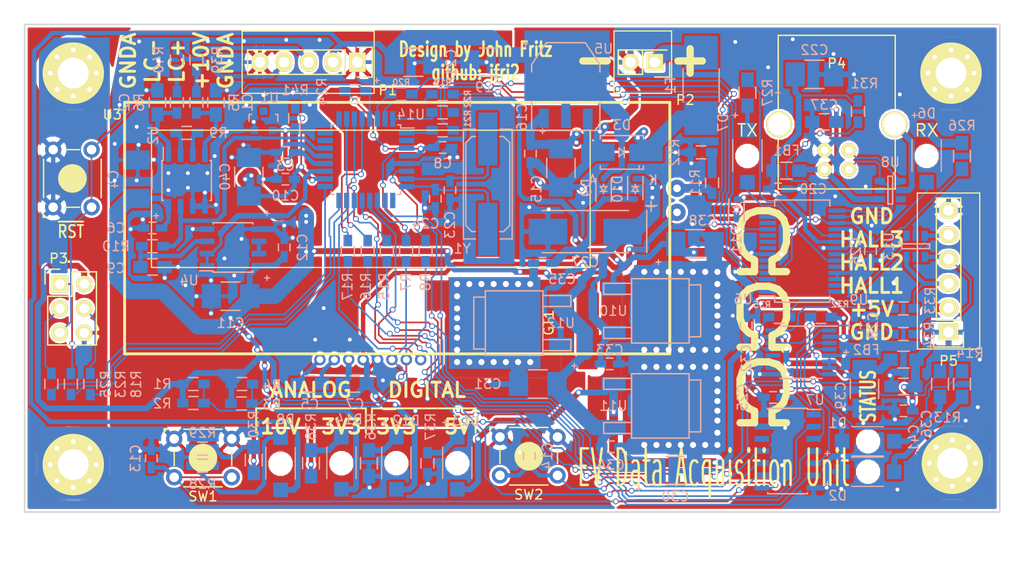
<source format=kicad_pcb>
(kicad_pcb (version 4) (host pcbnew 4.0.3-stable)
  (layers (0 F.Cu signal) (31 B.Cu signal) (34 B.Paste user) (35 F.Paste user) (36 B.SilkS user) (37 F.SilkS user) (38 B.Mask user) (39 F.Mask user) (44 Edge.Cuts user))
  (net 0 "")
  (net 1 GNDA)
  (net 2 "Net-(GT1-Pad2)")
  (net 3 GNDD)
  (net 4 /MCU_CTS)
  (net 5 "Net-(U14-Pad2)")
  (net 6 /MCU_SDA)
  (net 7 +3V3)
  (net 8 /MCU_SCL)
  (net 9 /MCU_XTAL1)
  (net 10 /MCU_XTAL2)
  (net 11 "Net-(U14-Pad9)")
  (net 12 /MCU_STATUS_R)
  (net 13 /MCU_STATUS_G)
  (net 14 ~MCU_SW1)
  (net 15 ~MCU_SW2)
  (net 16 LCD_~RST)
  (net 17 /MCU_MOSI0)
  (net 18 /MCU_MISO0)
  (net 19 /MCU_SCK0)
  (net 20 +3.3V_A)
  (net 21 /SIG_8kHz)
  (net 22 /SIG_40Hz)
  (net 23 "Net-(U14-Pad23)")
  (net 24 "Net-(U14-Pad24)")
  (net 25 "Net-(U14-Pad25)")
  (net 26 /MCU_HALL1)
  (net 27 /MCU_HALL2)
  (net 28 /MCU_HALL3)
  (net 29 ~RST)
  (net 30 /MCU_RX)
  (net 31 /MCU_TX)
  (net 32 /MCU_RTS)
  (net 33 /F_LC+)
  (net 34 /F_LC-)
  (net 35 "Net-(C5-Pad1)")
  (net 36 "Net-(C5-Pad2)")
  (net 37 "Net-(C7-Pad1)")
  (net 38 "Net-(C9-Pad1)")
  (net 39 ~SW1)
  (net 40 ~SW2)
  (net 41 "Net-(C15-Pad1)")
  (net 42 +3V3_FTDI)
  (net 43 "Net-(C27-Pad1)")
  (net 44 +5V)
  (net 45 "Net-(C30-Pad1)")
  (net 46 /HALL_PWR)
  (net 47 "Net-(D1-Pad2)")
  (net 48 "Net-(D2-Pad2)")
  (net 49 "Net-(D6-Pad1)")
  (net 50 "Net-(D7-Pad1)")
  (net 51 +10V)
  (net 52 "Net-(D8-Pad1)")
  (net 53 "Net-(D12-Pad1)")
  (net 54 "Net-(D13-Pad1)")
  (net 55 "Net-(D14-Pad1)")
  (net 56 /VCC_USB)
  (net 57 +5V_USB)
  (net 58 SDA)
  (net 59 SCL)
  (net 60 "Net-(R39-Pad2)")
  (net 61 "Net-(R40-Pad2)")
  (net 62 "Net-(R9-Pad1)")
  (net 63 "Net-(R9-Pad2)")
  (net 64 "Net-(R11-Pad1)")
  (net 65 "Net-(R11-Pad2)")
  (net 66 /HALL1)
  (net 67 /HALL2)
  (net 68 /HALL3)
  (net 69 /ISP_MOSI)
  (net 70 /FTDI_TXD)
  (net 71 /FTDI_RXD)
  (net 72 /FTDI_RTS)
  (net 73 /FTDI_CTS)
  (net 74 /ISP_MISO)
  (net 75 /ISP_SCK)
  (net 76 "Net-(R26-Pad2)")
  (net 77 "Net-(R27-Pad2)")
  (net 78 "Net-(R28-Pad2)")
  (net 79 "Net-(R29-Pad2)")
  (net 80 "Net-(R31-Pad1)")
  (net 81 "Net-(R32-Pad1)")
  (net 82 "Net-(R33-Pad1)")
  (net 83 /HALL1_5)
  (net 84 "Net-(R34-Pad1)")
  (net 85 /HALL2_5)
  (net 86 "Net-(R35-Pad1)")
  (net 87 /HALL3_5)
  (net 88 /LC+)
  (net 89 /LC-)
  (net 90 +12V)
  (net 91 /USB+)
  (net 92 /USB-)
  (net 93 USB_SHIELD)
  (net 94 "Net-(U1-Pad3)")
  (net 95 "Net-(U6-Pad2)")
  (net 96 "Net-(U6-Pad6)")
  (net 97 "Net-(U6-Pad9)")
  (net 98 "Net-(U6-Pad10)")
  (net 99 "Net-(U6-Pad12)")
  (net 100 "Net-(U6-Pad13)")
  (net 101 "Net-(U6-Pad14)")
  (net 102 "Net-(U6-Pad27)")
  (net 103 "Net-(U6-Pad28)")
  (net 104 "Net-(U7-Pad1)")
  (net 105 "Net-(U7-Pad3)")
  (net 106 "Net-(U7-Pad5)")
  (net 107 "Net-(U7-Pad12)")
  (net 108 "Net-(U8-Pad3)")
  (net 109 "Net-(U8-Pad5)")
  (net 110 "Net-(U9-Pad10)")
  (net 111 "Net-(U9-Pad11)")
  (net 112 "Net-(U9-Pad12)")
  (net 113 "Net-(U13-Pad5)")
  (net 114 /3VREF)
  (net 115 "Net-(U4-Pad6)")
  (net 116 "Net-(U13-Pad1)")
  (module NetTie-II_Connected_SMD (layer F.Cu) (at 160.274 69.215 270)
    (fp_text reference GT1 (at -0.04064 4.06908 270) (layer F.SilkS))
    (fp_text value GND_TIE)
    (fp_line (start 0.762 1.016) (end 3.048 1.016) (layer F.Cu) (width 0.3048))
    (fp_line (start 3.048 0.762) (end 0.762 0.762) (layer F.Cu) (width 0.3048))
    (fp_line (start 0.762 0.508) (end 3.048 0.508) (layer F.Cu) (width 0.3048))
    (fp_line (start 3.048 0.254) (end 0.762 0.254) (layer F.Cu) (width 0.3048))
    (fp_line (start 0.762 0) (end 3.048 0) (layer F.Cu) (width 0.3048))
    (fp_line (start 3.048 -0.254) (end 0.762 -0.254) (layer F.Cu) (width 0.3048))
    (fp_line (start 0.762 -0.508) (end 3.048 -0.508) (layer F.Cu) (width 0.3048))
    (fp_line (start 3.048 -0.762) (end 0.762 -0.762) (layer F.Cu) (width 0.3048))
    (fp_line (start 0.762 -1.016) (end 3.048 -1.016) (layer F.Cu) (width 0.3048))
    (fp_line (start -3.048 -1.016) (end -0.762 -1.016) (layer F.Cu) (width 0.3048))
    (fp_line (start -0.762 -0.762) (end -3.048 -0.762) (layer F.Cu) (width 0.3048))
    (fp_line (start -3.048 -0.508) (end -0.762 -0.508) (layer F.Cu) (width 0.3048))
    (fp_line (start -0.762 -0.254) (end -3.048 -0.254) (layer F.Cu) (width 0.3048))
    (fp_line (start -3.048 0) (end -0.762 0) (layer F.Cu) (width 0.3048))
    (fp_line (start -0.762 0.254) (end -3.048 0.254) (layer F.Cu) (width 0.3048))
    (fp_line (start -3.048 0.508) (end -0.762 0.508) (layer F.Cu) (width 0.3048))
    (fp_line (start -0.762 0.762) (end -3.048 0.762) (layer F.Cu) (width 0.3048))
    (fp_line (start -3.048 1.016) (end -0.762 1.016) (layer F.Cu) (width 0.3048))
    (pad 1 smd rect (at -3.81 0 270) (size 1.99898 1.99898) (layers F.Cu) (net 1 GNDA))
    (pad 2 smd rect (at 0 0 270) (size 1.99898 1.99898) (layers F.Cu) (net 2 "Net-(GT1-Pad2)"))
    (pad 3 smd rect (at 3.81 0 270) (size 1.99898 1.99898) (layers F.Cu) (net 3 GNDD))
  )
  (module Diodes_SMD:SOD-323 (layer B.Cu) (at 161.925 55.245 90)
    (fp_text reference D9 (at 0.127 -1.778 90) (layer B.SilkS) (effects (justify mirror)))
    (fp_text value CUS08F30)
    (pad 1 smd rect (at -1.055 0 90) (size 0.59 0.45) (layers B.Cu B.Paste B.Mask) (net 45 "Net-(C30-Pad1)"))
    (pad 2 smd rect (at 1.055 0 90) (size 0.59 0.45) (layers B.Cu B.Paste B.Mask) (net 51 +10V))
  )
  (module Diodes_SMD:SOD-323 (layer B.Cu) (at 165.227 55.245 270)
    (fp_text reference D10 (at 0 1.85 270) (layer B.SilkS) (effects (justify mirror)))
    (fp_text value CUS08F30)
    (pad 1 smd rect (at -1.055 0 270) (size 0.59 0.45) (layers B.Cu B.Paste B.Mask) (net 43 "Net-(C27-Pad1)"))
    (pad 2 smd rect (at 1.055 0 270) (size 0.59 0.45) (layers B.Cu B.Paste B.Mask) (net 45 "Net-(C30-Pad1)"))
  )
  (module Capacitors_SMD:C_0805_HandSoldering (layer B.Cu) (at 115.443 46.228 90)
    (fp_text reference C2 (at 0 -3.429 90) (layer B.SilkS) (effects (justify mirror)))
    (fp_text value 10nF)
    (pad 1 smd rect (at -1.25 0 90) (size 1.5 1.25) (layers B.Cu B.Paste B.Mask) (net 34 /F_LC-))
    (pad 2 smd rect (at 1.25 0 90) (size 1.5 1.25) (layers B.Cu B.Paste B.Mask) (net 1 GNDA))
  )
  (module Housings_QFP:TQFP-32_7x7mm_Pitch0.8mm (layer B.Cu) (at 137.16 52.197 180)
    (fp_text reference U14 (at -4.699 4.699 180) (layer B.SilkS) (effects (justify mirror)))
    (fp_text value ATMEGA328PB)
    (pad 1 smd rect (at -4.25 2.8 180) (size 1.6 0.55) (layers B.Cu B.Paste B.Mask) (net 4 /MCU_CTS))
    (pad 2 smd rect (at -4.25 2 180) (size 1.6 0.55) (layers B.Cu B.Paste B.Mask) (net 5 "Net-(U14-Pad2)"))
    (pad 3 smd rect (at -4.25 1.2 180) (size 1.6 0.55) (layers B.Cu B.Paste B.Mask) (net 6 /MCU_SDA))
    (pad 4 smd rect (at -4.25 0.4 180) (size 1.6 0.55) (layers B.Cu B.Paste B.Mask) (net 7 +3V3))
    (pad 5 smd rect (at -4.25 -0.4 180) (size 1.6 0.55) (layers B.Cu B.Paste B.Mask) (net 3 GNDD))
    (pad 6 smd rect (at -4.25 -1.2 180) (size 1.6 0.55) (layers B.Cu B.Paste B.Mask) (net 8 /MCU_SCL))
    (pad 7 smd rect (at -4.25 -2 180) (size 1.6 0.55) (layers B.Cu B.Paste B.Mask) (net 9 /MCU_XTAL1))
    (pad 8 smd rect (at -4.25 -2.8 180) (size 1.6 0.55) (layers B.Cu B.Paste B.Mask) (net 10 /MCU_XTAL2))
    (pad 9 smd rect (at -2.8 -4.25 90) (size 1.6 0.55) (layers B.Cu B.Paste B.Mask) (net 11 "Net-(U14-Pad9)"))
    (pad 10 smd rect (at -2 -4.25 90) (size 1.6 0.55) (layers B.Cu B.Paste B.Mask) (net 12 /MCU_STATUS_R))
    (pad 11 smd rect (at -1.2 -4.25 90) (size 1.6 0.55) (layers B.Cu B.Paste B.Mask) (net 13 /MCU_STATUS_G))
    (pad 12 smd rect (at -0.4 -4.25 90) (size 1.6 0.55) (layers B.Cu B.Paste B.Mask) (net 14 ~MCU_SW1))
    (pad 13 smd rect (at 0.4 -4.25 90) (size 1.6 0.55) (layers B.Cu B.Paste B.Mask) (net 15 ~MCU_SW2))
    (pad 14 smd rect (at 1.2 -4.25 90) (size 1.6 0.55) (layers B.Cu B.Paste B.Mask) (net 16 LCD_~RST))
    (pad 15 smd rect (at 2 -4.25 90) (size 1.6 0.55) (layers B.Cu B.Paste B.Mask) (net 17 /MCU_MOSI0))
    (pad 16 smd rect (at 2.8 -4.25 90) (size 1.6 0.55) (layers B.Cu B.Paste B.Mask) (net 18 /MCU_MISO0))
    (pad 17 smd rect (at 4.25 -2.8 180) (size 1.6 0.55) (layers B.Cu B.Paste B.Mask) (net 19 /MCU_SCK0))
    (pad 18 smd rect (at 4.25 -2 180) (size 1.6 0.55) (layers B.Cu B.Paste B.Mask) (net 20 +3.3V_A))
    (pad 19 smd rect (at 4.25 -1.2 180) (size 1.6 0.55) (layers B.Cu B.Paste B.Mask) (net 21 /SIG_8kHz))
    (pad 20 smd rect (at 4.25 -0.4 180) (size 1.6 0.55) (layers B.Cu B.Paste B.Mask) (net 114 /3VREF))
    (pad 21 smd rect (at 4.25 0.4 180) (size 1.6 0.55) (layers B.Cu B.Paste B.Mask) (net 1 GNDA))
    (pad 22 smd rect (at 4.25 1.2 180) (size 1.6 0.55) (layers B.Cu B.Paste B.Mask) (net 22 /SIG_40Hz))
    (pad 23 smd rect (at 4.25 2 180) (size 1.6 0.55) (layers B.Cu B.Paste B.Mask) (net 23 "Net-(U14-Pad23)"))
    (pad 24 smd rect (at 4.25 2.8 180) (size 1.6 0.55) (layers B.Cu B.Paste B.Mask) (net 24 "Net-(U14-Pad24)"))
    (pad 25 smd rect (at 2.8 4.25 90) (size 1.6 0.55) (layers B.Cu B.Paste B.Mask) (net 25 "Net-(U14-Pad25)"))
    (pad 26 smd rect (at 2 4.25 90) (size 1.6 0.55) (layers B.Cu B.Paste B.Mask) (net 26 /MCU_HALL1))
    (pad 27 smd rect (at 1.2 4.25 90) (size 1.6 0.55) (layers B.Cu B.Paste B.Mask) (net 27 /MCU_HALL2))
    (pad 28 smd rect (at 0.4 4.25 90) (size 1.6 0.55) (layers B.Cu B.Paste B.Mask) (net 28 /MCU_HALL3))
    (pad 29 smd rect (at -0.4 4.25 90) (size 1.6 0.55) (layers B.Cu B.Paste B.Mask) (net 29 ~RST))
    (pad 30 smd rect (at -1.2 4.25 90) (size 1.6 0.55) (layers B.Cu B.Paste B.Mask) (net 30 /MCU_RX))
    (pad 31 smd rect (at -2 4.25 90) (size 1.6 0.55) (layers B.Cu B.Paste B.Mask) (net 31 /MCU_TX))
    (pad 32 smd rect (at -2.8 4.25 90) (size 1.6 0.55) (layers B.Cu B.Paste B.Mask) (net 32 /MCU_RTS))
  )
  (module Crystals:Q_49U3HMS (layer B.Cu) (at 149.86 54.737 90)
    (fp_text reference Y1 (at -6.731 -2.667 180) (layer B.SilkS) (effects (justify mirror)))
    (fp_text value 16_MHz)
    (pad 1 smd rect (at -4.699 0 90) (size 5.4991 1.99898) (layers B.Cu B.Paste B.Mask) (net 10 /MCU_XTAL2))
    (pad 2 smd rect (at 4.699 0 90) (size 5.4991 1.99898) (layers B.Cu B.Paste B.Mask) (net 9 /MCU_XTAL1))
  )
  (module Capacitors_SMD:C_0805_HandSoldering (layer B.Cu) (at 121.539 46.228 270)
    (fp_text reference C1 (at 0 -3.302 270) (layer B.SilkS) (effects (justify mirror)))
    (fp_text value 10nF)
    (pad 1 smd rect (at -1.25 0 270) (size 1.5 1.25) (layers B.Cu B.Paste B.Mask) (net 1 GNDA))
    (pad 2 smd rect (at 1.25 0 270) (size 1.5 1.25) (layers B.Cu B.Paste B.Mask) (net 33 /F_LC+))
  )
  (module Capacitors_SMD:C_0603_HandSoldering (layer B.Cu) (at 128.778 51.435 180)
    (fp_text reference C3 (at 0 -1.397 180) (layer B.SilkS) (effects (justify mirror)))
    (fp_text value 100nF)
    (pad 1 smd rect (at -0.95 0 180) (size 1.2 0.75) (layers B.Cu B.Paste B.Mask) (net 114 /3VREF))
    (pad 2 smd rect (at 0.95 0 180) (size 1.2 0.75) (layers B.Cu B.Paste B.Mask) (net 1 GNDA))
  )
  (module Capacitors_SMD:C_0805_HandSoldering (layer B.Cu) (at 131.318 75.565)
    (fp_text reference C5 (at 0 2.1) (layer B.SilkS) (effects (justify mirror)))
    (fp_text value 1uF)
    (pad 1 smd rect (at -1.25 0) (size 1.5 1.25) (layers B.Cu B.Paste B.Mask) (net 35 "Net-(C5-Pad1)"))
    (pad 2 smd rect (at 1.25 0) (size 1.5 1.25) (layers B.Cu B.Paste B.Mask) (net 36 "Net-(C5-Pad2)"))
  )
  (module Capacitors_SMD:C_0603_HandSoldering (layer B.Cu) (at 114.935 59.309 180)
    (fp_text reference C6 (at 3.81 0 360) (layer B.SilkS) (effects (justify mirror)))
    (fp_text value 100nF)
    (pad 1 smd rect (at -0.95 0 180) (size 1.2 0.75) (layers B.Cu B.Paste B.Mask) (net 20 +3.3V_A))
    (pad 2 smd rect (at 0.95 0 180) (size 1.2 0.75) (layers B.Cu B.Paste B.Mask) (net 1 GNDA))
  )
  (module Capacitors_SMD:C_0805_HandSoldering (layer B.Cu) (at 136.017 75.565)
    (fp_text reference C7 (at 0 2.1) (layer B.SilkS) (effects (justify mirror)))
    (fp_text value 1uF)
    (pad 1 smd rect (at -1.25 0) (size 1.5 1.25) (layers B.Cu B.Paste B.Mask) (net 37 "Net-(C7-Pad1)"))
    (pad 2 smd rect (at 1.25 0) (size 1.5 1.25) (layers B.Cu B.Paste B.Mask) (net 7 +3V3))
  )
  (module Capacitors_SMD:C_0603_HandSoldering (layer B.Cu) (at 145.161 50.927)
    (fp_text reference C8 (at 0 1.651) (layer B.SilkS) (effects (justify mirror)))
    (fp_text value 100nF)
    (pad 1 smd rect (at -0.95 0) (size 1.2 0.75) (layers B.Cu B.Paste B.Mask) (net 7 +3V3))
    (pad 2 smd rect (at 0.95 0) (size 1.2 0.75) (layers B.Cu B.Paste B.Mask) (net 3 GNDD))
  )
  (module Capacitors_SMD:C_0805_HandSoldering (layer B.Cu) (at 114.935 63.373)
    (fp_text reference C9 (at -3.81 0.127) (layer B.SilkS) (effects (justify mirror)))
    (fp_text value 1uF)
    (pad 1 smd rect (at -1.25 0) (size 1.5 1.25) (layers B.Cu B.Paste B.Mask) (net 38 "Net-(C9-Pad1)"))
    (pad 2 smd rect (at 1.25 0) (size 1.5 1.25) (layers B.Cu B.Paste B.Mask) (net 1 GNDA))
  )
  (module Capacitors_SMD:C_0603_HandSoldering (layer B.Cu) (at 128.778 54.229 180)
    (fp_text reference C10 (at 0 -1.7145 180) (layer B.SilkS) (effects (justify mirror)))
    (fp_text value 100nF)
    (pad 1 smd rect (at -0.95 0 180) (size 1.2 0.75) (layers B.Cu B.Paste B.Mask) (net 20 +3.3V_A))
    (pad 2 smd rect (at 0.95 0 180) (size 1.2 0.75) (layers B.Cu B.Paste B.Mask) (net 1 GNDA))
  )
  (module Capacitors_SMD:C_0603_HandSoldering (layer B.Cu) (at 128.651 61.341 90)
    (fp_text reference C12 (at 0 1.9 90) (layer B.SilkS) (effects (justify mirror)))
    (fp_text value 100nF)
    (pad 1 smd rect (at -0.95 0 90) (size 1.2 0.75) (layers B.Cu B.Paste B.Mask) (net 20 +3.3V_A))
    (pad 2 smd rect (at 0.95 0 90) (size 1.2 0.75) (layers B.Cu B.Paste B.Mask) (net 1 GNDA))
  )
  (module Capacitors_SMD:C_0603_HandSoldering (layer B.Cu) (at 114.808 83.312 90)
    (fp_text reference C13 (at 0 -1.651 90) (layer B.SilkS) (effects (justify mirror)))
    (fp_text value 100nF)
    (pad 1 smd rect (at -0.95 0 90) (size 1.2 0.75) (layers B.Cu B.Paste B.Mask) (net 39 ~SW1))
    (pad 2 smd rect (at 0.95 0 90) (size 1.2 0.75) (layers B.Cu B.Paste B.Mask) (net 3 GNDD))
  )
  (module Capacitors_SMD:C_0603_HandSoldering (layer B.Cu) (at 154.178 83.058 90)
    (fp_text reference C14 (at 0 1.9 90) (layer B.SilkS) (effects (justify mirror)))
    (fp_text value 100nF)
    (pad 1 smd rect (at -0.95 0 90) (size 1.2 0.75) (layers B.Cu B.Paste B.Mask) (net 40 ~SW2))
    (pad 2 smd rect (at 0.95 0 90) (size 1.2 0.75) (layers B.Cu B.Paste B.Mask) (net 3 GNDD))
  )
  (module Capacitors_SMD:C_0603_HandSoldering (layer B.Cu) (at 154.305 51.562 270)
    (fp_text reference C16 (at -3.81 0.889 270) (layer B.SilkS) (effects (justify mirror)))
    (fp_text value 100nF)
    (pad 1 smd rect (at -0.95 0 270) (size 1.2 0.75) (layers B.Cu B.Paste B.Mask) (net 41 "Net-(C15-Pad1)"))
    (pad 2 smd rect (at 0.95 0 270) (size 1.2 0.75) (layers B.Cu B.Paste B.Mask) (net 1 GNDA))
  )
  (module Capacitors_SMD:C_0603_HandSoldering (layer B.Cu) (at 180.086 55.245)
    (fp_text reference C20 (at 3.683 0) (layer B.SilkS) (effects (justify mirror)))
    (fp_text value 100nF)
    (pad 1 smd rect (at -0.95 0) (size 1.2 0.75) (layers B.Cu B.Paste B.Mask) (net 57 +5V_USB))
    (pad 2 smd rect (at 0.95 0) (size 1.2 0.75) (layers B.Cu B.Paste B.Mask) (net 3 GNDD))
  )
  (module Capacitors_SMD:C_0603_HandSoldering (layer B.Cu) (at 145.923 55.372 270)
    (fp_text reference C23 (at 3.6195 0 270) (layer B.SilkS) (effects (justify mirror)))
    (fp_text value 18pF)
    (pad 1 smd rect (at -0.95 0 270) (size 1.2 0.75) (layers B.Cu B.Paste B.Mask) (net 9 /MCU_XTAL1))
    (pad 2 smd rect (at 0.95 0 270) (size 1.2 0.75) (layers B.Cu B.Paste B.Mask) (net 3 GNDD))
  )
  (module Capacitors_SMD:C_0603_HandSoldering (layer B.Cu) (at 144.399 56.261 270)
    (fp_text reference C24 (at 2.6035 1.016 360) (layer B.SilkS) (effects (justify mirror)))
    (fp_text value 18pF)
    (pad 1 smd rect (at -0.95 0 270) (size 1.2 0.75) (layers B.Cu B.Paste B.Mask) (net 10 /MCU_XTAL2))
    (pad 2 smd rect (at 0.95 0 270) (size 1.2 0.75) (layers B.Cu B.Paste B.Mask) (net 3 GNDD))
  )
  (module Capacitors_SMD:C_0603_HandSoldering (layer B.Cu) (at 179.578 76.962)
    (fp_text reference C25 (at -3.175 0 90) (layer B.SilkS) (effects (justify mirror)))
    (fp_text value 100nF)
    (pad 1 smd rect (at -0.95 0) (size 1.2 0.75) (layers B.Cu B.Paste B.Mask) (net 7 +3V3))
    (pad 2 smd rect (at 0.95 0) (size 1.2 0.75) (layers B.Cu B.Paste B.Mask) (net 3 GNDD))
  )
  (module Capacitors_SMD:C_0603_HandSoldering (layer B.Cu) (at 189.738 61.722 270)
    (fp_text reference C26 (at 0 1.524 270) (layer B.SilkS) (effects (justify mirror)))
    (fp_text value 100nF)
    (pad 1 smd rect (at -0.95 0 270) (size 1.2 0.75) (layers B.Cu B.Paste B.Mask) (net 42 +3V3_FTDI))
    (pad 2 smd rect (at 0.95 0 270) (size 1.2 0.75) (layers B.Cu B.Paste B.Mask) (net 3 GNDD))
  )
  (module Capacitors_SMD:C_0603_HandSoldering (layer B.Cu) (at 188.087 69.469 90)
    (fp_text reference C28 (at 0 1.9 90) (layer B.SilkS) (effects (justify mirror)))
    (fp_text value 100nF)
    (pad 1 smd rect (at -0.95 0 90) (size 1.2 0.75) (layers B.Cu B.Paste B.Mask) (net 7 +3V3))
    (pad 2 smd rect (at 0.95 0 90) (size 1.2 0.75) (layers B.Cu B.Paste B.Mask) (net 3 GNDD))
  )
  (module Capacitors_SMD:C_0603_HandSoldering (layer B.Cu) (at 176.784 69.469 90)
    (fp_text reference C32 (at -3.429 0 90) (layer B.SilkS) (effects (justify mirror)))
    (fp_text value 100nF)
    (pad 1 smd rect (at -0.95 0 90) (size 1.2 0.75) (layers B.Cu B.Paste B.Mask) (net 44 +5V))
    (pad 2 smd rect (at 0.95 0 90) (size 1.2 0.75) (layers B.Cu B.Paste B.Mask) (net 3 GNDD))
  )
  (module Capacitors_SMD:C_0603_HandSoldering (layer B.Cu) (at 162.56 73.4695)
    (fp_text reference C33 (at 0 -1.4605) (layer B.SilkS) (effects (justify mirror)))
    (fp_text value 100nF)
    (pad 1 smd rect (at -0.95 0) (size 1.2 0.75) (layers B.Cu B.Paste B.Mask) (net 43 "Net-(C27-Pad1)"))
    (pad 2 smd rect (at 0.95 0) (size 1.2 0.75) (layers B.Cu B.Paste B.Mask) (net 3 GNDD))
  )
  (module Capacitors_SMD:C_0603_HandSoldering (layer B.Cu) (at 162.687 82.1055)
    (fp_text reference C34 (at 0 1.9) (layer B.SilkS) (effects (justify mirror)))
    (fp_text value 100nF)
    (pad 1 smd rect (at -0.95 0) (size 1.2 0.75) (layers B.Cu B.Paste B.Mask) (net 45 "Net-(C30-Pad1)"))
    (pad 2 smd rect (at 0.95 0) (size 1.2 0.75) (layers B.Cu B.Paste B.Mask) (net 3 GNDD))
  )
  (module Capacitors_SMD:C_0603_HandSoldering (layer B.Cu) (at 155.575 62.992 180)
    (fp_text reference C35 (at -2.032 -1.651 180) (layer B.SilkS) (effects (justify mirror)))
    (fp_text value 100nF)
    (pad 1 smd rect (at -0.95 0 180) (size 1.2 0.75) (layers B.Cu B.Paste B.Mask) (net 45 "Net-(C30-Pad1)"))
    (pad 2 smd rect (at 0.95 0 180) (size 1.2 0.75) (layers B.Cu B.Paste B.Mask) (net 1 GNDA))
  )
  (module Capacitors_SMD:C_0805_HandSoldering (layer B.Cu) (at 193.167 75.819 180)
    (fp_text reference C36 (at -2.413 -3.8735 270) (layer B.SilkS) (effects (justify mirror)))
    (fp_text value 1uF)
    (pad 1 smd rect (at -1.25 0 180) (size 1.5 1.25) (layers B.Cu B.Paste B.Mask) (net 46 /HALL_PWR))
    (pad 2 smd rect (at 1.25 0 180) (size 1.5 1.25) (layers B.Cu B.Paste B.Mask) (net 3 GNDD))
  )
  (module Capacitors_SMD:C_0603_HandSoldering (layer B.Cu) (at 193.167 78.359 180)
    (fp_text reference C41 (at -1.0795 -2.8575 270) (layer B.SilkS) (effects (justify mirror)))
    (fp_text value 100nF)
    (pad 1 smd rect (at -0.95 0 180) (size 1.2 0.75) (layers B.Cu B.Paste B.Mask) (net 46 /HALL_PWR))
    (pad 2 smd rect (at 0.95 0 180) (size 1.2 0.75) (layers B.Cu B.Paste B.Mask) (net 3 GNDD))
  )
  (module FritzLib:2-SMD_Z-Bend (layer B.Cu) (at 187.5282 81.534)
    (fp_text reference D1 (at -1.2192 -1.905) (layer B.SilkS) (effects (justify mirror)))
    (fp_text value S_GRN)
    (pad 2 smd rect (at 4.6736 0) (size 1.524 1.524) (layers B.Cu B.Paste B.Mask) (net 47 "Net-(D1-Pad2)"))
    (pad 1 smd rect (at -0.762 0) (size 1.524 1.524) (layers B.Cu B.Paste B.Mask) (net 3 GNDD))
    (pad "" np_thru_hole circle (at 1.9558 0) (size 2.032 2.032) (drill 2.032) (layers *.Cu *.Mask))
  )
  (module FritzLib:2-SMD_Z-Bend (layer B.Cu) (at 187.5282 84.709)
    (fp_text reference D2 (at -1.2192 2.4765) (layer B.SilkS) (effects (justify mirror)))
    (fp_text value S_RED)
    (pad 2 smd rect (at 4.6736 0) (size 1.524 1.524) (layers B.Cu B.Paste B.Mask) (net 48 "Net-(D2-Pad2)"))
    (pad 1 smd rect (at -0.762 0) (size 1.524 1.524) (layers B.Cu B.Paste B.Mask) (net 3 GNDD))
    (pad "" np_thru_hole circle (at 1.9558 0) (size 2.032 2.032) (drill 2.032) (layers *.Cu *.Mask))
  )
  (module Diodes_SMD:SMA_Handsoldering (layer B.Cu) (at 163.83 51.435 180)
    (fp_text reference D3 (at 0 2.85 180) (layer B.SilkS) (effects (justify mirror)))
    (fp_text value 18V)
    (fp_text user K (at -3.25 -2.9 180) (layer B.SilkS) (effects (justify mirror)))
    (fp_text user A (at 3.05 -2.85 180) (layer B.SilkS) (effects (justify mirror)))
    (pad 1 smd rect (at -2.49936 0 180) (size 3.50012 1.80086) (layers B.Cu B.Paste B.Mask) (net 41 "Net-(C15-Pad1)"))
    (pad 2 smd rect (at 2.49936 0 180) (size 3.50012 1.80086) (layers B.Cu B.Paste B.Mask) (net 1 GNDA))
  )
  (module FritzLib:2-SMD_Z-Bend (layer B.Cu) (at 195.58 49.8602 270)
    (fp_text reference D6 (at -2.4892 0 360) (layer B.SilkS) (effects (justify mirror)))
    (fp_text value RXLED)
    (pad 2 smd rect (at 4.6736 0 270) (size 1.524 1.524) (layers B.Cu B.Paste B.Mask) (net 42 +3V3_FTDI))
    (pad 1 smd rect (at -0.762 0 270) (size 1.524 1.524) (layers B.Cu B.Paste B.Mask) (net 49 "Net-(D6-Pad1)"))
    (pad "" np_thru_hole circle (at 1.9558 0 270) (size 2.032 2.032) (drill 2.032) (layers *.Cu *.Mask))
  )
  (module FritzLib:2-SMD_Z-Bend (layer B.Cu) (at 176.911 49.8602 270)
    (fp_text reference D7 (at -1.524 2.54 270) (layer B.SilkS) (effects (justify mirror)))
    (fp_text value TXLED)
    (pad 2 smd rect (at 4.6736 0 270) (size 1.524 1.524) (layers B.Cu B.Paste B.Mask) (net 42 +3V3_FTDI))
    (pad 1 smd rect (at -0.762 0 270) (size 1.524 1.524) (layers B.Cu B.Paste B.Mask) (net 50 "Net-(D7-Pad1)"))
    (pad "" np_thru_hole circle (at 1.9558 0 270) (size 2.032 2.032) (drill 2.032) (layers *.Cu *.Mask))
  )
  (module FritzLib:2-SMD_Z-Bend (layer B.Cu) (at 128.27 81.915 270)
    (fp_text reference D8 (at -2.667 -0.508 360) (layer B.SilkS) (effects (justify mirror)))
    (fp_text value 10V_GRN)
    (pad 2 smd rect (at 4.6736 0 270) (size 1.524 1.524) (layers B.Cu B.Paste B.Mask) (net 51 +10V))
    (pad 1 smd rect (at -0.762 0 270) (size 1.524 1.524) (layers B.Cu B.Paste B.Mask) (net 52 "Net-(D8-Pad1)"))
    (pad "" np_thru_hole circle (at 1.9558 0 270) (size 2.032 2.032) (drill 2.032) (layers *.Cu *.Mask))
  )
  (module FritzLib:2-SMD_Z-Bend (layer B.Cu) (at 140.335 81.8642 270)
    (fp_text reference D12 (at -2.4892 -1.016 360) (layer B.SilkS) (effects (justify mirror)))
    (fp_text value 3V3_GRN)
    (pad 2 smd rect (at 4.6736 0 270) (size 1.524 1.524) (layers B.Cu B.Paste B.Mask) (net 7 +3V3))
    (pad 1 smd rect (at -0.762 0 270) (size 1.524 1.524) (layers B.Cu B.Paste B.Mask) (net 53 "Net-(D12-Pad1)"))
    (pad "" np_thru_hole circle (at 1.9558 0 270) (size 2.032 2.032) (drill 2.032) (layers *.Cu *.Mask))
  )
  (module FritzLib:2-SMD_Z-Bend (layer B.Cu) (at 146.685 81.8642 270)
    (fp_text reference D13 (at -2.4892 -0.889 360) (layer B.SilkS) (effects (justify mirror)))
    (fp_text value 5V_GRN)
    (pad 2 smd rect (at 4.6736 0 270) (size 1.524 1.524) (layers B.Cu B.Paste B.Mask) (net 44 +5V))
    (pad 1 smd rect (at -0.762 0 270) (size 1.524 1.524) (layers B.Cu B.Paste B.Mask) (net 54 "Net-(D13-Pad1)"))
    (pad "" np_thru_hole circle (at 1.9558 0 270) (size 2.032 2.032) (drill 2.032) (layers *.Cu *.Mask))
  )
  (module FritzLib:2-SMD_Z-Bend (layer B.Cu) (at 134.62 81.8642 270)
    (fp_text reference D14 (at -2.6162 -0.762 360) (layer B.SilkS) (effects (justify mirror)))
    (fp_text value 3V3_A_GRN)
    (pad 2 smd rect (at 4.6736 0 270) (size 1.524 1.524) (layers B.Cu B.Paste B.Mask) (net 20 +3.3V_A))
    (pad 1 smd rect (at -0.762 0 270) (size 1.524 1.524) (layers B.Cu B.Paste B.Mask) (net 55 "Net-(D14-Pad1)"))
    (pad "" np_thru_hole circle (at 1.9558 0 270) (size 2.032 2.032) (drill 2.032) (layers *.Cu *.Mask))
  )
  (module Resistors_SMD:R_1812_HandSoldering (layer B.Cu) (at 172.085 44.45 270)
    (fp_text reference F1 (at 0 3.175 270) (layer B.SilkS) (effects (justify mirror)))
    (fp_text value 500mA)
    (pad 1 smd rect (at -3.4036 0 270) (size 3.5 3.5) (layers B.Cu B.Paste B.Mask) (net 90 +12V))
    (pad 2 smd rect (at 3.4036 0 270) (size 3.5 3.5) (layers B.Cu B.Paste B.Mask) (net 41 "Net-(C15-Pad1)"))
  )
  (module Resistors_SMD:R_0805_HandSoldering (layer B.Cu) (at 180.975 53.34 180)
    (fp_text reference FB1 (at 0 2.1 180) (layer B.SilkS) (effects (justify mirror)))
    (fp_text value BKP2125HS330-T)
    (pad 1 smd rect (at -1.35 0 180) (size 1.5 1.3) (layers B.Cu B.Paste B.Mask) (net 56 /VCC_USB))
    (pad 2 smd rect (at 1.35 0 180) (size 1.5 1.3) (layers B.Cu B.Paste B.Mask) (net 57 +5V_USB))
  )
  (module Resistors_SMD:R_0805_HandSoldering (layer B.Cu) (at 193.167 73.025 180)
    (fp_text reference FB2 (at 3.8735 1.016 180) (layer B.SilkS) (effects (justify mirror)))
    (fp_text value BKP2125HS330-T)
    (pad 1 smd rect (at -1.35 0 180) (size 1.5 1.3) (layers B.Cu B.Paste B.Mask) (net 46 /HALL_PWR))
    (pad 2 smd rect (at 1.35 0 180) (size 1.5 1.3) (layers B.Cu B.Paste B.Mask) (net 44 +5V))
  )
  (module Resistors_SMD:R_0603_HandSoldering (layer B.Cu) (at 119.1895 75.565)
    (fp_text reference R1 (at -3.2385 0) (layer B.SilkS) (effects (justify mirror)))
    (fp_text value 10k)
    (pad 1 smd rect (at -1.1 0) (size 1.2 0.9) (layers B.Cu B.Paste B.Mask) (net 7 +3V3))
    (pad 2 smd rect (at 1.1 0) (size 1.2 0.9) (layers B.Cu B.Paste B.Mask) (net 58 SDA))
  )
  (module Resistors_SMD:R_0603_HandSoldering (layer B.Cu) (at 119.1768 77.5462)
    (fp_text reference R2 (at -3.2258 0.0508) (layer B.SilkS) (effects (justify mirror)))
    (fp_text value 10k)
    (pad 1 smd rect (at -1.1 0) (size 1.2 0.9) (layers B.Cu B.Paste B.Mask) (net 7 +3V3))
    (pad 2 smd rect (at 1.1 0) (size 1.2 0.9) (layers B.Cu B.Paste B.Mask) (net 58 SDA))
  )
  (module Resistors_SMD:R_0603_HandSoldering (layer B.Cu) (at 124.206 77.597)
    (fp_text reference R3 (at 3.175 0.127) (layer B.SilkS) (effects (justify mirror)))
    (fp_text value 10k)
    (pad 1 smd rect (at -1.1 0) (size 1.2 0.9) (layers B.Cu B.Paste B.Mask) (net 7 +3V3))
    (pad 2 smd rect (at 1.1 0) (size 1.2 0.9) (layers B.Cu B.Paste B.Mask) (net 59 SCL))
  )
  (module Resistors_SMD:R_0603_HandSoldering (layer B.Cu) (at 124.249 75.565)
    (fp_text reference R4 (at 3.132 0.127) (layer B.SilkS) (effects (justify mirror)))
    (fp_text value 10k)
    (pad 1 smd rect (at -1.1 0) (size 1.2 0.9) (layers B.Cu B.Paste B.Mask) (net 7 +3V3))
    (pad 2 smd rect (at 1.1 0) (size 1.2 0.9) (layers B.Cu B.Paste B.Mask) (net 59 SCL))
  )
  (module Resistors_SMD:R_0603_HandSoldering (layer B.Cu) (at 119.507 46.228 270)
    (fp_text reference R5 (at 0 -3.937 270) (layer B.SilkS) (effects (justify mirror)))
    (fp_text value 1k)
    (pad 1 smd rect (at -1.1 0 270) (size 1.2 0.9) (layers B.Cu B.Paste B.Mask) (net 60 "Net-(R39-Pad2)"))
    (pad 2 smd rect (at 1.1 0 270) (size 1.2 0.9) (layers B.Cu B.Paste B.Mask) (net 33 /F_LC+))
  )
  (module Resistors_SMD:R_0603_HandSoldering (layer B.Cu) (at 117.475 46.228 270)
    (fp_text reference R6 (at 0 3.937 270) (layer B.SilkS) (effects (justify mirror)))
    (fp_text value 1k)
    (pad 1 smd rect (at -1.1 0 270) (size 1.2 0.9) (layers B.Cu B.Paste B.Mask) (net 61 "Net-(R40-Pad2)"))
    (pad 2 smd rect (at 1.1 0 270) (size 1.2 0.9) (layers B.Cu B.Paste B.Mask) (net 34 /F_LC-))
  )
  (module Resistors_SMD:R_0603_HandSoldering (layer B.Cu) (at 141.351 61.722 90)
    (fp_text reference R7 (at -3.2004 0 90) (layer B.SilkS) (effects (justify mirror)))
    (fp_text value 39)
    (pad 1 smd rect (at -1.1 0 90) (size 1.2 0.9) (layers B.Cu B.Paste B.Mask) (net 58 SDA))
    (pad 2 smd rect (at 1.1 0 90) (size 1.2 0.9) (layers B.Cu B.Paste B.Mask) (net 6 /MCU_SDA))
  )
  (module Resistors_SMD:R_0603_HandSoldering (layer B.Cu) (at 143.383 61.722 90)
    (fp_text reference R8 (at -3.2004 0 90) (layer B.SilkS) (effects (justify mirror)))
    (fp_text value 39)
    (pad 1 smd rect (at -1.1 0 90) (size 1.2 0.9) (layers B.Cu B.Paste B.Mask) (net 59 SCL))
    (pad 2 smd rect (at 1.1 0 90) (size 1.2 0.9) (layers B.Cu B.Paste B.Mask) (net 8 /MCU_SCL))
  )
  (module Resistors_SMD:R_0603_HandSoldering (layer B.Cu) (at 118.491 49.403)
    (fp_text reference R9 (at 3.302 0) (layer B.SilkS) (effects (justify mirror)))
    (fp_text value 499)
    (pad 1 smd rect (at -1.1 0) (size 1.2 0.9) (layers B.Cu B.Paste B.Mask) (net 62 "Net-(R9-Pad1)"))
    (pad 2 smd rect (at 1.1 0) (size 1.2 0.9) (layers B.Cu B.Paste B.Mask) (net 63 "Net-(R9-Pad2)"))
  )
  (module Resistors_SMD:R_0603_HandSoldering (layer B.Cu) (at 114.935 61.214 180)
    (fp_text reference R10 (at 3.81 0 360) (layer B.SilkS) (effects (justify mirror)))
    (fp_text value 3.9k)
    (pad 1 smd rect (at -1.1 0 180) (size 1.2 0.9) (layers B.Cu B.Paste B.Mask) (net 22 /SIG_40Hz))
    (pad 2 smd rect (at 1.1 0 180) (size 1.2 0.9) (layers B.Cu B.Paste B.Mask) (net 38 "Net-(C9-Pad1)"))
  )
  (module Resistors_SMD:R_0603_HandSoldering (layer B.Cu) (at 173.228 54.61 90)
    (fp_text reference R11 (at 0 -1.778 90) (layer B.SilkS) (effects (justify mirror)))
    (fp_text value 39)
    (pad 1 smd rect (at -1.1 0 90) (size 1.2 0.9) (layers B.Cu B.Paste B.Mask) (net 64 "Net-(R11-Pad1)"))
    (pad 2 smd rect (at 1.1 0 90) (size 1.2 0.9) (layers B.Cu B.Paste B.Mask) (net 65 "Net-(R11-Pad2)"))
  )
  (module Resistors_SMD:R_0603_HandSoldering (layer B.Cu) (at 172.085 51.435 180)
    (fp_text reference R12 (at 2.794 0 270) (layer B.SilkS) (effects (justify mirror)))
    (fp_text value 39)
    (pad 1 smd rect (at -1.1 0 180) (size 1.2 0.9) (layers B.Cu B.Paste B.Mask) (net 65 "Net-(R11-Pad2)"))
    (pad 2 smd rect (at 1.1 0 180) (size 1.2 0.9) (layers B.Cu B.Paste B.Mask) (net 3 GNDD))
  )
  (module Resistors_SMD:R_0805_HandSoldering (layer B.Cu) (at 196.977 75.565 270)
    (fp_text reference R13 (at 3.4925 -0.762 360) (layer B.SilkS) (effects (justify mirror)))
    (fp_text value 470)
    (pad 1 smd rect (at -1.35 0 270) (size 1.5 1.3) (layers B.Cu B.Paste B.Mask) (net 13 /MCU_STATUS_G))
    (pad 2 smd rect (at 1.35 0 270) (size 1.5 1.3) (layers B.Cu B.Paste B.Mask) (net 47 "Net-(D1-Pad2)"))
  )
  (module Resistors_SMD:R_0805_HandSoldering (layer B.Cu) (at 199.263 75.565 270)
    (fp_text reference R14 (at -3.2385 -0.8255 360) (layer B.SilkS) (effects (justify mirror)))
    (fp_text value 470)
    (pad 1 smd rect (at -1.35 0 270) (size 1.5 1.3) (layers B.Cu B.Paste B.Mask) (net 12 /MCU_STATUS_R))
    (pad 2 smd rect (at 1.35 0 270) (size 1.5 1.3) (layers B.Cu B.Paste B.Mask) (net 48 "Net-(D2-Pad2)"))
  )
  (module Resistors_SMD:R_0603_HandSoldering (layer B.Cu) (at 139.3444 61.722 270)
    (fp_text reference R15 (at 3.683 0.2794 270) (layer B.SilkS) (effects (justify mirror)))
    (fp_text value 39)
    (pad 1 smd rect (at -1.1 0 270) (size 1.2 0.9) (layers B.Cu B.Paste B.Mask) (net 26 /MCU_HALL1))
    (pad 2 smd rect (at 1.1 0 270) (size 1.2 0.9) (layers B.Cu B.Paste B.Mask) (net 66 /HALL1))
  )
  (module Resistors_SMD:R_0603_HandSoldering (layer B.Cu) (at 137.3505 61.722 270)
    (fp_text reference R16 (at 3.683 0.1905 270) (layer B.SilkS) (effects (justify mirror)))
    (fp_text value 39)
    (pad 1 smd rect (at -1.1 0 270) (size 1.2 0.9) (layers B.Cu B.Paste B.Mask) (net 27 /MCU_HALL2))
    (pad 2 smd rect (at 1.1 0 270) (size 1.2 0.9) (layers B.Cu B.Paste B.Mask) (net 67 /HALL2))
  )
  (module Resistors_SMD:R_0603_HandSoldering (layer B.Cu) (at 135.2804 61.722 270)
    (fp_text reference R17 (at 3.683 0.0254 270) (layer B.SilkS) (effects (justify mirror)))
    (fp_text value 39)
    (pad 1 smd rect (at -1.1 0 270) (size 1.2 0.9) (layers B.Cu B.Paste B.Mask) (net 28 /MCU_HALL3))
    (pad 2 smd rect (at 1.1 0 270) (size 1.2 0.9) (layers B.Cu B.Paste B.Mask) (net 68 /HALL3))
  )
  (module Resistors_SMD:R_0603_HandSoldering (layer B.Cu) (at 108.458 75.565 270)
    (fp_text reference R18 (at 0.0254 -4.7752 450) (layer B.SilkS) (effects (justify mirror)))
    (fp_text value 39)
    (pad 1 smd rect (at -1.1 0 270) (size 1.2 0.9) (layers B.Cu B.Paste B.Mask) (net 69 /ISP_MOSI))
    (pad 2 smd rect (at 1.1 0 270) (size 1.2 0.9) (layers B.Cu B.Paste B.Mask) (net 17 /MCU_MOSI0))
  )
  (module Resistors_SMD:R_0603_HandSoldering (layer B.Cu) (at 145.1434 45.3771)
    (fp_text reference R19 (at 0.0176 -1.2446) (layer B.SilkS) (effects (font (size 0.635 0.635)) (justify mirror)))
    (fp_text value 39)
    (pad 1 smd rect (at -1.1 0) (size 1.2 0.9) (layers B.Cu B.Paste B.Mask) (net 31 /MCU_TX))
    (pad 2 smd rect (at 1.1 0) (size 1.2 0.9) (layers B.Cu B.Paste B.Mask) (net 70 /FTDI_TXD))
  )
  (module Resistors_SMD:R_0603_HandSoldering (layer B.Cu) (at 140.843 45.3644)
    (fp_text reference R20 (at 0 -1.2319) (layer B.SilkS) (effects (font (size 0.635 0.635) (thickness 0.127)) (justify mirror)))
    (fp_text value 39)
    (pad 1 smd rect (at -1.1 0) (size 1.2 0.9) (layers B.Cu B.Paste B.Mask) (net 30 /MCU_RX))
    (pad 2 smd rect (at 1.1 0) (size 1.2 0.9) (layers B.Cu B.Paste B.Mask) (net 71 /FTDI_RXD))
  )
  (module Resistors_SMD:R_0603_HandSoldering (layer B.Cu) (at 145.1659 49.1363)
    (fp_text reference R21 (at 2.5986 -1.1938 90) (layer B.SilkS) (effects (font (size 0.635 0.635)) (justify mirror)))
    (fp_text value 39)
    (pad 1 smd rect (at -1.1 0) (size 1.2 0.9) (layers B.Cu B.Paste B.Mask) (net 4 /MCU_CTS))
    (pad 2 smd rect (at 1.1 0) (size 1.2 0.9) (layers B.Cu B.Paste B.Mask) (net 72 /FTDI_RTS))
  )
  (module Resistors_SMD:R_0603_HandSoldering (layer B.Cu) (at 145.161 47.2694)
    (fp_text reference R22 (at 2.6035 -1.4224 90) (layer B.SilkS) (effects (font (size 0.635 0.635)) (justify mirror)))
    (fp_text value 39)
    (pad 1 smd rect (at -1.1 0) (size 1.2 0.9) (layers B.Cu B.Paste B.Mask) (net 32 /MCU_RTS))
    (pad 2 smd rect (at 1.1 0) (size 1.2 0.9) (layers B.Cu B.Paste B.Mask) (net 73 /FTDI_CTS))
  )
  (module Resistors_SMD:R_0603_HandSoldering (layer B.Cu) (at 106.426 75.565 270)
    (fp_text reference R23 (at 0.0254 -5.1816 270) (layer B.SilkS) (effects (justify mirror)))
    (fp_text value 39)
    (pad 1 smd rect (at -1.1 0 270) (size 1.2 0.9) (layers B.Cu B.Paste B.Mask) (net 74 /ISP_MISO))
    (pad 2 smd rect (at 1.1 0 270) (size 1.2 0.9) (layers B.Cu B.Paste B.Mask) (net 18 /MCU_MISO0))
  )
  (module Resistors_SMD:R_0603_HandSoldering (layer B.Cu) (at 136.0678 45.0723)
    (fp_text reference R24 (at -3.4798 0.0127 90) (layer B.SilkS) (effects (justify mirror)))
    (fp_text value 10k)
    (pad 1 smd rect (at -1.1 0) (size 1.2 0.9) (layers B.Cu B.Paste B.Mask) (net 7 +3V3))
    (pad 2 smd rect (at 1.1 0) (size 1.2 0.9) (layers B.Cu B.Paste B.Mask) (net 29 ~RST))
  )
  (module Resistors_SMD:R_0603_HandSoldering (layer B.Cu) (at 104.394 75.565 270)
    (fp_text reference R25 (at 0.0254 -5.6642 270) (layer B.SilkS) (effects (justify mirror)))
    (fp_text value 39)
    (pad 1 smd rect (at -1.1 0 270) (size 1.2 0.9) (layers B.Cu B.Paste B.Mask) (net 75 /ISP_SCK))
    (pad 2 smd rect (at 1.1 0 270) (size 1.2 0.9) (layers B.Cu B.Paste B.Mask) (net 19 /MCU_SCK0))
  )
  (module Resistors_SMD:R_0805_HandSoldering (layer B.Cu) (at 199.263 51.816 270)
    (fp_text reference R26 (at -3.175 0 360) (layer B.SilkS) (effects (justify mirror)))
    (fp_text value 470)
    (pad 1 smd rect (at -1.35 0 270) (size 1.5 1.3) (layers B.Cu B.Paste B.Mask) (net 49 "Net-(D6-Pad1)"))
    (pad 2 smd rect (at 1.35 0 270) (size 1.5 1.3) (layers B.Cu B.Paste B.Mask) (net 76 "Net-(R26-Pad2)"))
  )
  (module Resistors_SMD:R_0805_HandSoldering (layer B.Cu) (at 176.911 45.212 90)
    (fp_text reference R27 (at 0 2.1 90) (layer B.SilkS) (effects (justify mirror)))
    (fp_text value 470)
    (pad 1 smd rect (at -1.35 0 90) (size 1.5 1.3) (layers B.Cu B.Paste B.Mask) (net 50 "Net-(D7-Pad1)"))
    (pad 2 smd rect (at 1.35 0 90) (size 1.5 1.3) (layers B.Cu B.Paste B.Mask) (net 77 "Net-(R27-Pad2)"))
  )
  (module Resistors_SMD:R_0603_HandSoldering (layer B.Cu) (at 120.142 84.074)
    (fp_text reference R28 (at 0 1.9) (layer B.SilkS) (effects (justify mirror)))
    (fp_text value 1k)
    (pad 1 smd rect (at -1.1 0) (size 1.2 0.9) (layers B.Cu B.Paste B.Mask) (net 52 "Net-(D8-Pad1)"))
    (pad 2 smd rect (at 1.1 0) (size 1.2 0.9) (layers B.Cu B.Paste B.Mask) (net 78 "Net-(R28-Pad2)"))
  )
  (module Resistors_SMD:R_0603_HandSoldering (layer B.Cu) (at 120.142 82.296)
    (fp_text reference R29 (at 0 -1.651) (layer B.SilkS) (effects (justify mirror)))
    (fp_text value 1k)
    (pad 1 smd rect (at -1.1 0) (size 1.2 0.9) (layers B.Cu B.Paste B.Mask) (net 78 "Net-(R28-Pad2)"))
    (pad 2 smd rect (at 1.1 0) (size 1.2 0.9) (layers B.Cu B.Paste B.Mask) (net 79 "Net-(R29-Pad2)"))
  )
  (module Resistors_SMD:R_0805_HandSoldering (layer B.Cu) (at 125.476 83.486 270)
    (fp_text reference R30 (at -3.73 0 450) (layer B.SilkS) (effects (justify mirror)))
    (fp_text value 470)
    (pad 1 smd rect (at -1.35 0 270) (size 1.5 1.3) (layers B.Cu B.Paste B.Mask) (net 79 "Net-(R29-Pad2)"))
    (pad 2 smd rect (at 1.35 0 270) (size 1.5 1.3) (layers B.Cu B.Paste B.Mask) (net 1 GNDA))
  )
  (module Resistors_SMD:R_0603_HandSoldering (layer B.Cu) (at 188.4299 47.1805 90)
    (fp_text reference R31 (at 2.921 0.6731 180) (layer B.SilkS) (effects (justify mirror)))
    (fp_text value 10k)
    (pad 1 smd rect (at -1.1 0 90) (size 1.2 0.9) (layers B.Cu B.Paste B.Mask) (net 80 "Net-(R31-Pad1)"))
    (pad 2 smd rect (at 1.1 0 90) (size 1.2 0.9) (layers B.Cu B.Paste B.Mask) (net 57 +5V_USB))
  )
  (module Resistors_SMD:R_0603_HandSoldering (layer B.Cu) (at 184.574 68.58)
    (fp_text reference R32 (at 1.989 -1.3335) (layer B.SilkS) (effects (font (size 0.635 0.635)) (justify mirror)))
    (fp_text value 10k)
    (pad 1 smd rect (at -1.1 0) (size 1.2 0.9) (layers B.Cu B.Paste B.Mask) (net 81 "Net-(R32-Pad1)"))
    (pad 2 smd rect (at 1.1 0) (size 1.2 0.9) (layers B.Cu B.Paste B.Mask) (net 7 +3V3))
  )
  (module Resistors_SMD:R_0603_HandSoldering (layer B.Cu) (at 193.167 67.691)
    (fp_text reference R33 (at 2.794 -0.8255 90) (layer B.SilkS) (effects (justify mirror)))
    (fp_text value 39)
    (pad 1 smd rect (at -1.1 0) (size 1.2 0.9) (layers B.Cu B.Paste B.Mask) (net 82 "Net-(R33-Pad1)"))
    (pad 2 smd rect (at 1.1 0) (size 1.2 0.9) (layers B.Cu B.Paste B.Mask) (net 83 /HALL1_5))
  )
  (module Resistors_SMD:R_0603_HandSoldering (layer B.Cu) (at 193.167 70.358)
    (fp_text reference R34 (at 2.7305 0.127 90) (layer B.SilkS) (effects (justify mirror)))
    (fp_text value 39)
    (pad 1 smd rect (at -1.1 0) (size 1.2 0.9) (layers B.Cu B.Paste B.Mask) (net 84 "Net-(R34-Pad1)"))
    (pad 2 smd rect (at 1.1 0) (size 1.2 0.9) (layers B.Cu B.Paste B.Mask) (net 85 /HALL2_5))
  )
  (module Resistors_SMD:R_0603_HandSoldering (layer B.Cu) (at 180.213 68.58)
    (fp_text reference R35 (at -1.778 -1.27) (layer B.SilkS) (effects (font (size 0.635 0.635)) (justify mirror)))
    (fp_text value 39)
    (pad 1 smd rect (at -1.1 0) (size 1.2 0.9) (layers B.Cu B.Paste B.Mask) (net 86 "Net-(R35-Pad1)"))
    (pad 2 smd rect (at 1.1 0) (size 1.2 0.9) (layers B.Cu B.Paste B.Mask) (net 87 /HALL3_5))
  )
  (module Resistors_SMD:R_0805_HandSoldering (layer B.Cu) (at 137.4775 83.82 270)
    (fp_text reference R36 (at -3.81 -0.1905 270) (layer B.SilkS) (effects (justify mirror)))
    (fp_text value 470)
    (pad 1 smd rect (at -1.35 0 270) (size 1.5 1.3) (layers B.Cu B.Paste B.Mask) (net 53 "Net-(D12-Pad1)"))
    (pad 2 smd rect (at 1.35 0 270) (size 1.5 1.3) (layers B.Cu B.Paste B.Mask) (net 3 GNDD))
  )
  (module Resistors_SMD:R_0603_HandSoldering (layer B.Cu) (at 143.5735 83.82 270)
    (fp_text reference R37 (at -3.81 -0.3175 270) (layer B.SilkS) (effects (justify mirror)))
    (fp_text value 1k)
    (pad 1 smd rect (at -1.1 0 270) (size 1.2 0.9) (layers B.Cu B.Paste B.Mask) (net 54 "Net-(D13-Pad1)"))
    (pad 2 smd rect (at 1.1 0 270) (size 1.2 0.9) (layers B.Cu B.Paste B.Mask) (net 3 GNDD))
  )
  (module Resistors_SMD:R_0805_HandSoldering (layer B.Cu) (at 131.445 83.82 270)
    (fp_text reference R38 (at -3.81 0 270) (layer B.SilkS) (effects (justify mirror)))
    (fp_text value 470)
    (pad 1 smd rect (at -1.35 0 270) (size 1.5 1.3) (layers B.Cu B.Paste B.Mask) (net 55 "Net-(D14-Pad1)"))
    (pad 2 smd rect (at 1.35 0 270) (size 1.5 1.3) (layers B.Cu B.Paste B.Mask) (net 1 GNDA))
  )
  (module Resistors_SMD:R_0603_HandSoldering (layer B.Cu) (at 119.507 41.783 270)
    (fp_text reference R39 (at 0 -2.159 270) (layer B.SilkS) (effects (justify mirror)))
    (fp_text value 1k)
    (pad 1 smd rect (at -1.1 0 270) (size 1.2 0.9) (layers B.Cu B.Paste B.Mask) (net 88 /LC+))
    (pad 2 smd rect (at 1.1 0 270) (size 1.2 0.9) (layers B.Cu B.Paste B.Mask) (net 60 "Net-(R39-Pad2)"))
  )
  (module Resistors_SMD:R_0603_HandSoldering (layer B.Cu) (at 117.475 41.783 270)
    (fp_text reference R40 (at 0 1.905 270) (layer B.SilkS) (effects (justify mirror)))
    (fp_text value 1k)
    (pad 1 smd rect (at -1.1 0 270) (size 1.2 0.9) (layers B.Cu B.Paste B.Mask) (net 89 /LC-))
    (pad 2 smd rect (at 1.1 0 270) (size 1.2 0.9) (layers B.Cu B.Paste B.Mask) (net 61 "Net-(R40-Pad2)"))
  )
  (module Buttons_Switches_ThroughHole:SW_TH_Tactile_Omron_B3F-10xx (layer F.Cu) (at 117.19 81.28)
    (fp_text reference SW1 (at 3 6) (layer F.SilkS))
    (fp_text value SW1)
    (pad 4 thru_hole circle (at 6 4) (size 1.7 1.7) (drill 1) (layers *.Cu *.Mask) (net 39 ~SW1))
    (pad 3 thru_hole circle (at 0 4) (size 1.7 1.7) (drill 1) (layers *.Cu *.Mask) (net 39 ~SW1))
    (pad 2 thru_hole circle (at 6 0) (size 1.7 1.7) (drill 1) (layers *.Cu *.Mask) (net 3 GNDD))
    (pad 1 thru_hole circle (at 0 0) (size 1.7 1.7) (drill 1) (layers *.Cu *.Mask) (net 3 GNDD))
  )
  (module Buttons_Switches_ThroughHole:SW_TH_Tactile_Omron_B3F-10xx (layer F.Cu) (at 151.13 81.09)
    (fp_text reference SW2 (at 3 6) (layer F.SilkS))
    (fp_text value SW2)
    (pad 4 thru_hole circle (at 6 4) (size 1.7 1.7) (drill 1) (layers *.Cu *.Mask) (net 40 ~SW2))
    (pad 3 thru_hole circle (at 0 4) (size 1.7 1.7) (drill 1) (layers *.Cu *.Mask) (net 40 ~SW2))
    (pad 2 thru_hole circle (at 6 0) (size 1.7 1.7) (drill 1) (layers *.Cu *.Mask) (net 3 GNDD))
    (pad 1 thru_hole circle (at 0 0) (size 1.7 1.7) (drill 1) (layers *.Cu *.Mask) (net 3 GNDD))
  )
  (module Buttons_Switches_ThroughHole:SW_TH_Tactile_Omron_B3F-10xx (layer F.Cu) (at 104.585 57.15 90)
    (fp_text reference SW3 hide)
    (fp_text value ~RESET)
    (pad 4 thru_hole circle (at 6 4 90) (size 1.7 1.7) (drill 1) (layers *.Cu *.Mask) (net 29 ~RST))
    (pad 3 thru_hole circle (at 0 4 90) (size 1.7 1.7) (drill 1) (layers *.Cu *.Mask) (net 29 ~RST))
    (pad 2 thru_hole circle (at 6 0 90) (size 1.7 1.7) (drill 1) (layers *.Cu *.Mask) (net 3 GNDD))
    (pad 1 thru_hole circle (at 0 0 90) (size 1.7 1.7) (drill 1) (layers *.Cu *.Mask) (net 3 GNDD))
  )
  (module Housings_SOIC:SOIC-8_3.9x4.9mm_Pitch1.27mm (layer B.Cu) (at 118.491 54.356 270)
    (fp_text reference U2 (at -4.699 3.5 270) (layer B.SilkS) (effects (justify mirror)))
    (fp_text value AD8226)
    (pad 1 smd rect (at -2.7 1.905 270) (size 1.55 0.6) (layers B.Cu B.Paste B.Mask) (net 34 /F_LC-))
    (pad 2 smd rect (at -2.7 0.635 270) (size 1.55 0.6) (layers B.Cu B.Paste B.Mask) (net 62 "Net-(R9-Pad1)"))
    (pad 3 smd rect (at -2.7 -0.635 270) (size 1.55 0.6) (layers B.Cu B.Paste B.Mask) (net 63 "Net-(R9-Pad2)"))
    (pad 4 smd rect (at -2.7 -1.905 270) (size 1.55 0.6) (layers B.Cu B.Paste B.Mask) (net 33 /F_LC+))
    (pad 5 smd rect (at 2.7 -1.905 270) (size 1.55 0.6) (layers B.Cu B.Paste B.Mask) (net 1 GNDA))
    (pad 6 smd rect (at 2.7 -0.635 270) (size 1.55 0.6) (layers B.Cu B.Paste B.Mask) (net 1 GNDA))
    (pad 7 smd rect (at 2.7 0.635 270) (size 1.55 0.6) (layers B.Cu B.Paste B.Mask) (net 22 /SIG_40Hz))
    (pad 8 smd rect (at 2.7 1.905 270) (size 1.55 0.6) (layers B.Cu B.Paste B.Mask) (net 20 +3.3V_A))
  )
  (module FritzLib:NHD-C0216CIZ (layer F.Cu) (at 137.625 73.025)
    (fp_text reference U3 (at -26.881 -25.527) (layer F.SilkS))
    (fp_text value NHD-C0216CiZ)
    (pad 9 thru_hole circle (at 31.95 -17.84) (size 1.8 1.8) (drill 0.8) (layers *.Cu *.Mask) (net 64 "Net-(R11-Pad1)"))
    (pad 10 thru_hole circle (at 31.95 -15.34) (size 1.8 1.8) (drill 0.8) (layers *.Cu *.Mask) (net 20 +3.3V_A))
    (pad 1 thru_hole circle (at 5.25 0) (size 1.2 1.2) (drill 0.7) (layers *.Cu *.Mask) (net 16 LCD_~RST))
    (pad 8 thru_hole circle (at -5.25 0) (size 1.2 1.2) (drill 0.7) (layers *.Cu *.Mask) (net 35 "Net-(C5-Pad1)"))
    (pad 2 thru_hole circle (at 3.75 0) (size 1.2 1.2) (drill 0.7) (layers *.Cu *.Mask) (net 59 SCL))
    (pad 3 thru_hole circle (at 2.25 0) (size 1.2 1.2) (drill 0.7) (layers *.Cu *.Mask) (net 58 SDA))
    (pad 4 thru_hole circle (at 0.75 0) (size 1.2 1.2) (drill 0.7) (layers *.Cu *.Mask) (net 3 GNDD))
    (pad 5 thru_hole circle (at -0.75 0) (size 1.2 1.2) (drill 0.7) (layers *.Cu *.Mask) (net 7 +3V3))
    (pad 6 thru_hole circle (at -2.25 0) (size 1.2 1.2) (drill 0.7) (layers *.Cu *.Mask) (net 37 "Net-(C7-Pad1)"))
    (pad 7 thru_hole circle (at -3.75 0) (size 1.2 1.2) (drill 0.7) (layers *.Cu *.Mask) (net 36 "Net-(C5-Pad2)"))
  )
  (module Capacitors_SMD:C_1210_HandSoldering_Polarized (layer B.Cu) (at 113.411 54.229 90)
    (fp_text reference C4 (at 0 -2.54 90) (layer B.SilkS) (effects (justify mirror)))
    (fp_text value 10uF)
    (pad 1 smd rect (at -2 0 90) (size 2 2.5) (layers B.Cu B.Paste B.Mask) (net 20 +3.3V_A))
    (pad 2 smd rect (at 2 0 90) (size 2 2.5) (layers B.Cu B.Paste B.Mask) (net 1 GNDA))
  )
  (module Capacitors_SMD:C_1210_HandSoldering_Polarized (layer B.Cu) (at 123.063 66.421 180)
    (fp_text reference C11 (at 0 -2.794 180) (layer B.SilkS) (effects (justify mirror)))
    (fp_text value 10uF)
    (pad 1 smd rect (at -2 0 180) (size 2 2.5) (layers B.Cu B.Paste B.Mask) (net 20 +3.3V_A))
    (pad 2 smd rect (at 2 0 180) (size 2 2.5) (layers B.Cu B.Paste B.Mask) (net 1 GNDA))
  )
  (module Capacitors_SMD:C_1210_HandSoldering_Polarized (layer B.Cu) (at 157.48 53.054 270)
    (fp_text reference C15 (at 2.191 2.54 270) (layer B.SilkS) (effects (justify mirror)))
    (fp_text value 10uF)
    (pad 1 smd rect (at -2 0 270) (size 2 2.5) (layers B.Cu B.Paste B.Mask) (net 41 "Net-(C15-Pad1)"))
    (pad 2 smd rect (at 2 0 270) (size 2 2.5) (layers B.Cu B.Paste B.Mask) (net 1 GNDA))
  )
  (module Capacitors_SMD:C_1210_HandSoldering_Polarized (layer B.Cu) (at 149.987 42.037 180)
    (fp_text reference C19 (at 0 -2.6035 180) (layer B.SilkS) (effects (justify mirror)))
    (fp_text value 10uF)
    (pad 1 smd rect (at -2 0 180) (size 2 2.5) (layers B.Cu B.Paste B.Mask) (net 51 +10V))
    (pad 2 smd rect (at 2 0 180) (size 2 2.5) (layers B.Cu B.Paste B.Mask) (net 1 GNDA))
  )
  (module Capacitors_SMD:C_1210_HandSoldering_Polarized (layer B.Cu) (at 142.113 42.037)
    (fp_text reference C21 (at 3.937 0.0635 90) (layer B.SilkS) (effects (justify mirror)))
    (fp_text value 10uF)
    (pad 1 smd rect (at -2 0) (size 2 2.5) (layers B.Cu B.Paste B.Mask) (net 51 +10V))
    (pad 2 smd rect (at 2 0) (size 2 2.5) (layers B.Cu B.Paste B.Mask) (net 1 GNDA))
  )
  (module Capacitors_SMD:C_1210_HandSoldering_Polarized (layer B.Cu) (at 183.896 43.307)
    (fp_text reference C22 (at 0 -2.54 180) (layer B.SilkS) (effects (justify mirror)))
    (fp_text value 10uF)
    (pad 1 smd rect (at -2 0) (size 2 2.5) (layers B.Cu B.Paste B.Mask) (net 57 +5V_USB))
    (pad 2 smd rect (at 2 0) (size 2 2.5) (layers B.Cu B.Paste B.Mask) (net 3 GNDD))
  )
  (module Capacitors_Tantalum_SMD:TantalC_SizeD_EIA-7343_HandSoldering (layer B.Cu) (at 160.02 59.69 180)
    (fp_text reference C27 (at 0 -3.175 180) (layer B.SilkS) (effects (justify mirror)))
    (fp_text value 100uF)
    (fp_text user + (at -6.85546 2.70002 180) (layer B.SilkS) (effects (justify mirror)))
    (pad 2 smd rect (at 3.88874 0 180) (size 4.0005 2.70002) (layers B.Cu B.Paste B.Mask) (net 3 GNDD))
    (pad 1 smd rect (at -3.88874 0 180) (size 4.0005 2.70002) (layers B.Cu B.Paste B.Mask) (net 43 "Net-(C27-Pad1)"))
  )
  (module Capacitors_SMD:C_1210_HandSoldering_Polarized (layer B.Cu) (at 169.4053 84.582)
    (fp_text reference C30 (at 0 2.7) (layer B.SilkS) (effects (justify mirror)))
    (fp_text value 10uF)
    (pad 1 smd rect (at -2 0) (size 2 2.5) (layers B.Cu B.Paste B.Mask) (net 45 "Net-(C30-Pad1)"))
    (pad 2 smd rect (at 2 0) (size 2 2.5) (layers B.Cu B.Paste B.Mask) (net 3 GNDD))
  )
  (module Capacitors_SMD:C_1210_HandSoldering_Polarized (layer B.Cu) (at 155.067 75.565 180)
    (fp_text reference C31 (at 5.207 0 180) (layer B.SilkS) (effects (justify mirror)))
    (fp_text value 10uF)
    (pad 1 smd rect (at -2 0 180) (size 2 2.5) (layers B.Cu B.Paste B.Mask) (net 45 "Net-(C30-Pad1)"))
    (pad 2 smd rect (at 2 0 180) (size 2 2.5) (layers B.Cu B.Paste B.Mask) (net 1 GNDA))
  )
  (module Capacitors_SMD:C_0805_HandSoldering (layer B.Cu) (at 184.912 48.26 180)
    (fp_text reference C37 (at 0 1.778 360) (layer B.SilkS) (effects (justify mirror)))
    (fp_text value 10nF)
    (pad 1 smd rect (at -1.25 0 180) (size 1.5 1.25) (layers B.Cu B.Paste B.Mask) (net 56 /VCC_USB))
    (pad 2 smd rect (at 1.25 0 180) (size 1.5 1.25) (layers B.Cu B.Paste B.Mask) (net 3 GNDD))
  )
  (module Capacitors_SMD:C_1210_HandSoldering_Polarized (layer B.Cu) (at 171.45 60.96)
    (fp_text reference C38 (at 0.762 -2.413 180) (layer B.SilkS) (effects (justify mirror)))
    (fp_text value 10uF)
    (pad 1 smd rect (at -2 0) (size 2 2.5) (layers B.Cu B.Paste B.Mask) (net 7 +3V3))
    (pad 2 smd rect (at 2 0) (size 2 2.5) (layers B.Cu B.Paste B.Mask) (net 3 GNDD))
  )
  (module Capacitors_SMD:C_1210_HandSoldering_Polarized (layer B.Cu) (at 189.103 76.073 270)
    (fp_text reference C39 (at 0.6985 2.4765 270) (layer B.SilkS) (effects (justify mirror)))
    (fp_text value 10uF)
    (pad 1 smd rect (at -2 0 270) (size 2 2.5) (layers B.Cu B.Paste B.Mask) (net 44 +5V))
    (pad 2 smd rect (at 2 0 270) (size 2 2.5) (layers B.Cu B.Paste B.Mask) (net 3 GNDD))
  )
  (module Capacitors_SMD:C_1210_HandSoldering_Polarized (layer B.Cu) (at 124.968 53.975 90)
    (fp_text reference C40 (at 0 -2.4765 90) (layer B.SilkS) (effects (justify mirror)))
    (fp_text value 10uF)
    (pad 1 smd rect (at -2 0 90) (size 2 2.5) (layers B.Cu B.Paste B.Mask) (net 20 +3.3V_A))
    (pad 2 smd rect (at 2 0 90) (size 2 2.5) (layers B.Cu B.Paste B.Mask) (net 1 GNDA))
  )
  (module Diodes_SMD:SOD-323 (layer B.Cu) (at 175.768 57.365 90)
    (fp_text reference D11 (at -3.214 0 90) (layer B.SilkS) (effects (justify mirror)))
    (fp_text value CUS08F30)
    (pad 1 smd rect (at -1.055 0 90) (size 0.59 0.45) (layers B.Cu B.Paste B.Mask) (net 43 "Net-(C27-Pad1)"))
    (pad 2 smd rect (at 1.055 0 90) (size 0.59 0.45) (layers B.Cu B.Paste B.Mask) (net 57 +5V_USB))
  )
  (module Pin_Headers:Pin_Header_Straight_2x03 (layer F.Cu) (at 105.283 65.151)
    (fp_text reference P3 (at -0.127 -2.667) (layer F.SilkS))
    (fp_text value AVR_ISP)
    (pad 1 thru_hole rect (at 0 0) (size 1.7272 1.7272) (drill 1.016) (layers *.Cu *.Mask F.SilkS) (net 74 /ISP_MISO))
    (pad 2 thru_hole oval (at 2.54 0) (size 1.7272 1.7272) (drill 1.016) (layers *.Cu *.Mask F.SilkS) (net 7 +3V3))
    (pad 3 thru_hole oval (at 0 2.54) (size 1.7272 1.7272) (drill 1.016) (layers *.Cu *.Mask F.SilkS) (net 75 /ISP_SCK))
    (pad 4 thru_hole oval (at 2.54 2.54) (size 1.7272 1.7272) (drill 1.016) (layers *.Cu *.Mask F.SilkS) (net 69 /ISP_MOSI))
    (pad 5 thru_hole oval (at 0 5.08) (size 1.7272 1.7272) (drill 1.016) (layers *.Cu *.Mask F.SilkS) (net 29 ~RST))
    (pad 6 thru_hole oval (at 2.54 5.08) (size 1.7272 1.7272) (drill 1.016) (layers *.Cu *.Mask F.SilkS) (net 3 GNDD))
  )
  (module TO_SOT_Packages_SMD:SOT-23 (layer B.Cu) (at 126.492 48.133 180)
    (fp_text reference U1 (at -0.635 2.413 180) (layer B.SilkS) (effects (justify mirror)))
    (fp_text value LM4040-3.0V)
    (pad 1 smd rect (at -0.95 -1.00076 180) (size 0.8001 0.8001) (layers B.Cu B.Paste B.Mask) (net 114 /3VREF))
    (pad 2 smd rect (at 0.95 -1.00076 180) (size 0.8001 0.8001) (layers B.Cu B.Paste B.Mask) (net 1 GNDA))
    (pad 3 smd rect (at 0 0.99822 180) (size 0.8001 0.8001) (layers B.Cu B.Paste B.Mask) (net 94 "Net-(U1-Pad3)"))
  )
  (module TO_SOT_Packages_SMD:SOT-223 (layer B.Cu) (at 157.988 44.577 180)
    (fp_text reference U5 (at -3.937 3.937 180) (layer B.SilkS) (effects (justify mirror)))
    (fp_text value LM2937-10V)
    (pad 4 smd rect (at 0 3.302 180) (size 3.6576 2.032) (layers B.Cu B.Paste B.Mask) (net 51 +10V))
    (pad 2 smd rect (at 0 -3.302 180) (size 1.016 2.032) (layers B.Cu B.Paste B.Mask) (net 51 +10V))
    (pad 3 smd rect (at 2.286 -3.302 180) (size 1.016 2.032) (layers B.Cu B.Paste B.Mask) (net 41 "Net-(C15-Pad1)"))
    (pad 1 smd rect (at -2.286 -3.302 180) (size 1.016 2.032) (layers B.Cu B.Paste B.Mask) (net 1 GNDA))
  )
  (module Housings_SSOP:SSOP-28_5.3x10.2mm_Pitch0.65mm (layer B.Cu) (at 182.626 61.722)
    (fp_text reference U6 (at -6.1595 5.0165) (layer B.SilkS) (effects (justify mirror)))
    (fp_text value FT232RL)
    (pad 1 smd rect (at -3.6 4.225) (size 1.75 0.45) (layers B.Cu B.Paste B.Mask) (net 70 /FTDI_TXD))
    (pad 2 smd rect (at -3.6 3.575) (size 1.75 0.45) (layers B.Cu B.Paste B.Mask) (net 95 "Net-(U6-Pad2)"))
    (pad 3 smd rect (at -3.6 2.925) (size 1.75 0.45) (layers B.Cu B.Paste B.Mask) (net 72 /FTDI_RTS))
    (pad 4 smd rect (at -3.6 2.275) (size 1.75 0.45) (layers B.Cu B.Paste B.Mask) (net 42 +3V3_FTDI))
    (pad 5 smd rect (at -3.6 1.625) (size 1.75 0.45) (layers B.Cu B.Paste B.Mask) (net 71 /FTDI_RXD))
    (pad 6 smd rect (at -3.6 0.975) (size 1.75 0.45) (layers B.Cu B.Paste B.Mask) (net 96 "Net-(U6-Pad6)"))
    (pad 7 smd rect (at -3.6 0.325) (size 1.75 0.45) (layers B.Cu B.Paste B.Mask) (net 3 GNDD))
    (pad 8 smd rect (at -3.6 -0.325) (size 1.75 0.45) (layers B.Cu B.Paste B.Mask))
    (pad 9 smd rect (at -3.6 -0.975) (size 1.75 0.45) (layers B.Cu B.Paste B.Mask) (net 97 "Net-(U6-Pad9)"))
    (pad 10 smd rect (at -3.6 -1.625) (size 1.75 0.45) (layers B.Cu B.Paste B.Mask) (net 98 "Net-(U6-Pad10)"))
    (pad 11 smd rect (at -3.6 -2.275) (size 1.75 0.45) (layers B.Cu B.Paste B.Mask) (net 73 /FTDI_CTS))
    (pad 12 smd rect (at -3.6 -2.925) (size 1.75 0.45) (layers B.Cu B.Paste B.Mask) (net 99 "Net-(U6-Pad12)"))
    (pad 13 smd rect (at -3.6 -3.575) (size 1.75 0.45) (layers B.Cu B.Paste B.Mask) (net 100 "Net-(U6-Pad13)"))
    (pad 14 smd rect (at -3.6 -4.225) (size 1.75 0.45) (layers B.Cu B.Paste B.Mask) (net 101 "Net-(U6-Pad14)"))
    (pad 15 smd rect (at 3.6 -4.225) (size 1.75 0.45) (layers B.Cu B.Paste B.Mask) (net 91 /USB+))
    (pad 16 smd rect (at 3.6 -3.575) (size 1.75 0.45) (layers B.Cu B.Paste B.Mask) (net 92 /USB-))
    (pad 17 smd rect (at 3.6 -2.925) (size 1.75 0.45) (layers B.Cu B.Paste B.Mask) (net 42 +3V3_FTDI))
    (pad 18 smd rect (at 3.6 -2.275) (size 1.75 0.45) (layers B.Cu B.Paste B.Mask) (net 3 GNDD))
    (pad 19 smd rect (at 3.6 -1.625) (size 1.75 0.45) (layers B.Cu B.Paste B.Mask) (net 80 "Net-(R31-Pad1)"))
    (pad 20 smd rect (at 3.6 -0.975) (size 1.75 0.45) (layers B.Cu B.Paste B.Mask) (net 57 +5V_USB))
    (pad 21 smd rect (at 3.6 -0.325) (size 1.75 0.45) (layers B.Cu B.Paste B.Mask) (net 3 GNDD))
    (pad 22 smd rect (at 3.6 0.325) (size 1.75 0.45) (layers B.Cu B.Paste B.Mask) (net 76 "Net-(R26-Pad2)"))
    (pad 23 smd rect (at 3.6 0.975) (size 1.75 0.45) (layers B.Cu B.Paste B.Mask) (net 77 "Net-(R27-Pad2)"))
    (pad 24 smd rect (at 3.6 1.625) (size 1.75 0.45) (layers B.Cu B.Paste B.Mask))
    (pad 25 smd rect (at 3.6 2.275) (size 1.75 0.45) (layers B.Cu B.Paste B.Mask) (net 3 GNDD))
    (pad 26 smd rect (at 3.6 2.925) (size 1.75 0.45) (layers B.Cu B.Paste B.Mask) (net 3 GNDD))
    (pad 27 smd rect (at 3.6 3.575) (size 1.75 0.45) (layers B.Cu B.Paste B.Mask) (net 102 "Net-(U6-Pad27)"))
    (pad 28 smd rect (at 3.6 4.225) (size 1.75 0.45) (layers B.Cu B.Paste B.Mask) (net 103 "Net-(U6-Pad28)"))
  )
  (module Housings_SOIC:SOIC-14_3.9x8.7mm_Pitch1.27mm (layer B.Cu) (at 181.102 82.55 180)
    (fp_text reference U7 (at -2.8575 5.334 180) (layer B.SilkS) (effects (justify mirror)))
    (fp_text value 74HC7014)
    (pad 1 smd rect (at -2.7 3.81 180) (size 1.5 0.6) (layers B.Cu B.Paste B.Mask) (net 104 "Net-(U7-Pad1)"))
    (pad 2 smd rect (at -2.7 2.54 180) (size 1.5 0.6) (layers B.Cu B.Paste B.Mask) (net 66 /HALL1))
    (pad 3 smd rect (at -2.7 1.27 180) (size 1.5 0.6) (layers B.Cu B.Paste B.Mask) (net 105 "Net-(U7-Pad3)"))
    (pad 4 smd rect (at -2.7 0 180) (size 1.5 0.6) (layers B.Cu B.Paste B.Mask) (net 67 /HALL2))
    (pad 5 smd rect (at -2.7 -1.27 180) (size 1.5 0.6) (layers B.Cu B.Paste B.Mask) (net 106 "Net-(U7-Pad5)"))
    (pad 6 smd rect (at -2.7 -2.54 180) (size 1.5 0.6) (layers B.Cu B.Paste B.Mask) (net 68 /HALL3))
    (pad 7 smd rect (at -2.7 -3.81 180) (size 1.5 0.6) (layers B.Cu B.Paste B.Mask) (net 3 GNDD))
    (pad 8 smd rect (at 2.7 -3.81 180) (size 1.5 0.6) (layers B.Cu B.Paste B.Mask) (net 14 ~MCU_SW1))
    (pad 9 smd rect (at 2.7 -2.54 180) (size 1.5 0.6) (layers B.Cu B.Paste B.Mask) (net 39 ~SW1))
    (pad 10 smd rect (at 2.7 -1.27 180) (size 1.5 0.6) (layers B.Cu B.Paste B.Mask) (net 15 ~MCU_SW2))
    (pad 11 smd rect (at 2.7 0 180) (size 1.5 0.6) (layers B.Cu B.Paste B.Mask) (net 40 ~SW2))
    (pad 12 smd rect (at 2.7 1.27 180) (size 1.5 0.6) (layers B.Cu B.Paste B.Mask) (net 107 "Net-(U7-Pad12)"))
    (pad 13 smd rect (at 2.7 2.54 180) (size 1.5 0.6) (layers B.Cu B.Paste B.Mask) (net 3 GNDD))
    (pad 14 smd rect (at 2.7 3.81 180) (size 1.5 0.6) (layers B.Cu B.Paste B.Mask) (net 7 +3V3))
  )
  (module TO_SOT_Packages_SMD:SOT-23-6 (layer B.Cu) (at 191.7954 55.3618 180)
    (fp_text reference U8 (at 0 2.9 180) (layer B.SilkS) (effects (justify mirror)))
    (fp_text value TPD4E1U06)
    (pad 1 smd rect (at -1.1 0.95 180) (size 1.06 0.65) (layers B.Cu B.Paste B.Mask) (net 92 /USB-))
    (pad 2 smd rect (at -1.1 0 180) (size 1.06 0.65) (layers B.Cu B.Paste B.Mask) (net 93 USB_SHIELD))
    (pad 3 smd rect (at -1.1 -0.95 180) (size 1.06 0.65) (layers B.Cu B.Paste B.Mask) (net 108 "Net-(U8-Pad3)"))
    (pad 4 smd rect (at 1.1 -0.95 180) (size 1.06 0.65) (layers B.Cu B.Paste B.Mask) (net 56 /VCC_USB))
    (pad 6 smd rect (at 1.1 0.95 180) (size 1.06 0.65) (layers B.Cu B.Paste B.Mask) (net 91 /USB+))
    (pad 5 smd rect (at 1.1 0 180) (size 1.06 0.65) (layers B.Cu B.Paste B.Mask) (net 109 "Net-(U8-Pad5)"))
  )
  (module Housings_SSOP:TSSOP-16_4.4x5mm_Pitch0.65mm (layer B.Cu) (at 182.499 72.263 180)
    (fp_text reference U9 (at -6.0325 5.461 180) (layer B.SilkS) (effects (justify mirror)))
    (fp_text value TXB0106)
    (pad 1 smd rect (at -2.95 2.275 180) (size 1.5 0.45) (layers B.Cu B.Paste B.Mask) (net 104 "Net-(U7-Pad1)"))
    (pad 2 smd rect (at -2.95 1.625 180) (size 1.5 0.45) (layers B.Cu B.Paste B.Mask) (net 7 +3V3))
    (pad 3 smd rect (at -2.95 0.975 180) (size 1.5 0.45) (layers B.Cu B.Paste B.Mask) (net 105 "Net-(U7-Pad3)"))
    (pad 4 smd rect (at -2.95 0.325 180) (size 1.5 0.45) (layers B.Cu B.Paste B.Mask) (net 106 "Net-(U7-Pad5)"))
    (pad 5 smd rect (at -2.95 -0.325 180) (size 1.5 0.45) (layers B.Cu B.Paste B.Mask) (net 3 GNDD))
    (pad 6 smd rect (at -2.95 -0.975 180) (size 1.5 0.45) (layers B.Cu B.Paste B.Mask) (net 3 GNDD))
    (pad 7 smd rect (at -2.95 -1.625 180) (size 1.5 0.45) (layers B.Cu B.Paste B.Mask) (net 3 GNDD))
    (pad 8 smd rect (at -2.95 -2.275 180) (size 1.5 0.45) (layers B.Cu B.Paste B.Mask) (net 81 "Net-(R32-Pad1)"))
    (pad 9 smd rect (at 2.95 -2.275 180) (size 1.5 0.45) (layers B.Cu B.Paste B.Mask) (net 3 GNDD))
    (pad 10 smd rect (at 2.95 -1.625 180) (size 1.5 0.45) (layers B.Cu B.Paste B.Mask) (net 110 "Net-(U9-Pad10)"))
    (pad 11 smd rect (at 2.95 -0.975 180) (size 1.5 0.45) (layers B.Cu B.Paste B.Mask) (net 111 "Net-(U9-Pad11)"))
    (pad 12 smd rect (at 2.95 -0.325 180) (size 1.5 0.45) (layers B.Cu B.Paste B.Mask) (net 112 "Net-(U9-Pad12)"))
    (pad 13 smd rect (at 2.95 0.325 180) (size 1.5 0.45) (layers B.Cu B.Paste B.Mask) (net 86 "Net-(R35-Pad1)"))
    (pad 14 smd rect (at 2.95 0.975 180) (size 1.5 0.45) (layers B.Cu B.Paste B.Mask) (net 84 "Net-(R34-Pad1)"))
    (pad 15 smd rect (at 2.95 1.625 180) (size 1.5 0.45) (layers B.Cu B.Paste B.Mask) (net 44 +5V))
    (pad 16 smd rect (at 2.95 2.275 180) (size 1.5 0.45) (layers B.Cu B.Paste B.Mask) (net 82 "Net-(R33-Pad1)"))
  )
  (module TO_SOT_Packages_SMD:SOT-23-6 (layer B.Cu) (at 194.437 61.214 270)
    (fp_text reference U13 (at 0 2.794 270) (layer B.SilkS) (effects (justify mirror)))
    (fp_text value TPD4E1U06)
    (pad 1 smd rect (at -1.1 0.95 270) (size 1.06 0.65) (layers B.Cu B.Paste B.Mask) (net 116 "Net-(U13-Pad1)"))
    (pad 2 smd rect (at -1.1 0 270) (size 1.06 0.65) (layers B.Cu B.Paste B.Mask) (net 3 GNDD))
    (pad 3 smd rect (at -1.1 -0.95 270) (size 1.06 0.65) (layers B.Cu B.Paste B.Mask) (net 87 /HALL3_5))
    (pad 4 smd rect (at 1.1 -0.95 270) (size 1.06 0.65) (layers B.Cu B.Paste B.Mask) (net 85 /HALL2_5))
    (pad 6 smd rect (at 1.1 0.95 270) (size 1.06 0.65) (layers B.Cu B.Paste B.Mask) (net 83 /HALL1_5))
    (pad 5 smd rect (at 1.1 0 270) (size 1.06 0.65) (layers B.Cu B.Paste B.Mask) (net 113 "Net-(U13-Pad5)"))
  )
  (module Resistors_SMD:R_0603_HandSoldering (layer B.Cu) (at 129.794 47.879 270)
    (fp_text reference R41 (at -2.921 0 540) (layer B.SilkS) (effects (justify mirror)))
    (fp_text value 1k)
    (pad 1 smd rect (at -1.1 0 270) (size 1.2 0.9) (layers B.Cu B.Paste B.Mask) (net 20 +3.3V_A))
    (pad 2 smd rect (at 1.1 0 270) (size 1.2 0.9) (layers B.Cu B.Paste B.Mask) (net 114 /3VREF))
  )
  (module Housings_SOIC:SOIC-8_3.9x4.9mm_Pitch1.27mm (layer B.Cu) (at 123.317 61.341)
    (fp_text reference U4 (at -4.572 3.429) (layer B.SilkS) (effects (justify mirror)))
    (fp_text value AD8616)
    (pad 1 smd rect (at -2.7 1.905) (size 1.55 0.6) (layers B.Cu B.Paste B.Mask) (net 21 /SIG_8kHz))
    (pad 2 smd rect (at -2.7 0.635) (size 1.55 0.6) (layers B.Cu B.Paste B.Mask) (net 21 /SIG_8kHz))
    (pad 3 smd rect (at -2.7 -0.635) (size 1.55 0.6) (layers B.Cu B.Paste B.Mask) (net 38 "Net-(C9-Pad1)"))
    (pad 4 smd rect (at -2.7 -1.905) (size 1.55 0.6) (layers B.Cu B.Paste B.Mask) (net 1 GNDA))
    (pad 5 smd rect (at 2.7 -1.905) (size 1.55 0.6) (layers B.Cu B.Paste B.Mask) (net 1 GNDA))
    (pad 6 smd rect (at 2.7 -0.635) (size 1.55 0.6) (layers B.Cu B.Paste B.Mask) (net 115 "Net-(U4-Pad6)"))
    (pad 7 smd rect (at 2.7 0.635) (size 1.55 0.6) (layers B.Cu B.Paste B.Mask) (net 115 "Net-(U4-Pad6)"))
    (pad 8 smd rect (at 2.7 1.905) (size 1.55 0.6) (layers B.Cu B.Paste B.Mask) (net 20 +3.3V_A))
  )
  (module Mounting_Holes:MountingHole_3.2mm_M3_Pad_Via (layer F.Cu) (at 106.68 43.18)
    (fp_text reference P7 hide)
    (fp_text value CONN_01X01)
    (pad 1 thru_hole circle (at 0 0) (size 6.4 6.4) (drill 3.2) (layers *.Cu *.Mask F.SilkS) (net 3 GNDD))
    (pad "" thru_hole circle (at 2.4 0) (size 0.6 0.6) (drill 0.5) (layers *.Cu *.Mask))
    (pad "" thru_hole circle (at 1.697056 1.697056) (size 0.6 0.6) (drill 0.5) (layers *.Cu *.Mask))
    (pad "" thru_hole circle (at 0 2.4) (size 0.6 0.6) (drill 0.5) (layers *.Cu *.Mask))
    (pad "" thru_hole circle (at -1.697056 1.697056) (size 0.6 0.6) (drill 0.5) (layers *.Cu *.Mask))
    (pad "" thru_hole circle (at -2.4 0) (size 0.6 0.6) (drill 0.5) (layers *.Cu *.Mask))
    (pad "" thru_hole circle (at -1.697056 -1.697056) (size 0.6 0.6) (drill 0.5) (layers *.Cu *.Mask))
    (pad "" thru_hole circle (at 0 -2.4) (size 0.6 0.6) (drill 0.5) (layers *.Cu *.Mask))
    (pad "" thru_hole circle (at 1.697056 -1.697056) (size 0.6 0.6) (drill 0.5) (layers *.Cu *.Mask))
  )
  (module Mounting_Holes:MountingHole_3.2mm_M3_Pad_Via (layer F.Cu) (at 106.68 83.96)
    (fp_text reference P8 hide)
    (fp_text value CONN_01X01)
    (pad 1 thru_hole circle (at 0 0) (size 6.4 6.4) (drill 3.2) (layers *.Cu *.Mask F.SilkS) (net 3 GNDD))
    (pad "" thru_hole circle (at 2.4 0) (size 0.6 0.6) (drill 0.5) (layers *.Cu *.Mask))
    (pad "" thru_hole circle (at 1.697056 1.697056) (size 0.6 0.6) (drill 0.5) (layers *.Cu *.Mask))
    (pad "" thru_hole circle (at 0 2.4) (size 0.6 0.6) (drill 0.5) (layers *.Cu *.Mask))
    (pad "" thru_hole circle (at -1.697056 1.697056) (size 0.6 0.6) (drill 0.5) (layers *.Cu *.Mask))
    (pad "" thru_hole circle (at -2.4 0) (size 0.6 0.6) (drill 0.5) (layers *.Cu *.Mask))
    (pad "" thru_hole circle (at -1.697056 -1.697056) (size 0.6 0.6) (drill 0.5) (layers *.Cu *.Mask))
    (pad "" thru_hole circle (at 0 -2.4) (size 0.6 0.6) (drill 0.5) (layers *.Cu *.Mask))
    (pad "" thru_hole circle (at 1.697056 -1.697056) (size 0.6 0.6) (drill 0.5) (layers *.Cu *.Mask))
  )
  (module Mounting_Holes:MountingHole_3.2mm_M3_Pad_Via (layer F.Cu) (at 198.26 83.82)
    (fp_text reference P9 hide)
    (fp_text value CONN_01X01)
    (pad 1 thru_hole circle (at 0 0) (size 6.4 6.4) (drill 3.2) (layers *.Cu *.Mask F.SilkS) (net 3 GNDD))
    (pad "" thru_hole circle (at 2.4 0) (size 0.6 0.6) (drill 0.5) (layers *.Cu *.Mask))
    (pad "" thru_hole circle (at 1.697056 1.697056) (size 0.6 0.6) (drill 0.5) (layers *.Cu *.Mask))
    (pad "" thru_hole circle (at 0 2.4) (size 0.6 0.6) (drill 0.5) (layers *.Cu *.Mask))
    (pad "" thru_hole circle (at -1.697056 1.697056) (size 0.6 0.6) (drill 0.5) (layers *.Cu *.Mask))
    (pad "" thru_hole circle (at -2.4 0) (size 0.6 0.6) (drill 0.5) (layers *.Cu *.Mask))
    (pad "" thru_hole circle (at -1.697056 -1.697056) (size 0.6 0.6) (drill 0.5) (layers *.Cu *.Mask))
    (pad "" thru_hole circle (at 0 -2.4) (size 0.6 0.6) (drill 0.5) (layers *.Cu *.Mask))
    (pad "" thru_hole circle (at 1.697056 -1.697056) (size 0.6 0.6) (drill 0.5) (layers *.Cu *.Mask))
  )
  (module Mounting_Holes:MountingHole_3.2mm_M3_Pad_Via (layer F.Cu) (at 198.12 43.18)
    (fp_text reference P10 hide)
    (fp_text value CONN_01X01)
    (pad 1 thru_hole circle (at 0 0) (size 6.4 6.4) (drill 3.2) (layers *.Cu *.Mask F.SilkS) (net 3 GNDD))
    (pad "" thru_hole circle (at 2.4 0) (size 0.6 0.6) (drill 0.5) (layers *.Cu *.Mask))
    (pad "" thru_hole circle (at 1.697056 1.697056) (size 0.6 0.6) (drill 0.5) (layers *.Cu *.Mask))
    (pad "" thru_hole circle (at 0 2.4) (size 0.6 0.6) (drill 0.5) (layers *.Cu *.Mask))
    (pad "" thru_hole circle (at -1.697056 1.697056) (size 0.6 0.6) (drill 0.5) (layers *.Cu *.Mask))
    (pad "" thru_hole circle (at -2.4 0) (size 0.6 0.6) (drill 0.5) (layers *.Cu *.Mask))
    (pad "" thru_hole circle (at -1.697056 -1.697056) (size 0.6 0.6) (drill 0.5) (layers *.Cu *.Mask))
    (pad "" thru_hole circle (at 0 -2.4) (size 0.6 0.6) (drill 0.5) (layers *.Cu *.Mask))
    (pad "" thru_hole circle (at 1.697056 -1.697056) (size 0.6 0.6) (drill 0.5) (layers *.Cu *.Mask))
  )
  (module FritzLib:1x05_ScrewTerm (layer F.Cu) (at 136.271 42.037 270)
    (fp_text reference P1 (at 2.921 -3.175 360) (layer F.SilkS))
    (fp_text value LOAD_CELL)
    (pad 1 thru_hole rect (at 0 0 270) (size 2.032 1.7272) (drill 1.1) (layers *.Cu *.Mask F.SilkS) (net 1 GNDA))
    (pad 2 thru_hole oval (at 0 2.54 270) (size 2.032 1.7272) (drill 1.1) (layers *.Cu *.Mask F.SilkS) (net 51 +10V))
    (pad 3 thru_hole oval (at 0 5.08 270) (size 2.032 1.7272) (drill 1.1) (layers *.Cu *.Mask F.SilkS) (net 88 /LC+))
    (pad 4 thru_hole oval (at 0 7.62 270) (size 2.032 1.7272) (drill 1.1) (layers *.Cu *.Mask F.SilkS) (net 89 /LC-))
    (pad 5 thru_hole oval (at 0 10.16 270) (size 2.032 1.7272) (drill 1.1) (layers *.Cu *.Mask F.SilkS) (net 1 GNDA))
  )
  (module FritzLib:2x01_ScrewTerm (layer F.Cu) (at 167.259 42.037 180)
    (fp_text reference P2 (at -3.175 -3.937 180) (layer F.SilkS))
    (fp_text value PWR)
    (pad 1 thru_hole rect (at 0 0 180) (size 1.7272 1.7272) (drill 1.1) (layers *.Cu *.Mask F.SilkS) (net 90 +12V))
    (pad 2 thru_hole oval (at 2.54 0 180) (size 1.7272 1.7272) (drill 1.1) (layers *.Cu *.Mask F.SilkS) (net 3 GNDD))
  )
  (module FritzLib:1x06_ScrewTerm (layer F.Cu) (at 197.866 70.1675 180)
    (fp_text reference P5 (at 0 -2.9845 180) (layer F.SilkS))
    (fp_text value HALL_EFFECT)
    (pad 1 thru_hole rect (at 0 0 180) (size 2.032 1.7272) (drill 1.1) (layers *.Cu *.Mask F.SilkS) (net 3 GNDD))
    (pad 2 thru_hole oval (at 0 2.54 180) (size 2.032 1.7272) (drill 1.1) (layers *.Cu *.Mask F.SilkS) (net 46 /HALL_PWR))
    (pad 3 thru_hole oval (at 0 5.08 180) (size 2.032 1.7272) (drill 1.1) (layers *.Cu *.Mask F.SilkS) (net 83 /HALL1_5))
    (pad 4 thru_hole oval (at 0 7.62 180) (size 2.032 1.7272) (drill 1.1) (layers *.Cu *.Mask F.SilkS) (net 85 /HALL2_5))
    (pad 5 thru_hole oval (at 0 10.16 180) (size 2.032 1.7272) (drill 1.1) (layers *.Cu *.Mask F.SilkS) (net 87 /HALL3_5))
    (pad 6 thru_hole oval (at 0 12.7 180) (size 2.032 1.7272) (drill 1.1) (layers *.Cu *.Mask F.SilkS) (net 3 GNDD))
  )
  (module Connect:USB_B (layer F.Cu) (at 184.94248 53.213 90)
    (fp_text reference P4 (at 11.049 1.27 180) (layer F.SilkS))
    (fp_text value USB_B)
    (pad 2 thru_hole circle (at 0 2.54) (size 1.524 1.524) (drill 0.8128) (layers *.Cu *.Mask F.SilkS) (net 91 /USB+))
    (pad 1 thru_hole circle (at 0 0) (size 1.524 1.524) (drill 0.8128) (layers *.Cu *.Mask F.SilkS) (net 56 /VCC_USB))
    (pad 4 thru_hole circle (at 1.99898 0) (size 1.524 1.524) (drill 0.8128) (layers *.Cu *.Mask F.SilkS) (net 3 GNDD))
    (pad 3 thru_hole circle (at 1.99898 2.54) (size 1.524 1.524) (drill 0.8128) (layers *.Cu *.Mask F.SilkS) (net 92 /USB-))
    (pad 5 thru_hole circle (at 4.699 7.26948) (size 2.70002 2.70002) (drill 2.30124) (layers *.Cu *.Mask F.SilkS) (net 93 USB_SHIELD))
    (pad 5 thru_hole circle (at 4.699 -4.72948) (size 2.70002 2.70002) (drill 2.30124) (layers *.Cu *.Mask F.SilkS) (net 93 USB_SHIELD))
  )
  (module FritzLib:SOT-428_ThermalVias (layer B.Cu) (at 166.416084 67.945 90)
    (fp_text reference U10 (at 0 -3.475084 180) (layer B.SilkS) (effects (justify mirror)))
    (fp_text value NCP5501-3V3)
    (pad 1 smd rect (at -2.27584 -3.44932 90) (size 1.50114 2.49936) (layers B.Cu B.Paste B.Mask) (net 43 "Net-(C27-Pad1)"))
    (pad 3 smd rect (at 2.27584 -3.44932 90) (size 1.50114 2.49936) (layers B.Cu B.Paste B.Mask) (net 7 +3V3))
    (pad 2 smd rect (at 0 3.44932 90) (size 9.54024 9.54024) (layers B.Cu B.Paste B.Mask) (net 3 GNDD))
    (pad 2 smd rect (at 0 3.5 90) (size 9.54024 9.54024) (layers F.Cu) (net 3 GNDD))
    (pad 2 thru_hole rect (at -4.064 2.286 90) (size 0.762 0.762) (drill 0.635) (layers *.Cu) (net 3 GNDD))
    (pad 2 thru_hole rect (at -4.064 -0.254 90) (size 0.762 0.762) (drill 0.635) (layers *.Cu) (net 3 GNDD))
    (pad 2 thru_hole rect (at -2.794 7.366 90) (size 0.762 0.762) (drill 0.635) (layers *.Cu) (net 3 GNDD))
    (pad 2 thru_hole rect (at 1.524 7.366 90) (size 0.762 0.762) (drill 0.635) (layers *.Cu) (net 3 GNDD))
    (pad 2 thru_hole rect (at -4.064 3.556 90) (size 0.762 0.762) (drill 0.635) (layers *.Cu) (net 3 GNDD))
    (pad 2 thru_hole rect (at -4.064 4.826 90) (size 0.762 0.762) (drill 0.635) (layers *.Cu) (net 3 GNDD))
    (pad 2 thru_hole rect (at -4.064 7.366 90) (size 0.762 0.762) (drill 0.635) (layers *.Cu) (net 3 GNDD))
    (pad 2 thru_hole rect (at -4.064 6.096 90) (size 0.762 0.762) (drill 0.635) (layers *.Cu) (net 3 GNDD))
    (pad 2 thru_hole rect (at -1.524 7.366 90) (size 0.762 0.762) (drill 0.635) (layers *.Cu) (net 3 GNDD))
    (pad 2 thru_hole rect (at 0.508 7.366 90) (size 0.762 0.762) (drill 0.635) (layers *.Cu) (net 3 GNDD))
    (pad 2 thru_hole rect (at 2.794 7.366 90) (size 0.762 0.762) (drill 0.635) (layers *.Cu) (net 3 GNDD))
    (pad 2 thru_hole rect (at 4.064 6.096 90) (size 0.762 0.762) (drill 0.635) (layers *.Cu) (net 3 GNDD))
    (pad 2 thru_hole rect (at 4.064 3.556 90) (size 0.762 0.762) (drill 0.635) (layers *.Cu) (net 3 GNDD))
    (pad 2 thru_hole rect (at 4.064 7.366 90) (size 0.762 0.762) (drill 0.635) (layers *.Cu) (net 3 GNDD))
    (pad 2 thru_hole rect (at 4.064 4.826 90) (size 0.762 0.762) (drill 0.635) (layers *.Cu) (net 3 GNDD))
    (pad 2 thru_hole rect (at 4.064 2.286 90) (size 0.762 0.762) (drill 0.635) (layers *.Cu) (net 3 GNDD))
    (pad 2 thru_hole rect (at 4.064 1.016 90) (size 0.762 0.762) (drill 0.635) (layers *.Cu) (net 3 GNDD))
    (pad 2 thru_hole rect (at -4.064 1.016 90) (size 0.762 0.762) (drill 0.635) (layers *.Cu) (net 3 GNDD))
    (pad 2 thru_hole rect (at -0.508 7.366 90) (size 0.762 0.762) (drill 0.635) (layers *.Cu) (net 3 GNDD))
    (pad 2 thru_hole rect (at 4.064 -0.254 90) (size 0.762 0.762) (drill 0.635) (layers *.Cu) (net 3 GNDD))
  )
  (module FritzLib:SOT-428_ThermalVias (layer B.Cu) (at 166.416084 77.847962 90)
    (fp_text reference U11 (at -0.003038 -3.475084 180) (layer B.SilkS) (effects (justify mirror)))
    (fp_text value NCP5501-5V)
    (pad 1 smd rect (at -2.27584 -3.44932 90) (size 1.50114 2.49936) (layers B.Cu B.Paste B.Mask) (net 45 "Net-(C30-Pad1)"))
    (pad 3 smd rect (at 2.27584 -3.44932 90) (size 1.50114 2.49936) (layers B.Cu B.Paste B.Mask) (net 44 +5V))
    (pad 2 smd rect (at 0 3.44932 90) (size 9.54024 9.54024) (layers B.Cu B.Paste B.Mask) (net 3 GNDD))
    (pad 2 smd rect (at 0 3.5 90) (size 9.54024 9.54024) (layers F.Cu) (net 3 GNDD))
    (pad 2 thru_hole rect (at -4.064 2.286 90) (size 0.762 0.762) (drill 0.635) (layers *.Cu) (net 3 GNDD))
    (pad 2 thru_hole rect (at -4.064 -0.254 90) (size 0.762 0.762) (drill 0.635) (layers *.Cu) (net 3 GNDD))
    (pad 2 thru_hole rect (at -2.794 7.366 90) (size 0.762 0.762) (drill 0.635) (layers *.Cu) (net 3 GNDD))
    (pad 2 thru_hole rect (at 1.524 7.366 90) (size 0.762 0.762) (drill 0.635) (layers *.Cu) (net 3 GNDD))
    (pad 2 thru_hole rect (at -4.064 3.556 90) (size 0.762 0.762) (drill 0.635) (layers *.Cu) (net 3 GNDD))
    (pad 2 thru_hole rect (at -4.064 4.826 90) (size 0.762 0.762) (drill 0.635) (layers *.Cu) (net 3 GNDD))
    (pad 2 thru_hole rect (at -4.064 7.366 90) (size 0.762 0.762) (drill 0.635) (layers *.Cu) (net 3 GNDD))
    (pad 2 thru_hole rect (at -4.064 6.096 90) (size 0.762 0.762) (drill 0.635) (layers *.Cu) (net 3 GNDD))
    (pad 2 thru_hole rect (at -1.524 7.366 90) (size 0.762 0.762) (drill 0.635) (layers *.Cu) (net 3 GNDD))
    (pad 2 thru_hole rect (at 0.508 7.366 90) (size 0.762 0.762) (drill 0.635) (layers *.Cu) (net 3 GNDD))
    (pad 2 thru_hole rect (at 2.794 7.366 90) (size 0.762 0.762) (drill 0.635) (layers *.Cu) (net 3 GNDD))
    (pad 2 thru_hole rect (at 4.064 6.096 90) (size 0.762 0.762) (drill 0.635) (layers *.Cu) (net 3 GNDD))
    (pad 2 thru_hole rect (at 4.064 3.556 90) (size 0.762 0.762) (drill 0.635) (layers *.Cu) (net 3 GNDD))
    (pad 2 thru_hole rect (at 4.064 7.366 90) (size 0.762 0.762) (drill 0.635) (layers *.Cu) (net 3 GNDD))
    (pad 2 thru_hole rect (at 4.064 4.826 90) (size 0.762 0.762) (drill 0.635) (layers *.Cu) (net 3 GNDD))
    (pad 2 thru_hole rect (at 4.064 2.286 90) (size 0.762 0.762) (drill 0.635) (layers *.Cu) (net 3 GNDD))
    (pad 2 thru_hole rect (at 4.064 1.016 90) (size 0.762 0.762) (drill 0.635) (layers *.Cu) (net 3 GNDD))
    (pad 2 thru_hole rect (at -4.064 1.016 90) (size 0.762 0.762) (drill 0.635) (layers *.Cu) (net 3 GNDD))
    (pad 2 thru_hole rect (at -0.508 7.366 90) (size 0.762 0.762) (drill 0.635) (layers *.Cu) (net 3 GNDD))
    (pad 2 thru_hole rect (at 4.064 -0.254 90) (size 0.762 0.762) (drill 0.635) (layers *.Cu) (net 3 GNDD))
  )
  (module FritzLib:SOT-428_ThermalVias (layer B.Cu) (at 154.03068 69.215 270)
    (fp_text reference U12 (at 0 -3.44932 360) (layer B.SilkS) (effects (justify mirror)))
    (fp_text value NCP5501-3V3)
    (pad 1 smd rect (at -2.27584 -3.44932 270) (size 1.50114 2.49936) (layers B.Cu B.Paste B.Mask) (net 45 "Net-(C30-Pad1)"))
    (pad 3 smd rect (at 2.27584 -3.44932 270) (size 1.50114 2.49936) (layers B.Cu B.Paste B.Mask) (net 20 +3.3V_A))
    (pad 2 smd rect (at 0 3.44932 270) (size 9.54024 9.54024) (layers B.Cu B.Paste B.Mask) (net 1 GNDA))
    (pad 2 smd rect (at 0 3.5 270) (size 9.54024 9.54024) (layers F.Cu) (net 1 GNDA))
    (pad 2 thru_hole rect (at -4.064 2.286 270) (size 0.762 0.762) (drill 0.635) (layers *.Cu) (net 1 GNDA))
    (pad 2 thru_hole rect (at -4.064 -0.254 270) (size 0.762 0.762) (drill 0.635) (layers *.Cu) (net 1 GNDA))
    (pad 2 thru_hole rect (at -2.794 7.366 270) (size 0.762 0.762) (drill 0.635) (layers *.Cu) (net 1 GNDA))
    (pad 2 thru_hole rect (at 1.524 7.366 270) (size 0.762 0.762) (drill 0.635) (layers *.Cu) (net 1 GNDA))
    (pad 2 thru_hole rect (at -4.064 3.556 270) (size 0.762 0.762) (drill 0.635) (layers *.Cu) (net 1 GNDA))
    (pad 2 thru_hole rect (at -4.064 4.826 270) (size 0.762 0.762) (drill 0.635) (layers *.Cu) (net 1 GNDA))
    (pad 2 thru_hole rect (at -4.064 7.366 270) (size 0.762 0.762) (drill 0.635) (layers *.Cu) (net 1 GNDA))
    (pad 2 thru_hole rect (at -4.064 6.096 270) (size 0.762 0.762) (drill 0.635) (layers *.Cu) (net 1 GNDA))
    (pad 2 thru_hole rect (at -1.524 7.366 270) (size 0.762 0.762) (drill 0.635) (layers *.Cu) (net 1 GNDA))
    (pad 2 thru_hole rect (at 0.508 7.366 270) (size 0.762 0.762) (drill 0.635) (layers *.Cu) (net 1 GNDA))
    (pad 2 thru_hole rect (at 2.794 7.366 270) (size 0.762 0.762) (drill 0.635) (layers *.Cu) (net 1 GNDA))
    (pad 2 thru_hole rect (at 4.064 6.096 270) (size 0.762 0.762) (drill 0.635) (layers *.Cu) (net 1 GNDA))
    (pad 2 thru_hole rect (at 4.064 3.556 270) (size 0.762 0.762) (drill 0.635) (layers *.Cu) (net 1 GNDA))
    (pad 2 thru_hole rect (at 4.064 7.366 270) (size 0.762 0.762) (drill 0.635) (layers *.Cu) (net 1 GNDA))
    (pad 2 thru_hole rect (at 4.064 4.826 270) (size 0.762 0.762) (drill 0.635) (layers *.Cu) (net 1 GNDA))
    (pad 2 thru_hole rect (at 4.064 2.286 270) (size 0.762 0.762) (drill 0.635) (layers *.Cu) (net 1 GNDA))
    (pad 2 thru_hole rect (at 4.064 1.016 270) (size 0.762 0.762) (drill 0.635) (layers *.Cu) (net 1 GNDA))
    (pad 2 thru_hole rect (at -4.064 1.016 270) (size 0.762 0.762) (drill 0.635) (layers *.Cu) (net 1 GNDA))
    (pad 2 thru_hole rect (at -0.508 7.366 270) (size 0.762 0.762) (drill 0.635) (layers *.Cu) (net 1 GNDA))
    (pad 2 thru_hole rect (at 4.064 -0.254 270) (size 0.762 0.762) (drill 0.635) (layers *.Cu) (net 1 GNDA))
  )
  (gr_text Ω (at 178.562 60.96) (layer F.SilkS) (effects (font (size 6.35 6.35) (thickness 0.762))))
  (gr_text Ω (at 178.562 76.708) (layer F.SilkS) (effects (font (size 6.35 6.35) (thickness 0.762))))
  (gr_text Ω (at 178.562 68.834) (layer F.SilkS) (effects (font (size 6.35 6.35) (thickness 0.762))))
  (gr_text "EV Data Acquisition Unit" (at 173.355 84.328) (layer F.SilkS) (effects (font (size 3.81 1.524) (thickness 0.254))))
  (gr_text "Design by John Fritz\ngithub: jfri2" (at 148.59 41.91) (layer F.SilkS) (effects (font (size 1.5 1.016) (thickness 0.254))))
  (gr_text ~RST (at 106.426 59.69) (layer F.SilkS) (effects (font (size 1.27 1.016) (thickness 0.1905))))
  (gr_text "GND\nHALL3\nHALL2\nHALL1\n+5V\nGND" (at 189.865 64.135) (layer F.SilkS) (effects (font (size 1.5 1.5) (thickness 0.3))))
  (gr_text GNDA (at 122.555 41.91 90) (layer F.SilkS) (effects (font (size 1.5 1.5) (thickness 0.3))))
  (gr_text LC- (at 114.935 41.91 90) (layer F.SilkS) (effects (font (size 1.5 1.5) (thickness 0.3))))
  (gr_text LC+ (at 117.475 41.91 90) (layer F.SilkS) (effects (font (size 1.5 1.5) (thickness 0.3))))
  (gr_text +10V (at 120.015 41.91 90) (layer F.SilkS) (effects (font (size 1.5 1.5) (thickness 0.3))))
  (gr_text GNDA (at 112.395 41.91 90) (layer F.SilkS) (effects (font (size 1.5 1.5) (thickness 0.3))))
  (gr_line (start 159.766 41.91) (end 162.306 41.91) (layer F.SilkS) (width 0.762))
  (gr_line (start 169.672 41.91) (end 172.212 41.91) (layer F.SilkS) (width 0.762))
  (gr_line (start 170.942 40.64) (end 170.942 43.18) (layer F.SilkS) (width 0.762))
  (gr_text ANALOG (at 131.445 76.2) (layer F.SilkS) (effects (font (size 1.5 1.5) (thickness 0.3))))
  (gr_text DIGITAL (at 143.51 76.2) (layer F.SilkS) (effects (font (size 1.5 1.5) (thickness 0.3))))
  (gr_line (start 137.16 78.105) (end 137.16 80.645) (layer F.SilkS) (width 0.2))
  (gr_line (start 125.73 78.105) (end 137.16 78.105) (layer F.SilkS) (width 0.2))
  (gr_line (start 125.73 80.645) (end 125.73 78.105) (layer F.SilkS) (width 0.2))
  (gr_line (start 148.59 78.105) (end 148.59 80.645) (layer F.SilkS) (width 0.2))
  (gr_line (start 137.795 78.105) (end 148.59 78.105) (layer F.SilkS) (width 0.2))
  (gr_line (start 137.795 80.645) (end 137.795 78.105) (layer F.SilkS) (width 0.2))
  (gr_text RX (at 195.58 49.149) (layer F.SilkS) (effects (font (size 1.27 1.27) (thickness 0.15875))))
  (gr_text TX (at 176.911 49.149) (layer F.SilkS) (effects (font (size 1.27 1.27) (thickness 0.15875))))
  (gr_text STATUS (at 189.484 76.835 90) (layer F.SilkS) (effects (font (size 1.524 1.016) (thickness 0.254))))
  (gr_text 3V3 (at 134.62 80.01) (layer F.SilkS) (effects (font (size 1.5 1.5) (thickness 0.3))))
  (gr_text 3V3 (at 140.335 80.01) (layer F.SilkS) (effects (font (size 1.5 1.5) (thickness 0.3))))
  (gr_text 5V (at 146.685 80.01) (layer F.SilkS) (effects (font (size 1.5 1.5) (thickness 0.3))))
  (gr_text 10V (at 128.27 80.01) (layer F.SilkS) (effects (font (size 1.5 1.5) (thickness 0.3))))
  (gr_line (start 101.6 88.9) (end 101.6 38.1) (layer Edge.Cuts) (width 0.15))
  (gr_line (start 203.2 88.9) (end 101.6 88.9) (layer Edge.Cuts) (width 0.15))
  (gr_line (start 203.2 38.1) (end 203.2 88.9) (layer Edge.Cuts) (width 0.15))
  (gr_line (start 101.6 38.1) (end 203.2 38.1) (layer Edge.Cuts) (width 0.15))
  (segment (start 160.274 65.405) (end 154.34068 65.405) (width 0.25) (layer F.Cu) (net 1))
  (segment (start 154.34068 65.405) (end 150.53068 69.215) (width 0.25) (layer F.Cu) (net 1))
  (segment (start 143.5862 77.089) (end 142.3162 78.359) (width 0.6096) (layer F.Cu) (net 1))
  (via (at 142.3162 78.359) (size 0.6) (drill 0.4) (layers F.Cu B.Cu) (net 1))
  (segment (start 150.0378 75.2856) (end 148.2344 77.089) (width 0.6096) (layer F.Cu) (net 1))
  (segment (start 148.2344 77.089) (end 143.5862 77.089) (width 0.6096) (layer F.Cu) (net 1))
  (via (at 143.5862 77.089) (size 0.6) (drill 0.4) (layers F.Cu B.Cu) (net 1))
  (segment (start 153.067 75.565) (end 150.3172 75.565) (width 0.6096) (layer B.Cu) (net 1))
  (segment (start 150.3172 75.565) (end 150.0378 75.2856) (width 0.6096) (layer B.Cu) (net 1))
  (via (at 150.0378 75.2856) (size 0.6) (drill 0.4) (layers F.Cu B.Cu) (net 1))
  (via (at 155.321 54.61) (size 0.6) (drill 0.4) (layers F.Cu B.Cu) (net 1))
  (segment (start 154.305 52.512) (end 154.305 53.594) (width 0.4572) (layer B.Cu) (net 1))
  (segment (start 154.305 53.594) (end 155.321 54.61) (width 0.4572) (layer B.Cu) (net 1))
  (segment (start 157.48 55.054) (end 155.765 55.054) (width 0.6096) (layer B.Cu) (net 1))
  (segment (start 155.765 55.054) (end 155.321 54.61) (width 0.6096) (layer B.Cu) (net 1))
  (segment (start 157.48 55.054) (end 159.448 55.054) (width 0.6096) (layer B.Cu) (net 1))
  (segment (start 159.448 55.054) (end 159.639 55.245) (width 0.6096) (layer B.Cu) (net 1))
  (via (at 159.639 55.245) (size 0.6) (drill 0.4) (layers F.Cu B.Cu) (net 1))
  (segment (start 161.544 49.276) (end 162.052 48.768) (width 0.9144) (layer B.Cu) (net 1))
  (segment (start 129.295874 39.71761) (end 132.334 39.71761) (width 0.1778) (layer F.Cu) (net 1))
  (segment (start 128.87161 39.71761) (end 129.295874 39.71761) (width 0.1778) (layer F.Cu) (net 1))
  (segment (start 136.271 42.1894) (end 138.0236 43.942) (width 0.4572) (layer F.Cu) (net 1))
  (via (at 128.87161 39.71761) (size 0.6) (drill 0.4) (layers F.Cu B.Cu) (net 1))
  (segment (start 132.758264 39.71761) (end 132.334 39.71761) (width 0.1778) (layer F.Cu) (net 1))
  (segment (start 134.10401 39.71761) (end 132.758264 39.71761) (width 0.1778) (layer F.Cu) (net 1))
  (segment (start 136.271 41.8846) (end 134.10401 39.71761) (width 0.1778) (layer F.Cu) (net 1))
  (segment (start 131.909736 39.71761) (end 132.334 39.71761) (width 0.4572) (layer F.Cu) (net 1))
  (segment (start 120.276853 39.84461) (end 120.701117 39.84461) (width 0.1778) (layer B.Cu) (net 1))
  (segment (start 128.27799 39.71761) (end 131.909736 39.71761) (width 0.4572) (layer F.Cu) (net 1))
  (segment (start 139.192 39.624) (end 132.42761 39.624) (width 0.4572) (layer F.Cu) (net 1))
  (segment (start 139.192 43.942) (end 139.192 39.624) (width 0.4572) (layer F.Cu) (net 1))
  (segment (start 138.0236 43.942) (end 139.192 43.942) (width 0.4572) (layer F.Cu) (net 1))
  (segment (start 124.46 39.84461) (end 128.74461 39.84461) (width 0.1778) (layer B.Cu) (net 1))
  (via (at 132.334 39.71761) (size 0.6) (drill 0.4) (layers F.Cu B.Cu) (net 1))
  (segment (start 132.42761 39.624) (end 132.334 39.71761) (width 0.4572) (layer F.Cu) (net 1))
  (segment (start 120.065754 39.633511) (end 120.276853 39.84461) (width 0.1778) (layer B.Cu) (net 1))
  (via (at 120.701117 39.84461) (size 0.6) (drill 0.4) (layers F.Cu B.Cu) (net 1))
  (segment (start 128.74461 39.84461) (end 128.87161 39.71761) (width 0.1778) (layer B.Cu) (net 1))
  (via (at 124.46 39.84461) (size 0.6) (drill 0.4) (layers F.Cu B.Cu) (net 1))
  (segment (start 121.125381 39.84461) (end 124.46 39.84461) (width 0.1778) (layer F.Cu) (net 1))
  (segment (start 117.051099 39.633511) (end 120.065754 39.633511) (width 0.1778) (layer B.Cu) (net 1))
  (segment (start 126.111 41.8846) (end 128.27799 39.71761) (width 0.4572) (layer F.Cu) (net 1))
  (segment (start 116.84 39.84461) (end 117.051099 39.633511) (width 0.1778) (layer B.Cu) (net 1))
  (segment (start 120.701117 39.84461) (end 121.125381 39.84461) (width 0.1778) (layer F.Cu) (net 1))
  (segment (start 131.445 83.522736) (end 131.445 79.248) (width 0.4572) (layer F.Cu) (net 1))
  (segment (start 131.445 83.947) (end 131.445 83.522736) (width 0.4572) (layer F.Cu) (net 1))
  (segment (start 131.445 85.17) (end 131.445 83.947) (width 0.4572) (layer B.Cu) (net 1))
  (via (at 131.445 83.947) (size 0.6) (drill 0.4) (layers F.Cu B.Cu) (net 1))
  (segment (start 125.476 83.141736) (end 125.476 79.121) (width 0.4572) (layer F.Cu) (net 1))
  (segment (start 125.476 83.566) (end 125.476 83.141736) (width 0.4572) (layer F.Cu) (net 1))
  (segment (start 125.476 84.836) (end 125.476 83.566) (width 0.4572) (layer B.Cu) (net 1))
  (via (at 125.476 83.566) (size 0.6) (drill 0.4) (layers F.Cu B.Cu) (net 1))
  (segment (start 153.067 75.565) (end 153.067 71.70064) (width 1.6256) (layer B.Cu) (net 1))
  (segment (start 153.067 71.70064) (end 150.58136 69.215) (width 1.6256) (layer B.Cu) (net 1))
  (segment (start 157.64891 65.405) (end 157.39491 65.151) (width 0.9144) (layer F.Cu) (net 1))
  (segment (start 157.39491 65.151) (end 154.28468 65.151) (width 0.9144) (layer F.Cu) (net 1))
  (segment (start 157.48 65.57391) (end 157.48 66.04) (width 1.6256) (layer F.Cu) (net 1))
  (segment (start 160.274 65.405) (end 157.64891 65.405) (width 1.6256) (layer F.Cu) (net 1))
  (segment (start 157.64891 65.405) (end 157.48 65.57391) (width 1.6256) (layer F.Cu) (net 1))
  (segment (start 162.306 42.418) (end 150.114 42.418) (width 1.6256) (layer F.Cu) (net 1))
  (segment (start 150.114 42.418) (end 149.733 42.037) (width 1.6256) (layer F.Cu) (net 1))
  (segment (start 165.105228 46.642975) (end 165.105228 45.217228) (width 0.9144) (layer F.Cu) (net 1))
  (segment (start 162.980203 48.768) (end 165.105228 46.642975) (width 0.9144) (layer F.Cu) (net 1))
  (segment (start 162.052 48.768) (end 162.980203 48.768) (width 0.9144) (layer F.Cu) (net 1))
  (segment (start 165.105228 45.217228) (end 163.897783 44.009783) (width 0.9144) (layer F.Cu) (net 1))
  (segment (start 163.897783 44.009783) (end 162.306 42.418) (width 0.9144) (layer F.Cu) (net 1))
  (segment (start 163.897783 44.009783) (end 163.897783 43.685057) (width 0.9144) (layer F.Cu) (net 1))
  (via (at 162.052 48.768) (size 0.6) (drill 0.4) (layers F.Cu B.Cu) (net 1))
  (segment (start 161.33064 51.435) (end 161.33064 49.48936) (width 0.9144) (layer B.Cu) (net 1))
  (segment (start 161.33064 49.48936) (end 161.544 49.276) (width 0.9144) (layer B.Cu) (net 1))
  (via (at 161.544 49.276) (size 0.6) (drill 0.4) (layers F.Cu B.Cu) (net 1))
  (segment (start 110.998 54.356) (end 110.998 50.546) (width 0.1778) (layer F.Cu) (net 1))
  (via (at 110.998 50.546) (size 0.6) (drill 0.4) (layers F.Cu B.Cu) (net 1))
  (segment (start 113.284 54.356) (end 110.998 54.356) (width 0.1778) (layer B.Cu) (net 1))
  (via (at 110.998 54.356) (size 0.6) (drill 0.4) (layers F.Cu B.Cu) (net 1))
  (segment (start 113.487306 50.647918) (end 113.487306 54.152694) (width 0.1778) (layer F.Cu) (net 1))
  (segment (start 113.487306 54.152694) (end 113.284 54.356) (width 0.1778) (layer F.Cu) (net 1))
  (via (at 113.284 54.356) (size 0.6) (drill 0.4) (layers F.Cu B.Cu) (net 1))
  (segment (start 122.428 62.484) (end 124.206 60.706) (width 0.1778) (layer B.Cu) (net 1))
  (via (at 124.206 60.452) (size 0.6) (drill 0.4) (layers F.Cu B.Cu) (net 1))
  (segment (start 124.206 60.706) (end 124.206 60.452) (width 0.1778) (layer B.Cu) (net 1))
  (segment (start 123.444 64.262) (end 123.444 63.5) (width 0.1778) (layer F.Cu) (net 1))
  (segment (start 123.444 63.5) (end 122.428 62.484) (width 0.1778) (layer F.Cu) (net 1))
  (via (at 122.428 62.484) (size 0.6) (drill 0.4) (layers F.Cu B.Cu) (net 1))
  (segment (start 121.114736 64.262) (end 123.444 64.262) (width 0.1778) (layer B.Cu) (net 1))
  (via (at 123.444 64.262) (size 0.6) (drill 0.4) (layers F.Cu B.Cu) (net 1))
  (segment (start 121.031 64.77) (end 121.031 64.345736) (width 0.1778) (layer B.Cu) (net 1))
  (segment (start 121.031 64.345736) (end 121.114736 64.262) (width 0.1778) (layer B.Cu) (net 1))
  (segment (start 117.602 63.373) (end 118.364 64.135) (width 0.1778) (layer F.Cu) (net 1))
  (segment (start 118.364 64.135) (end 118.364 65.278) (width 0.1778) (layer F.Cu) (net 1))
  (via (at 118.364 65.278) (size 0.6) (drill 0.4) (layers F.Cu B.Cu) (net 1))
  (segment (start 122.682 49.276) (end 121.412 50.546) (width 0.1778) (layer B.Cu) (net 1))
  (segment (start 121.412 50.546) (end 121.412 51.816) (width 0.1778) (layer B.Cu) (net 1))
  (via (at 121.412 51.816) (size 0.6) (drill 0.4) (layers F.Cu B.Cu) (net 1))
  (segment (start 124.714 46.482) (end 124.714 47.244) (width 0.1778) (layer F.Cu) (net 1))
  (segment (start 124.714 47.244) (end 122.682 49.276) (width 0.1778) (layer F.Cu) (net 1))
  (via (at 122.682 49.276) (size 0.6) (drill 0.4) (layers F.Cu B.Cu) (net 1))
  (segment (start 124.968 51.975) (end 123.222 51.975) (width 0.3048) (layer B.Cu) (net 1))
  (via (at 123.19 51.943) (size 0.6) (drill 0.4) (layers F.Cu B.Cu) (net 1))
  (segment (start 123.222 51.975) (end 123.19 51.943) (width 0.3048) (layer B.Cu) (net 1))
  (segment (start 144.113 42.037) (end 142.367 42.037) (width 0.1778) (layer B.Cu) (net 1))
  (segment (start 142.367 42.037) (end 142.24 42.164) (width 0.1778) (layer B.Cu) (net 1))
  (via (at 142.24 42.164) (size 0.6) (drill 0.4) (layers F.Cu B.Cu) (net 1))
  (segment (start 136.271 42.037) (end 136.271 41.8846) (width 0.1778) (layer F.Cu) (net 1))
  (segment (start 126.111 42.037) (end 123.063 42.037) (width 0.1778) (layer F.Cu) (net 1))
  (segment (start 123.063 42.037) (end 122.936 41.91) (width 0.1778) (layer F.Cu) (net 1))
  (via (at 122.936 41.91) (size 0.6) (drill 0.4) (layers F.Cu B.Cu) (net 1))
  (segment (start 120.65 53.594) (end 120.142 53.594) (width 0.1778) (layer B.Cu) (net 1))
  (segment (start 120.142 53.594) (end 118.618 55.118) (width 0.1778) (layer B.Cu) (net 1))
  (via (at 118.618 55.118) (size 0.6) (drill 0.4) (layers F.Cu B.Cu) (net 1))
  (segment (start 118.618 53.594) (end 120.65 53.594) (width 0.1778) (layer F.Cu) (net 1))
  (via (at 120.65 53.594) (size 0.6) (drill 0.4) (layers F.Cu B.Cu) (net 1))
  (segment (start 116.586 53.594) (end 118.618 53.594) (width 0.1778) (layer B.Cu) (net 1))
  (via (at 118.618 53.594) (size 0.6) (drill 0.4) (layers F.Cu B.Cu) (net 1))
  (segment (start 116.586 55.372) (end 116.586 53.594) (width 0.1778) (layer F.Cu) (net 1))
  (via (at 116.586 53.594) (size 0.6) (drill 0.4) (layers F.Cu B.Cu) (net 1))
  (segment (start 113.792 54.61) (end 115.824 54.61) (width 0.1778) (layer B.Cu) (net 1))
  (segment (start 115.824 54.61) (end 116.586 55.372) (width 0.1778) (layer B.Cu) (net 1))
  (via (at 116.586 55.372) (size 0.6) (drill 0.4) (layers F.Cu B.Cu) (net 1))
  (segment (start 113.411 54.229) (end 113.792 54.61) (width 0.1778) (layer B.Cu) (net 1))
  (segment (start 113.411 52.229) (end 113.411 54.229) (width 0.1778) (layer B.Cu) (net 1))
  (segment (start 113.487306 50.647918) (end 113.487306 48.971306) (width 0.1778) (layer B.Cu) (net 1))
  (segment (start 113.487306 48.971306) (end 113.284 48.768) (width 0.1778) (layer B.Cu) (net 1))
  (via (at 113.284 48.768) (size 0.6) (drill 0.4) (layers F.Cu B.Cu) (net 1))
  (segment (start 113.411 50.724224) (end 113.487306 50.647918) (width 0.3048) (layer B.Cu) (net 1))
  (via (at 113.487306 50.647918) (size 0.6) (drill 0.4) (layers F.Cu B.Cu) (net 1))
  (segment (start 113.411 52.229) (end 113.411 50.724224) (width 0.3048) (layer B.Cu) (net 1))
  (segment (start 112.522 43.688) (end 112.522 45.466) (width 0.1778) (layer F.Cu) (net 1))
  (segment (start 112.522 45.466) (end 111.506 46.482) (width 0.1778) (layer F.Cu) (net 1))
  (via (at 111.506 46.482) (size 0.6) (drill 0.4) (layers F.Cu B.Cu) (net 1))
  (segment (start 113.538 39.878) (end 112.522 40.894) (width 0.1778) (layer B.Cu) (net 1))
  (segment (start 112.522 40.894) (end 112.522 43.688) (width 0.1778) (layer B.Cu) (net 1))
  (via (at 112.522 43.688) (size 0.6) (drill 0.4) (layers F.Cu B.Cu) (net 1))
  (segment (start 115.57 41.91) (end 113.538 39.878) (width 0.1778) (layer F.Cu) (net 1))
  (via (at 113.538 39.878) (size 0.6) (drill 0.4) (layers F.Cu B.Cu) (net 1))
  (segment (start 115.443 44.978) (end 115.443 42.037) (width 0.1778) (layer B.Cu) (net 1))
  (segment (start 115.443 42.037) (end 115.57 41.91) (width 0.1778) (layer B.Cu) (net 1))
  (via (at 115.57 41.91) (size 0.6) (drill 0.4) (layers F.Cu B.Cu) (net 1))
  (segment (start 131.064 45.212) (end 131.318 45.466) (width 0.1778) (layer F.Cu) (net 1))
  (segment (start 131.318 45.466) (end 131.318 46.482) (width 0.1778) (layer F.Cu) (net 1))
  (via (at 131.318 46.482) (size 0.6) (drill 0.4) (layers F.Cu B.Cu) (net 1))
  (segment (start 129.54 45.212) (end 131.064 45.212) (width 0.1778) (layer F.Cu) (net 1))
  (segment (start 126.492 45.466) (end 129.286 45.466) (width 0.1778) (layer B.Cu) (net 1))
  (segment (start 129.286 45.466) (end 129.54 45.212) (width 0.1778) (layer B.Cu) (net 1))
  (via (at 129.54 45.212) (size 0.6) (drill 0.4) (layers F.Cu B.Cu) (net 1))
  (segment (start 124.714 46.482) (end 125.73 45.466) (width 0.1778) (layer F.Cu) (net 1))
  (segment (start 125.73 45.466) (end 126.492 45.466) (width 0.1778) (layer F.Cu) (net 1))
  (via (at 126.492 45.466) (size 0.6) (drill 0.4) (layers F.Cu B.Cu) (net 1))
  (segment (start 125.476 48.26) (end 125.476 47.244) (width 0.1778) (layer B.Cu) (net 1))
  (segment (start 125.476 47.244) (end 124.714 46.482) (width 0.1778) (layer B.Cu) (net 1))
  (via (at 124.714 46.482) (size 0.6) (drill 0.4) (layers F.Cu B.Cu) (net 1))
  (segment (start 126.111 41.8846) (end 126.111 42.037) (width 0.4572) (layer F.Cu) (net 1))
  (segment (start 126.111 41.8846) (end 124.714 40.4876) (width 0.4572) (layer F.Cu) (net 1))
  (segment (start 123.698 44.196) (end 124.1044 44.196) (width 0.4572) (layer F.Cu) (net 1))
  (segment (start 124.1044 44.196) (end 126.111 42.1894) (width 0.4572) (layer F.Cu) (net 1))
  (segment (start 126.111 42.1894) (end 126.111 42.037) (width 0.4572) (layer F.Cu) (net 1))
  (segment (start 124.46 43.434) (end 123.698 44.196) (width 0.4572) (layer F.Cu) (net 1))
  (segment (start 125.222 44.196) (end 124.46 43.434) (width 0.4572) (layer F.Cu) (net 1))
  (segment (start 127.254 44.196) (end 125.222 44.196) (width 0.4572) (layer F.Cu) (net 1))
  (segment (start 127.3556 44.0944) (end 127.254 44.196) (width 0.4572) (layer F.Cu) (net 1))
  (segment (start 127.3556 43.434) (end 127.3556 44.0944) (width 0.4572) (layer F.Cu) (net 1))
  (segment (start 126.111 42.1894) (end 127.3556 43.434) (width 0.4572) (layer F.Cu) (net 1))
  (segment (start 134.366 39.624) (end 134.366 39.9796) (width 0.4572) (layer F.Cu) (net 1))
  (segment (start 134.366 39.9796) (end 136.271 41.8846) (width 0.4572) (layer F.Cu) (net 1))
  (segment (start 138.176 39.624) (end 134.366 39.624) (width 0.4572) (layer F.Cu) (net 1))
  (segment (start 138.176 39.9796) (end 138.176 39.624) (width 0.4572) (layer F.Cu) (net 1))
  (segment (start 136.271 41.8846) (end 138.176 39.9796) (width 0.4572) (layer F.Cu) (net 1))
  (segment (start 134.7724 43.688) (end 136.271 42.1894) (width 0.4572) (layer F.Cu) (net 1))
  (segment (start 136.271 42.1894) (end 136.271 42.037) (width 0.4572) (layer F.Cu) (net 1))
  (segment (start 134.7724 43.688) (end 134.112 43.688) (width 0.4572) (layer F.Cu) (net 1))
  (segment (start 154.625 62.992) (end 154.625 64.81068) (width 0.9144) (layer B.Cu) (net 1))
  (segment (start 154.625 64.81068) (end 154.28468 65.151) (width 0.9144) (layer B.Cu) (net 1))
  (segment (start 147.987 42.037) (end 149.733 42.037) (width 0.6096) (layer B.Cu) (net 1))
  (via (at 149.733 42.037) (size 0.6) (drill 0.4) (layers F.Cu B.Cu) (net 1))
  (segment (start 127.828 54.229) (end 126.492 54.229) (width 0.4572) (layer B.Cu) (net 1))
  (via (at 126.492 54.229) (size 0.6) (drill 0.4) (layers F.Cu B.Cu) (net 1))
  (segment (start 127.828 54.229) (end 127.828 53.406) (width 0.4572) (layer B.Cu) (net 1))
  (segment (start 127.828 53.406) (end 127.762 53.34) (width 0.4572) (layer B.Cu) (net 1))
  (via (at 127.762 53.34) (size 0.6) (drill 0.4) (layers F.Cu B.Cu) (net 1))
  (segment (start 124.95782 50.66002) (end 124.8269 50.66002) (width 0.3048) (layer B.Cu) (net 1))
  (segment (start 124.8269 50.66002) (end 124.402636 50.66002) (width 0.3048) (layer B.Cu) (net 1))
  (segment (start 124.968 51.975) (end 124.968 50.6702) (width 0.3048) (layer B.Cu) (net 1))
  (segment (start 124.968 50.6702) (end 124.95782 50.66002) (width 0.3048) (layer B.Cu) (net 1))
  (via (at 124.402636 50.66002) (size 0.6) (drill 0.4) (layers F.Cu B.Cu) (net 1))
  (segment (start 119.14341 59.436) (end 119.126 59.41859) (width 0.4572) (layer B.Cu) (net 1))
  (segment (start 120.617 59.436) (end 119.14341 59.436) (width 0.4572) (layer B.Cu) (net 1))
  (via (at 119.126 59.41859) (size 0.6) (drill 0.4) (layers F.Cu B.Cu) (net 1))
  (segment (start 128.8852 50.6028) (end 130.642282 50.6028) (width 0.4572) (layer B.Cu) (net 1))
  (segment (start 128.053 51.435) (end 128.8852 50.6028) (width 0.4572) (layer B.Cu) (net 1))
  (segment (start 130.642282 50.6028) (end 131.836482 51.797) (width 0.4572) (layer B.Cu) (net 1))
  (segment (start 131.836482 51.797) (end 132.91 51.797) (width 0.4572) (layer B.Cu) (net 1))
  (segment (start 127.828 51.435) (end 128.053 51.435) (width 0.4572) (layer B.Cu) (net 1))
  (segment (start 125.542 49.13376) (end 125.542 48.326) (width 0.3048) (layer B.Cu) (net 1))
  (segment (start 125.542 48.326) (end 125.476 48.26) (width 0.3048) (layer B.Cu) (net 1))
  (via (at 125.476 48.26) (size 0.6) (drill 0.4) (layers F.Cu B.Cu) (net 1))
  (segment (start 113.985 59.309) (end 113.985 58.486) (width 0.4572) (layer B.Cu) (net 1))
  (segment (start 113.985 58.486) (end 113.919 58.42) (width 0.4572) (layer B.Cu) (net 1))
  (via (at 113.919 58.42) (size 0.6) (drill 0.4) (layers F.Cu B.Cu) (net 1))
  (segment (start 113.985 59.309) (end 112.776 59.309) (width 0.4572) (layer B.Cu) (net 1))
  (segment (start 112.776 59.309) (end 112.649 59.436) (width 0.4572) (layer B.Cu) (net 1))
  (via (at 112.649 59.436) (size 0.6) (drill 0.4) (layers F.Cu B.Cu) (net 1))
  (segment (start 116.185 63.373) (end 117.602 63.373) (width 0.4572) (layer B.Cu) (net 1))
  (via (at 117.602 63.373) (size 0.6) (drill 0.4) (layers F.Cu B.Cu) (net 1))
  (segment (start 116.185 63.373) (end 116.185 64.496) (width 0.4572) (layer B.Cu) (net 1))
  (segment (start 116.185 64.496) (end 116.205 64.516) (width 0.4572) (layer B.Cu) (net 1))
  (via (at 116.205 64.516) (size 0.6) (drill 0.4) (layers F.Cu B.Cu) (net 1))
  (segment (start 121.063 66.421) (end 121.063 67.8488) (width 0.1778) (layer B.Cu) (net 1))
  (segment (start 121.063 67.8488) (end 121.031 67.8808) (width 0.1778) (layer B.Cu) (net 1))
  (segment (start 121.031 67.8808) (end 121.031 68.199) (width 0.1778) (layer B.Cu) (net 1))
  (via (at 114.3 44.958) (size 0.6) (drill 0.4) (layers F.Cu B.Cu) (net 1))
  (segment (start 115.443 44.978) (end 114.32 44.978) (width 0.3048) (layer B.Cu) (net 1))
  (segment (start 114.32 44.978) (end 114.3 44.958) (width 0.3048) (layer B.Cu) (net 1))
  (segment (start 121.063 66.421) (end 121.063 68.167) (width 0.3048) (layer B.Cu) (net 1))
  (segment (start 121.063 66.421) (end 121.063 64.802) (width 0.3048) (layer B.Cu) (net 1))
  (segment (start 121.063 67.088) (end 121.031 67.056) (width 0.3048) (layer B.Cu) (net 1))
  (via (at 121.031 64.77) (size 0.6) (drill 0.4) (layers F.Cu B.Cu) (net 1))
  (segment (start 113.411 52.229) (end 115.03 52.229) (width 0.3048) (layer B.Cu) (net 1))
  (segment (start 115.03 52.229) (end 115.062 52.197) (width 0.3048) (layer B.Cu) (net 1))
  (via (at 115.062 52.197) (size 0.6) (drill 0.4) (layers F.Cu B.Cu) (net 1))
  (segment (start 121.539 44.978) (end 122.662 44.978) (width 0.3048) (layer B.Cu) (net 1))
  (segment (start 122.662 44.978) (end 122.682 44.958) (width 0.3048) (layer B.Cu) (net 1))
  (via (at 122.682 44.958) (size 0.6) (drill 0.4) (layers F.Cu B.Cu) (net 1))
  (segment (start 120.396 57.056) (end 120.396 55.626) (width 0.3048) (layer B.Cu) (net 1))
  (via (at 120.396 55.626) (size 0.6) (drill 0.4) (layers F.Cu B.Cu) (net 1))
  (segment (start 120.396 57.056) (end 121.379 57.056) (width 0.3048) (layer B.Cu) (net 1))
  (segment (start 121.379 57.056) (end 121.539 56.896) (width 0.3048) (layer B.Cu) (net 1))
  (via (at 121.539 56.896) (size 0.6) (drill 0.4) (layers F.Cu B.Cu) (net 1))
  (segment (start 128.651 60.391) (end 128.651 59.055) (width 0.3048) (layer B.Cu) (net 1))
  (via (at 128.651 59.055) (size 0.6) (drill 0.4) (layers F.Cu B.Cu) (net 1))
  (via (at 121.031 68.199) (size 0.6) (drill 0.4) (layers F.Cu B.Cu) (net 1))
  (segment (start 121.063 66.421) (end 119.507 66.421) (width 0.3048) (layer B.Cu) (net 1))
  (via (at 119.507 66.421) (size 0.6) (drill 0.4) (layers F.Cu B.Cu) (net 1))
  (segment (start 128.651 60.391) (end 129.474 60.391) (width 0.4572) (layer B.Cu) (net 1))
  (segment (start 129.474 60.391) (end 129.54 60.325) (width 0.4572) (layer B.Cu) (net 1))
  (via (at 129.54 60.325) (size 0.6) (drill 0.4) (layers F.Cu B.Cu) (net 1))
  (segment (start 119.126 57.056) (end 120.396 57.056) (width 0.6096) (layer B.Cu) (net 1))
  (segment (start 120.396 57.15) (end 120.396 57.056) (width 0.6096) (layer B.Cu) (net 1))
  (segment (start 128.651 60.391) (end 127.696 59.436) (width 0.6096) (layer B.Cu) (net 1))
  (segment (start 127.696 59.436) (end 126.017 59.436) (width 0.6096) (layer B.Cu) (net 1))
  (segment (start 125.542 51.401) (end 124.968 51.975) (width 0.4572) (layer B.Cu) (net 1))
  (segment (start 127.828 51.435) (end 125.508 51.435) (width 0.4572) (layer B.Cu) (net 1))
  (segment (start 125.508 51.435) (end 124.968 51.975) (width 0.4572) (layer B.Cu) (net 1))
  (segment (start 157.48 55.054) (end 157.71164 55.054) (width 0.9144) (layer B.Cu) (net 1))
  (segment (start 157.71164 55.054) (end 161.33064 51.435) (width 0.9144) (layer B.Cu) (net 1))
  (segment (start 160.274 47.879) (end 160.274 50.37836) (width 0.9144) (layer B.Cu) (net 1))
  (segment (start 160.274 50.37836) (end 161.33064 51.435) (width 0.9144) (layer B.Cu) (net 1))
  (segment (start 154.305 52.512) (end 154.938 52.512) (width 0.9144) (layer B.Cu) (net 1))
  (segment (start 154.938 52.512) (end 157.48 55.054) (width 0.9144) (layer B.Cu) (net 1))
  (segment (start 144.145 42.069) (end 144.113 42.037) (width 0.6096) (layer B.Cu) (net 1))
  (segment (start 145.796 42.037) (end 144.113 42.037) (width 0.6096) (layer B.Cu) (net 1))
  (segment (start 144.145 42.005) (end 144.113 42.037) (width 0.6096) (layer B.Cu) (net 1))
  (via (at 145.796 42.037) (size 0.6) (drill 0.4) (layers F.Cu B.Cu) (net 1))
  (segment (start 198.12 43.18) (end 196.928894 43.18) (width 0.6096) (layer F.Cu) (net 3))
  (segment (start 196.928894 43.18) (end 195.303294 41.5544) (width 0.6096) (layer F.Cu) (net 3))
  (segment (start 195.303294 41.5544) (end 191.2366 41.5544) (width 0.6096) (layer F.Cu) (net 3))
  (segment (start 191.2366 41.5544) (end 191.2366 43.8404) (width 0.6096) (layer F.Cu) (net 3))
  (segment (start 191.2366 43.8404) (end 192.786 45.3898) (width 0.6096) (layer F.Cu) (net 3))
  (via (at 192.786 45.3898) (size 0.6) (drill 0.4) (layers F.Cu B.Cu) (net 3))
  (segment (start 189.3316 39.6494) (end 191.2366 41.5544) (width 0.6096) (layer F.Cu) (net 3))
  (segment (start 181.6354 39.6494) (end 189.3316 39.6494) (width 0.6096) (layer F.Cu) (net 3))
  (segment (start 179.07 42.5704) (end 179.07 42.2148) (width 0.6096) (layer B.Cu) (net 3))
  (segment (start 179.07 42.2148) (end 181.6354 39.6494) (width 0.6096) (layer B.Cu) (net 3))
  (via (at 181.6354 39.6494) (size 0.6) (drill 0.4) (layers F.Cu B.Cu) (net 3))
  (segment (start 175.641 39.9288) (end 176.4284 39.9288) (width 0.6096) (layer F.Cu) (net 3))
  (segment (start 176.4284 39.9288) (end 179.07 42.5704) (width 0.6096) (layer F.Cu) (net 3))
  (via (at 179.07 42.5704) (size 0.6) (drill 0.4) (layers F.Cu B.Cu) (net 3))
  (via (at 175.641 39.9288) (size 0.6) (drill 0.4) (layers F.Cu B.Cu) (net 3))
  (segment (start 165.0492 39.9288) (end 175.641 39.9288) (width 0.6096) (layer F.Cu) (net 3))
  (segment (start 164.719 40.259) (end 165.0492 39.9288) (width 0.6096) (layer F.Cu) (net 3))
  (segment (start 164.719 42.037) (end 164.719 40.259) (width 0.6096) (layer F.Cu) (net 3))
  (segment (start 163.855401 40.995601) (end 163.195 40.3352) (width 0.6096) (layer F.Cu) (net 3))
  (segment (start 164.719 42.037) (end 163.855401 41.173401) (width 0.6096) (layer F.Cu) (net 3))
  (segment (start 163.855401 41.173401) (end 163.855401 40.995601) (width 0.6096) (layer F.Cu) (net 3))
  (segment (start 164.7444 40.790286) (end 164.7444 39.751) (width 0.6096) (layer F.Cu) (net 3))
  (segment (start 164.719 42.037) (end 164.719 40.815686) (width 0.6096) (layer F.Cu) (net 3))
  (segment (start 164.719 40.815686) (end 164.7444 40.790286) (width 0.6096) (layer F.Cu) (net 3))
  (segment (start 165.582599 43.662599) (end 166.1922 44.2722) (width 0.6096) (layer F.Cu) (net 3))
  (segment (start 164.719 42.037) (end 165.582599 42.900599) (width 0.6096) (layer F.Cu) (net 3))
  (segment (start 165.582599 42.900599) (end 165.582599 43.662599) (width 0.6096) (layer F.Cu) (net 3))
  (segment (start 173.45 60.96) (end 173.228 60.96) (width 0.6096) (layer B.Cu) (net 3))
  (segment (start 173.228 60.96) (end 171.1706 58.9026) (width 0.6096) (layer B.Cu) (net 3))
  (via (at 171.1706 58.9026) (size 0.6) (drill 0.4) (layers F.Cu B.Cu) (net 3))
  (segment (start 163.6522 55.1688) (end 161.3154 55.1688) (width 0.6096) (layer F.Cu) (net 3))
  (segment (start 161.3154 55.1688) (end 159.7914 56.6928) (width 0.6096) (layer F.Cu) (net 3))
  (via (at 159.7914 56.6928) (size 0.6) (drill 0.4) (layers F.Cu B.Cu) (net 3))
  (segment (start 163.9062 54.082158) (end 163.9062 54.9148) (width 0.6096) (layer B.Cu) (net 3))
  (segment (start 163.9062 54.9148) (end 163.6522 55.1688) (width 0.6096) (layer B.Cu) (net 3))
  (via (at 163.6522 55.1688) (size 0.6) (drill 0.4) (layers F.Cu B.Cu) (net 3))
  (segment (start 168.242064 53.0352) (end 164.953158 53.0352) (width 0.6096) (layer B.Cu) (net 3))
  (segment (start 164.953158 53.0352) (end 163.9062 54.082158) (width 0.6096) (layer B.Cu) (net 3))
  (segment (start 169.418 51.435) (end 169.418 51.859264) (width 0.6096) (layer B.Cu) (net 3))
  (segment (start 169.418 51.859264) (end 168.242064 53.0352) (width 0.6096) (layer B.Cu) (net 3))
  (segment (start 180.5178 84.0232) (end 180.5178 80.4672) (width 0.6096) (layer F.Cu) (net 3))
  (segment (start 180.5178 80.4672) (end 180.848 80.137) (width 0.6096) (layer F.Cu) (net 3))
  (via (at 180.848 80.137) (size 0.6) (drill 0.4) (layers F.Cu B.Cu) (net 3))
  (segment (start 180.528 76.962) (end 180.528 84.013) (width 0.6096) (layer B.Cu) (net 3))
  (segment (start 180.528 84.013) (end 180.5178 84.0232) (width 0.6096) (layer B.Cu) (net 3))
  (via (at 180.5178 84.0232) (size 0.6) (drill 0.4) (layers F.Cu B.Cu) (net 3))
  (segment (start 186.69 86.487) (end 192.4558 86.487) (width 0.6096) (layer B.Cu) (net 3))
  (segment (start 192.4558 86.487) (end 192.532 86.5632) (width 0.6096) (layer B.Cu) (net 3))
  (via (at 192.532 86.5632) (size 0.6) (drill 0.4) (layers F.Cu B.Cu) (net 3))
  (segment (start 200.914 77.978) (end 200.914 78.105) (width 0.6096) (layer F.Cu) (net 3))
  (segment (start 200.914 78.105) (end 199.644 79.375) (width 0.6096) (layer F.Cu) (net 3))
  (via (at 199.644 79.375) (size 0.6) (drill 0.4) (layers F.Cu B.Cu) (net 3))
  (segment (start 201.1172 73.025) (end 201.1172 77.7748) (width 0.6096) (layer B.Cu) (net 3))
  (segment (start 201.1172 77.7748) (end 200.914 77.978) (width 0.6096) (layer B.Cu) (net 3))
  (via (at 200.914 77.978) (size 0.6) (drill 0.4) (layers F.Cu B.Cu) (net 3))
  (segment (start 198.4756 72.644) (end 200.7362 72.644) (width 0.6096) (layer F.Cu) (net 3))
  (segment (start 200.7362 72.644) (end 201.1172 73.025) (width 0.6096) (layer F.Cu) (net 3))
  (via (at 201.1172 73.025) (size 0.6) (drill 0.4) (layers F.Cu B.Cu) (net 3))
  (segment (start 197.866 72.0344) (end 198.4756 72.644) (width 0.6096) (layer F.Cu) (net 3))
  (segment (start 197.866 71.6407) (end 197.866 72.0344) (width 0.6096) (layer F.Cu) (net 3))
  (segment (start 197.866 70.1675) (end 197.866 71.6407) (width 0.6096) (layer F.Cu) (net 3))
  (segment (start 189.611 66.97509) (end 190.30151 66.97509) (width 0.6096) (layer B.Cu) (net 3))
  (segment (start 190.30151 66.97509) (end 192.1764 65.1002) (width 0.6096) (layer B.Cu) (net 3))
  (via (at 192.1764 65.1002) (size 0.6) (drill 0.4) (layers F.Cu B.Cu) (net 3))
  (segment (start 135.4836 70.9422) (end 135.4836 70.3834) (width 0.6096) (layer B.Cu) (net 3))
  (segment (start 135.4836 70.3834) (end 132.7658 67.6656) (width 0.6096) (layer B.Cu) (net 3))
  (via (at 132.7658 67.6656) (size 0.6) (drill 0.4) (layers F.Cu B.Cu) (net 3))
  (segment (start 131.8768 70.9422) (end 135.4836 70.9422) (width 0.6096) (layer F.Cu) (net 3))
  (via (at 135.4836 70.9422) (size 0.6) (drill 0.4) (layers F.Cu B.Cu) (net 3))
  (segment (start 138.375 73.025) (end 138.375 72.889894) (width 0.6096) (layer B.Cu) (net 3))
  (segment (start 138.375 72.889894) (end 136.427306 70.9422) (width 0.6096) (layer B.Cu) (net 3))
  (segment (start 136.427306 70.9422) (end 131.8768 70.9422) (width 0.6096) (layer B.Cu) (net 3))
  (via (at 131.8768 70.9422) (size 0.6) (drill 0.4) (layers F.Cu B.Cu) (net 3))
  (segment (start 145.8976 51.9684) (end 146.6596 51.9684) (width 0.6096) (layer B.Cu) (net 3))
  (segment (start 146.6596 51.9684) (end 146.685 51.943) (width 0.6096) (layer B.Cu) (net 3))
  (via (at 145.8976 51.9684) (size 0.6) (drill 0.4) (layers F.Cu B.Cu) (net 3))
  (segment (start 145.886 50.927) (end 145.251 51.562) (width 0.6096) (layer B.Cu) (net 3))
  (segment (start 146.111 50.927) (end 145.886 50.927) (width 0.6096) (layer B.Cu) (net 3))
  (segment (start 145.251 51.562) (end 145.161 51.562) (width 0.25) (layer B.Cu) (net 3))
  (segment (start 147.0152 56.322) (end 147.254 56.322) (width 0.3048) (layer B.Cu) (net 3))
  (segment (start 145.923 56.322) (end 146.548 56.322) (width 0.25) (layer B.Cu) (net 3))
  (segment (start 146.548 56.322) (end 147.0152 56.322) (width 0.25) (layer B.Cu) (net 3))
  (segment (start 144.399 57.211) (end 143.3474 57.211) (width 0.25) (layer B.Cu) (net 3))
  (segment (start 143.3474 57.211) (end 143.3322 57.2262) (width 0.25) (layer B.Cu) (net 3))
  (via (at 143.3322 57.2262) (size 0.6) (drill 0.4) (layers F.Cu B.Cu) (net 3))
  (segment (start 146.450996 58.6105) (end 145.669 58.6105) (width 0.4572) (layer B.Cu) (net 3))
  (segment (start 145.669 58.6105) (end 144.7413 58.6105) (width 0.4572) (layer B.Cu) (net 3))
  (segment (start 145.923 56.322) (end 145.923 58.3565) (width 0.25) (layer B.Cu) (net 3))
  (segment (start 145.923 58.3565) (end 145.669 58.6105) (width 0.25) (layer B.Cu) (net 3))
  (via (at 145.669 58.6105) (size 0.6) (drill 0.4) (layers F.Cu B.Cu) (net 3))
  (segment (start 144.399 57.211) (end 144.399 58.2682) (width 0.25) (layer B.Cu) (net 3))
  (segment (start 154.178 57.15) (end 153.878001 57.449999) (width 0.25) (layer F.Cu) (net 3))
  (segment (start 153.878001 57.449999) (end 146.209788 57.449999) (width 0.25) (layer F.Cu) (net 3))
  (segment (start 146.209788 57.449999) (end 145.372162 56.612373) (width 0.25) (layer F.Cu) (net 3))
  (segment (start 198.26 83.82) (end 198.26 82.74167) (width 0.4572) (layer F.Cu) (net 3))
  (segment (start 194.76633 79.248) (end 192.702264 79.248) (width 0.4572) (layer F.Cu) (net 3))
  (segment (start 198.26 82.74167) (end 194.76633 79.248) (width 0.4572) (layer F.Cu) (net 3))
  (segment (start 192.702264 79.248) (end 192.278 79.248) (width 0.4572) (layer F.Cu) (net 3))
  (segment (start 163.51 73.4695) (end 164.701584 73.4695) (width 0.4572) (layer B.Cu) (net 3))
  (segment (start 164.701584 73.4695) (end 166.162084 72.009) (width 0.4572) (layer B.Cu) (net 3))
  (segment (start 173.45 60.96) (end 173.45 64.360404) (width 1.6256) (layer B.Cu) (net 3))
  (segment (start 173.45 64.360404) (end 169.865404 67.945) (width 1.6256) (layer B.Cu) (net 3))
  (segment (start 188.310799 43.606999) (end 188.0108 43.307) (width 0.4572) (layer B.Cu) (net 3))
  (segment (start 198.12 43.18) (end 197.391399 43.908601) (width 0.4572) (layer B.Cu) (net 3))
  (segment (start 197.391399 43.908601) (end 188.612401 43.908601) (width 0.4572) (layer B.Cu) (net 3))
  (segment (start 188.612401 43.908601) (end 188.310799 43.606999) (width 0.4572) (layer B.Cu) (net 3))
  (segment (start 106.68 83.96) (end 107.75833 83.96) (width 0.4572) (layer B.Cu) (net 3))
  (segment (start 113.211136 82.55) (end 113.6354 82.55) (width 0.4572) (layer B.Cu) (net 3))
  (segment (start 107.75833 83.96) (end 109.16833 82.55) (width 0.4572) (layer B.Cu) (net 3))
  (segment (start 109.16833 82.55) (end 113.211136 82.55) (width 0.4572) (layer B.Cu) (net 3))
  (segment (start 104.585 51.15) (end 105.711545 50.023455) (width 0.4572) (layer B.Cu) (net 3))
  (segment (start 105.711545 50.023455) (end 105.711545 44.148455) (width 0.4572) (layer B.Cu) (net 3))
  (segment (start 105.711545 44.148455) (end 106.68 43.18) (width 0.4572) (layer B.Cu) (net 3))
  (segment (start 104.585 51.15) (end 104.585 52.352081) (width 0.4572) (layer B.Cu) (net 3))
  (segment (start 104.585 52.352081) (end 104.585 57.15) (width 0.4572) (layer B.Cu) (net 3))
  (segment (start 147.498374 56.312374) (end 147.488748 56.322) (width 0.4572) (layer B.Cu) (net 3))
  (segment (start 144.7413 58.6105) (end 144.399 58.2682) (width 0.4572) (layer B.Cu) (net 3))
  (segment (start 147.488748 56.322) (end 147.488748 57.572748) (width 0.4572) (layer B.Cu) (net 3))
  (segment (start 147.488748 57.572748) (end 146.450996 58.6105) (width 0.4572) (layer B.Cu) (net 3))
  (segment (start 146.111 50.927) (end 146.111 51.369) (width 0.6096) (layer B.Cu) (net 3))
  (segment (start 146.111 51.369) (end 146.685 51.943) (width 0.6096) (layer B.Cu) (net 3))
  (via (at 146.685 51.943) (size 0.6) (drill 0.4) (layers F.Cu B.Cu) (net 3))
  (segment (start 156.13126 59.69) (end 156.13126 57.442351) (width 0.3048) (layer B.Cu) (net 3))
  (segment (start 155.996389 57.15) (end 156.21 57.363611) (width 0.3048) (layer F.Cu) (net 3))
  (segment (start 154.178 57.15) (end 155.996389 57.15) (width 0.3048) (layer F.Cu) (net 3))
  (via (at 156.21 57.363611) (size 0.6) (drill 0.4) (layers F.Cu B.Cu) (net 3))
  (segment (start 156.13126 57.442351) (end 156.21 57.363611) (width 0.3048) (layer B.Cu) (net 3))
  (via (at 176.577996 66.976252) (size 0.6) (drill 0.4) (layers F.Cu B.Cu) (net 3))
  (segment (start 176.784 67.182256) (end 176.577996 66.976252) (width 0.3048) (layer B.Cu) (net 3))
  (segment (start 176.784 68.519) (end 176.784 67.182256) (width 0.3048) (layer B.Cu) (net 3))
  (via (at 113.6354 82.55) (size 0.6) (drill 0.4) (layers F.Cu B.Cu) (net 3))
  (segment (start 114.808 82.362) (end 113.8234 82.362) (width 0.6096) (layer B.Cu) (net 3))
  (segment (start 113.8234 82.362) (end 113.6354 82.55) (width 0.6096) (layer B.Cu) (net 3))
  (segment (start 138.923472 74.422) (end 138.923472 75.169472) (width 0.6096) (layer F.Cu) (net 3))
  (segment (start 138.923472 75.169472) (end 138.938 75.184) (width 0.6096) (layer F.Cu) (net 3))
  (via (at 138.938 75.184) (size 0.6) (drill 0.4) (layers F.Cu B.Cu) (net 3))
  (segment (start 138.375 73.025) (end 138.375 73.873528) (width 0.6096) (layer F.Cu) (net 3))
  (segment (start 138.375 73.873528) (end 138.923472 74.422) (width 0.6096) (layer F.Cu) (net 3))
  (segment (start 201.104446 87.63) (end 201.93 87.63) (width 0.3048) (layer B.Cu) (net 3))
  (segment (start 198.26 83.82) (end 198.26 84.785554) (width 0.3048) (layer B.Cu) (net 3))
  (segment (start 198.26 84.785554) (end 201.104446 87.63) (width 0.3048) (layer B.Cu) (net 3))
  (segment (start 106.68 43.18) (end 107.332401 42.527599) (width 0.3048) (layer B.Cu) (net 3))
  (segment (start 107.332401 42.527599) (end 107.332401 41.562045) (width 0.3048) (layer B.Cu) (net 3))
  (segment (start 107.332401 41.562045) (end 108.063903 40.830543) (width 0.3048) (layer B.Cu) (net 3))
  (segment (start 108.063903 40.830543) (end 108.902543 40.830543) (width 0.3048) (layer B.Cu) (net 3))
  (segment (start 108.902543 40.830543) (end 108.966 40.894) (width 0.3048) (layer B.Cu) (net 3))
  (segment (start 157.13 81.09) (end 155.543 82.677) (width 0.4572) (layer F.Cu) (net 3))
  (segment (start 155.543 82.677) (end 153.162 82.677) (width 0.4572) (layer F.Cu) (net 3))
  (segment (start 151.13 81.09) (end 151.575 81.09) (width 0.4572) (layer F.Cu) (net 3))
  (segment (start 151.575 81.09) (end 153.162 82.677) (width 0.4572) (layer F.Cu) (net 3))
  (segment (start 154.178 82.108) (end 153.731 82.108) (width 0.4572) (layer B.Cu) (net 3))
  (segment (start 153.731 82.108) (end 153.162 82.677) (width 0.4572) (layer B.Cu) (net 3))
  (via (at 153.162 82.677) (size 0.6) (drill 0.4) (layers F.Cu B.Cu) (net 3))
  (segment (start 180.473077 76.737031) (end 180.473077 76.312767) (width 0.4572) (layer B.Cu) (net 3))
  (segment (start 180.473077 76.907077) (end 180.473077 76.737031) (width 0.4572) (layer B.Cu) (net 3))
  (segment (start 180.528 76.962) (end 180.473077 76.907077) (width 0.4572) (layer B.Cu) (net 3))
  (via (at 180.473077 76.312767) (size 0.6) (drill 0.4) (layers F.Cu B.Cu) (net 3))
  (via (at 181.09817 74.53819) (size 0.6) (drill 0.4) (layers F.Cu B.Cu) (net 3))
  (segment (start 181.09798 74.538) (end 181.09817 74.53819) (width 0.1778) (layer B.Cu) (net 3))
  (segment (start 178.192 74.538) (end 181.09798 74.538) (width 0.1778) (layer B.Cu) (net 3))
  (segment (start 187.103 78.073) (end 186.979423 78.196577) (width 0.4572) (layer B.Cu) (net 3))
  (segment (start 189.103 78.073) (end 187.103 78.073) (width 0.4572) (layer B.Cu) (net 3))
  (via (at 186.979423 78.196577) (size 0.6) (drill 0.4) (layers F.Cu B.Cu) (net 3))
  (segment (start 188.993011 79.640189) (end 188.976 79.640189) (width 0.4572) (layer B.Cu) (net 3))
  (segment (start 189.103 79.5302) (end 188.993011 79.640189) (width 0.4572) (layer B.Cu) (net 3))
  (via (at 188.976 79.640189) (size 0.6) (drill 0.4) (layers F.Cu B.Cu) (net 3))
  (segment (start 189.103 78.073) (end 189.103 79.5302) (width 0.4572) (layer B.Cu) (net 3))
  (via (at 178.192 74.538) (size 0.6) (drill 0.4) (layers F.Cu B.Cu) (net 3))
  (segment (start 161.798 71.227291) (end 166.633793 71.227291) (width 1.6256) (layer F.Cu) (net 3))
  (segment (start 166.633793 71.227291) (end 169.916084 67.945) (width 1.6256) (layer F.Cu) (net 3))
  (segment (start 161.798 71.755) (end 161.798 71.227291) (width 1.6256) (layer F.Cu) (net 3))
  (segment (start 160.528 73.025) (end 161.798 71.755) (width 1.6256) (layer F.Cu) (net 3))
  (segment (start 160.274 73.025) (end 160.528 73.025) (width 1.6256) (layer F.Cu) (net 3))
  (segment (start 138.375 73.025) (end 138.375 73.873528) (width 0.9144) (layer B.Cu) (net 3))
  (segment (start 138.375 73.873528) (end 139.431472 74.93) (width 0.9144) (layer B.Cu) (net 3))
  (segment (start 189.611 68.009414) (end 189.611 67.399354) (width 0.3048) (layer F.Cu) (net 3))
  (segment (start 189.611 67.399354) (end 189.611 66.97509) (width 0.3048) (layer F.Cu) (net 3))
  (via (at 189.611 66.97509) (size 0.6) (drill 0.4) (layers F.Cu B.Cu) (net 3))
  (segment (start 188.087 68.519) (end 188.907426 68.519) (width 0.3048) (layer B.Cu) (net 3))
  (segment (start 189.00442 68.615994) (end 189.611 68.009414) (width 0.3048) (layer F.Cu) (net 3))
  (segment (start 188.907426 68.519) (end 189.00442 68.615994) (width 0.3048) (layer B.Cu) (net 3))
  (via (at 189.00442 68.615994) (size 0.6) (drill 0.4) (layers F.Cu B.Cu) (net 3))
  (segment (start 191.917 75.819) (end 191.917 74.823) (width 0.4572) (layer B.Cu) (net 3))
  (segment (start 191.917 74.823) (end 191.77 74.676) (width 0.4572) (layer B.Cu) (net 3))
  (via (at 191.77 74.676) (size 0.6) (drill 0.4) (layers F.Cu B.Cu) (net 3))
  (segment (start 192.217 78.359) (end 192.217 79.187) (width 0.4572) (layer B.Cu) (net 3))
  (segment (start 192.217 79.187) (end 192.278 79.248) (width 0.4572) (layer B.Cu) (net 3))
  (via (at 192.278 79.248) (size 0.6) (drill 0.4) (layers F.Cu B.Cu) (net 3))
  (segment (start 189.103 78.073) (end 191.931 78.073) (width 0.4572) (layer B.Cu) (net 3))
  (segment (start 191.931 78.073) (end 192.217 78.359) (width 0.4572) (layer B.Cu) (net 3))
  (segment (start 186.69 86.487) (end 186.69 84.7852) (width 0.4572) (layer B.Cu) (net 3))
  (segment (start 186.69 84.7852) (end 186.7662 84.709) (width 0.4572) (layer B.Cu) (net 3))
  (segment (start 186.817 83.058) (end 186.817 84.6582) (width 0.4572) (layer B.Cu) (net 3))
  (segment (start 186.817 84.6582) (end 186.7662 84.709) (width 0.4572) (layer B.Cu) (net 3))
  (segment (start 186.69 79.756) (end 186.69 81.4578) (width 0.4572) (layer B.Cu) (net 3))
  (segment (start 186.69 81.4578) (end 186.7662 81.534) (width 0.4572) (layer B.Cu) (net 3))
  (via (at 154.178 57.15) (size 0.6) (drill 0.4) (layers F.Cu B.Cu) (net 3))
  (segment (start 147.254 56.322) (end 147.574 56.642) (width 0.3048) (layer B.Cu) (net 3))
  (segment (start 146.111 50.927) (end 145.923 50.927) (width 0.3048) (layer B.Cu) (net 3))
  (segment (start 142.6672 52.5318) (end 143.129 52.07) (width 0.3048) (layer B.Cu) (net 3))
  (segment (start 143.129 52.07) (end 143.1942 52.07) (width 0.3048) (layer B.Cu) (net 3))
  (segment (start 142.6672 52.597) (end 142.6672 52.5318) (width 0.3048) (layer B.Cu) (net 3))
  (segment (start 143.5735 84.92) (end 143.5735 85.9155) (width 0.4572) (layer B.Cu) (net 3))
  (segment (start 143.5735 85.9155) (end 143.637 85.979) (width 0.4572) (layer B.Cu) (net 3))
  (via (at 143.637 85.979) (size 0.6) (drill 0.4) (layers F.Cu B.Cu) (net 3))
  (segment (start 137.4775 85.17) (end 137.4775 86.2965) (width 0.4572) (layer B.Cu) (net 3))
  (segment (start 137.4775 86.2965) (end 137.541 86.36) (width 0.4572) (layer B.Cu) (net 3))
  (via (at 137.541 86.36) (size 0.6) (drill 0.4) (layers F.Cu B.Cu) (net 3))
  (segment (start 114.808 82.362) (end 116.108 82.362) (width 0.4572) (layer B.Cu) (net 3))
  (segment (start 116.108 82.362) (end 117.19 81.28) (width 0.4572) (layer B.Cu) (net 3))
  (segment (start 183.802 86.36) (end 185.166 86.36) (width 0.6096) (layer B.Cu) (net 3))
  (via (at 185.166 86.36) (size 0.6) (drill 0.4) (layers F.Cu B.Cu) (net 3))
  (segment (start 180.528 76.962) (end 180.528 79.2436) (width 0.6096) (layer B.Cu) (net 3))
  (segment (start 180.528 79.2436) (end 179.7616 80.01) (width 0.6096) (layer B.Cu) (net 3))
  (segment (start 179.7616 80.01) (end 178.402 80.01) (width 0.6096) (layer B.Cu) (net 3))
  (via (at 186.69 79.756) (size 0.6) (drill 0.4) (layers F.Cu B.Cu) (net 3))
  (via (at 186.817 83.058) (size 0.6) (drill 0.4) (layers F.Cu B.Cu) (net 3))
  (via (at 186.69 86.487) (size 0.6) (drill 0.4) (layers F.Cu B.Cu) (net 3))
  (segment (start 179.549 74.538) (end 178.192 74.538) (width 0.1778) (layer B.Cu) (net 3))
  (segment (start 176.784 68.519) (end 175.453 68.519) (width 0.3048) (layer B.Cu) (net 3))
  (segment (start 175.453 68.519) (end 175.387 68.453) (width 0.3048) (layer B.Cu) (net 3))
  (via (at 175.387 68.453) (size 0.6) (drill 0.4) (layers F.Cu B.Cu) (net 3))
  (segment (start 185.449 73.888) (end 185.449 73.238) (width 0.3048) (layer B.Cu) (net 3))
  (segment (start 185.449 72.588) (end 186.888 72.588) (width 0.3048) (layer B.Cu) (net 3))
  (segment (start 186.888 72.588) (end 186.944 72.644) (width 0.3048) (layer B.Cu) (net 3))
  (via (at 186.944 72.644) (size 0.6) (drill 0.4) (layers F.Cu B.Cu) (net 3))
  (segment (start 185.449 72.588) (end 185.449 73.238) (width 0.1778) (layer B.Cu) (net 3))
  (segment (start 177.506045 62.047) (end 177.341417 61.882372) (width 0.3048) (layer B.Cu) (net 3))
  (segment (start 179.026 62.047) (end 177.506045 62.047) (width 0.3048) (layer B.Cu) (net 3))
  (via (at 177.341417 61.882372) (size 0.6) (drill 0.4) (layers F.Cu B.Cu) (net 3))
  (segment (start 189.23 54.991) (end 187.071 54.991) (width 0.1778) (layer F.Cu) (net 3))
  (segment (start 187.071 54.991) (end 186.055 56.007) (width 0.1778) (layer F.Cu) (net 3))
  (via (at 186.055 56.007) (size 0.6) (drill 0.4) (layers F.Cu B.Cu) (net 3))
  (segment (start 189.865 59.055) (end 189.865 55.626) (width 0.1778) (layer F.Cu) (net 3))
  (segment (start 189.865 55.626) (end 189.23 54.991) (width 0.1778) (layer F.Cu) (net 3))
  (via (at 189.23 54.991) (size 0.6) (drill 0.4) (layers F.Cu B.Cu) (net 3))
  (via (at 189.865 59.055) (size 0.6) (drill 0.4) (layers F.Cu B.Cu) (net 3))
  (segment (start 195.0847 59.055) (end 189.865 59.055) (width 0.1778) (layer F.Cu) (net 3))
  (segment (start 197.866 57.4675) (end 196.6722 57.4675) (width 0.1778) (layer F.Cu) (net 3))
  (segment (start 196.6722 57.4675) (end 195.0847 59.055) (width 0.1778) (layer F.Cu) (net 3))
  (segment (start 160.274 73.025) (end 164.465 73.025) (width 1.6256) (layer F.Cu) (net 3))
  (segment (start 172.18 65.630404) (end 169.865404 67.945) (width 1.6256) (layer B.Cu) (net 3))
  (segment (start 169.865404 67.945) (end 169.865404 77.847962) (width 1.6256) (layer B.Cu) (net 3))
  (segment (start 171.4053 84.582) (end 171.4053 79.387858) (width 1.6256) (layer B.Cu) (net 3))
  (segment (start 171.4053 79.387858) (end 169.865404 77.847962) (width 1.6256) (layer B.Cu) (net 3))
  (segment (start 163.637 82.1055) (end 165.607866 82.1055) (width 0.9144) (layer B.Cu) (net 3))
  (segment (start 165.607866 82.1055) (end 169.865404 77.847962) (width 0.9144) (layer B.Cu) (net 3))
  (segment (start 185.896 43.307) (end 185.896 41.2049) (width 0.6096) (layer B.Cu) (net 3))
  (segment (start 185.896 41.2049) (end 185.8772 41.1861) (width 0.6096) (layer B.Cu) (net 3))
  (via (at 185.8772 41.1861) (size 0.6) (drill 0.4) (layers F.Cu B.Cu) (net 3))
  (segment (start 185.896 43.307) (end 188.0108 43.307) (width 0.6096) (layer B.Cu) (net 3))
  (via (at 188.0108 43.307) (size 0.6) (drill 0.4) (layers F.Cu B.Cu) (net 3))
  (segment (start 184.180481 50.452021) (end 184.94248 51.21402) (width 0.6096) (layer B.Cu) (net 3))
  (segment (start 183.637299 49.908839) (end 184.180481 50.452021) (width 0.6096) (layer B.Cu) (net 3))
  (segment (start 183.637299 48.284701) (end 183.637299 49.908839) (width 0.6096) (layer B.Cu) (net 3))
  (segment (start 183.662 48.26) (end 183.637299 48.284701) (width 0.6096) (layer B.Cu) (net 3))
  (segment (start 179.026 62.047) (end 180.4595 62.047) (width 0.3048) (layer B.Cu) (net 3))
  (segment (start 180.4595 62.047) (end 180.4797 62.0268) (width 0.3048) (layer B.Cu) (net 3))
  (via (at 180.4797 62.0268) (size 0.6) (drill 0.4) (layers F.Cu B.Cu) (net 3))
  (segment (start 181.036 55.245) (end 182.2704 55.245) (width 0.4572) (layer B.Cu) (net 3))
  (via (at 182.2704 55.245) (size 0.6) (drill 0.4) (layers F.Cu B.Cu) (net 3))
  (via (at 184.8358 61.3918) (size 0.6) (drill 0.4) (layers F.Cu B.Cu) (net 3))
  (segment (start 186.226 61.397) (end 184.841 61.397) (width 0.3048) (layer B.Cu) (net 3))
  (segment (start 184.841 61.397) (end 184.8358 61.3918) (width 0.3048) (layer B.Cu) (net 3))
  (segment (start 189.738 62.672) (end 190.7388 62.672) (width 0.3048) (layer B.Cu) (net 3))
  (segment (start 190.7388 62.672) (end 190.754 62.6872) (width 0.3048) (layer B.Cu) (net 3))
  (via (at 190.754 62.6872) (size 0.6) (drill 0.4) (layers F.Cu B.Cu) (net 3))
  (segment (start 189.738 62.672) (end 188.7118 62.672) (width 0.3048) (layer B.Cu) (net 3))
  (segment (start 188.7118 62.672) (end 188.6966 62.6872) (width 0.3048) (layer B.Cu) (net 3))
  (via (at 188.6966 62.6872) (size 0.6) (drill 0.4) (layers F.Cu B.Cu) (net 3))
  (segment (start 186.226 61.397) (end 187.269 61.397) (width 0.3048) (layer B.Cu) (net 3))
  (segment (start 187.269 61.397) (end 187.8584 60.8076) (width 0.3048) (layer B.Cu) (net 3))
  (via (at 187.8584 60.8076) (size 0.6) (drill 0.4) (layers F.Cu B.Cu) (net 3))
  (segment (start 186.226 59.447) (end 187.5392 59.447) (width 0.3048) (layer B.Cu) (net 3))
  (segment (start 187.5392 59.447) (end 187.6806 59.5884) (width 0.3048) (layer B.Cu) (net 3))
  (via (at 187.6806 59.5884) (size 0.6) (drill 0.4) (layers F.Cu B.Cu) (net 3))
  (segment (start 186.226 64.647) (end 186.226 63.997) (width 0.3048) (layer B.Cu) (net 3))
  (segment (start 186.226 63.997) (end 188.638 63.997) (width 0.3048) (layer B.Cu) (net 3))
  (segment (start 188.638 63.997) (end 189.738 62.897) (width 0.3048) (layer B.Cu) (net 3))
  (segment (start 189.738 62.897) (end 189.738 62.672) (width 0.3048) (layer B.Cu) (net 3))
  (segment (start 194.437 60.114) (end 194.437 59.1268) (width 0.4572) (layer B.Cu) (net 3))
  (segment (start 194.437 59.1268) (end 196.0963 57.4675) (width 0.4572) (layer B.Cu) (net 3))
  (segment (start 196.0963 57.4675) (end 196.3928 57.4675) (width 0.4572) (layer B.Cu) (net 3))
  (segment (start 196.3928 57.4675) (end 197.866 57.4675) (width 0.4572) (layer B.Cu) (net 3))
  (segment (start 170.985 51.435) (end 170.985 52.494) (width 0.6096) (layer B.Cu) (net 3))
  (segment (start 170.985 52.494) (end 171.069 52.578) (width 0.6096) (layer B.Cu) (net 3))
  (via (at 171.069 52.578) (size 0.6) (drill 0.4) (layers F.Cu B.Cu) (net 3))
  (segment (start 170.985 51.435) (end 169.418 51.435) (width 0.6096) (layer B.Cu) (net 3))
  (via (at 169.418 51.435) (size 0.6) (drill 0.4) (layers F.Cu B.Cu) (net 3))
  (segment (start 171.164 79.146558) (end 169.865404 77.847962) (width 1.6256) (layer B.Cu) (net 3))
  (segment (start 168.783538 77.847962) (end 169.865404 77.847962) (width 0.9144) (layer B.Cu) (net 3))
  (segment (start 144.907 52.07) (end 145.161 51.816) (width 0.4572) (layer B.Cu) (net 3))
  (segment (start 141.41 52.597) (end 142.6672 52.597) (width 0.4572) (layer B.Cu) (net 3))
  (segment (start 143.1942 52.07) (end 144.907 52.07) (width 0.4572) (layer B.Cu) (net 3))
  (segment (start 145.161 51.816) (end 145.161 51.562) (width 0.4572) (layer B.Cu) (net 3))
  (segment (start 141.41 49.397) (end 143.8052 49.397) (width 0.1778) (layer B.Cu) (net 4))
  (segment (start 143.8052 49.397) (end 144.0659 49.1363) (width 0.1778) (layer B.Cu) (net 4))
  (segment (start 141.41 49.397) (end 141.935 49.397) (width 0.1778) (layer B.Cu) (net 4))
  (via (at 141.224 59.26291) (size 0.6) (drill 0.4) (layers F.Cu B.Cu) (net 6))
  (segment (start 141.351 60.622) (end 141.351 59.38991) (width 0.1778) (layer B.Cu) (net 6))
  (segment (start 141.351 59.38991) (end 141.224 59.26291) (width 0.1778) (layer B.Cu) (net 6))
  (segment (start 138.938 54.864) (end 138.938 56.97691) (width 0.1778) (layer F.Cu) (net 6))
  (segment (start 140.924001 58.962911) (end 141.224 59.26291) (width 0.1778) (layer F.Cu) (net 6))
  (segment (start 138.938 56.97691) (end 140.924001 58.962911) (width 0.1778) (layer F.Cu) (net 6))
  (segment (start 141.351 60.071) (end 141.351 60.622) (width 0.1778) (layer B.Cu) (net 6))
  (segment (start 141.41 50.997) (end 140.4322 50.997) (width 0.1778) (layer B.Cu) (net 6))
  (segment (start 138.938 52.4912) (end 138.938 54.864) (width 0.1778) (layer B.Cu) (net 6))
  (segment (start 140.4322 50.997) (end 138.938 52.4912) (width 0.1778) (layer B.Cu) (net 6))
  (via (at 138.938 54.864) (size 0.6) (drill 0.4) (layers F.Cu B.Cu) (net 6))
  (segment (start 142.899764 51.435) (end 142.845883 51.381119) (width 0.4572) (layer B.Cu) (net 7))
  (segment (start 142.845883 51.381119) (end 143.407764 50.927) (width 0.4572) (layer B.Cu) (net 7))
  (segment (start 142.875 51.054) (end 142.875 51.352002) (width 0.6096) (layer B.Cu) (net 7))
  (segment (start 142.875 51.352002) (end 142.845883 51.381119) (width 0.6096) (layer B.Cu) (net 7))
  (segment (start 153.162 46.609) (end 153.162 55.753) (width 0.4572) (layer B.Cu) (net 7))
  (segment (start 153.162 55.753) (end 153.67 56.261) (width 0.4572) (layer B.Cu) (net 7))
  (segment (start 152.4 45.847) (end 153.162 46.609) (width 0.4572) (layer B.Cu) (net 7))
  (segment (start 147.574 45.847) (end 152.4 45.847) (width 0.4572) (layer B.Cu) (net 7))
  (segment (start 147.447 45.974) (end 147.574 45.847) (width 0.4572) (layer B.Cu) (net 7))
  (segment (start 147.447 49.776682) (end 147.447 45.974) (width 0.4572) (layer B.Cu) (net 7))
  (segment (start 147.185682 50.038) (end 147.447 49.776682) (width 0.4572) (layer B.Cu) (net 7))
  (segment (start 153.67 56.261) (end 154.94 56.261) (width 0.4572) (layer B.Cu) (net 7))
  (segment (start 145.034 50.038) (end 147.185682 50.038) (width 0.4572) (layer B.Cu) (net 7))
  (segment (start 144.211 50.861) (end 145.034 50.038) (width 0.4572) (layer B.Cu) (net 7))
  (segment (start 178.308 67.183) (end 177.883736 67.183) (width 0.4572) (layer B.Cu) (net 7))
  (segment (start 177.883736 67.183) (end 177.115988 66.415252) (width 0.4572) (layer B.Cu) (net 7))
  (segment (start 177.115988 66.415252) (end 177.115988 66.06217) (width 0.4572) (layer B.Cu) (net 7))
  (segment (start 140.1445 64.008) (end 136.875 67.2775) (width 0.4572) (layer F.Cu) (net 7))
  (segment (start 136.875 67.2775) (end 136.875 73.025) (width 0.4572) (layer F.Cu) (net 7))
  (segment (start 145.425958 64.008) (end 140.1445 64.008) (width 0.4572) (layer F.Cu) (net 7))
  (segment (start 158.8135 63.0555) (end 146.378458 63.0555) (width 0.4572) (layer F.Cu) (net 7))
  (segment (start 146.378458 63.0555) (end 145.425958 64.008) (width 0.4572) (layer F.Cu) (net 7))
  (segment (start 160.147 61.722) (end 158.8135 63.0555) (width 0.4572) (layer F.Cu) (net 7))
  (segment (start 142.875 51.054) (end 142.875 51.410236) (width 0.1778) (layer B.Cu) (net 7))
  (segment (start 142.875 51.410236) (end 142.899764 51.435) (width 0.1778) (layer B.Cu) (net 7))
  (segment (start 142.518764 51.054) (end 142.875 51.054) (width 0.1778) (layer F.Cu) (net 7))
  (segment (start 142.875 51.054) (end 142.899764 51.078764) (width 0.1778) (layer F.Cu) (net 7))
  (via (at 142.875 51.054) (size 0.6) (drill 0.4) (layers F.Cu B.Cu) (net 7))
  (segment (start 142.537764 51.797) (end 142.899764 51.435) (width 0.4572) (layer B.Cu) (net 7))
  (segment (start 139.192 51.054) (end 142.518764 51.054) (width 0.1778) (layer F.Cu) (net 7))
  (segment (start 137.922 49.657) (end 139.192 50.927) (width 0.1778) (layer B.Cu) (net 7))
  (segment (start 139.192 50.927) (end 139.192 51.054) (width 0.1778) (layer B.Cu) (net 7))
  (via (at 139.192 51.054) (size 0.6) (drill 0.4) (layers F.Cu B.Cu) (net 7))
  (segment (start 136.017 46.101) (end 137.922 48.006) (width 0.1778) (layer F.Cu) (net 7))
  (via (at 137.922 49.657) (size 0.6) (drill 0.4) (layers F.Cu B.Cu) (net 7))
  (segment (start 137.922 48.006) (end 137.922 49.657) (width 0.1778) (layer F.Cu) (net 7))
  (segment (start 134.9678 45.0723) (end 134.9883 45.0723) (width 0.1778) (layer B.Cu) (net 7))
  (segment (start 134.9883 45.0723) (end 136.017 46.101) (width 0.1778) (layer B.Cu) (net 7))
  (via (at 136.017 46.101) (size 0.6) (drill 0.4) (layers F.Cu B.Cu) (net 7))
  (segment (start 144.211 50.927) (end 144.211 50.861) (width 0.6096) (layer B.Cu) (net 7))
  (segment (start 155.237801 56.558801) (end 154.94 56.261) (width 0.6096) (layer B.Cu) (net 7))
  (segment (start 157.523801 56.558801) (end 155.237801 56.558801) (width 0.6096) (layer B.Cu) (net 7))
  (segment (start 159.004 58.039) (end 157.523801 56.558801) (width 0.6096) (layer B.Cu) (net 7))
  (segment (start 159.004 60.579) (end 159.004 58.039) (width 0.6096) (layer B.Cu) (net 7))
  (segment (start 162.433 61.722) (end 160.147 61.722) (width 0.6096) (layer F.Cu) (net 7))
  (segment (start 160.147 61.722) (end 159.004 60.579) (width 0.6096) (layer F.Cu) (net 7))
  (via (at 159.004 60.579) (size 0.6) (drill 0.4) (layers F.Cu B.Cu) (net 7))
  (segment (start 163.322 62.611) (end 162.433 61.722) (width 0.6096) (layer F.Cu) (net 7))
  (segment (start 164.211 63.150522) (end 163.861522 63.150522) (width 0.6096) (layer B.Cu) (net 7))
  (segment (start 164.211 63.150522) (end 165.0071 62.354422) (width 0.6096) (layer B.Cu) (net 7))
  (segment (start 163.357332 64.00419) (end 164.211 63.150522) (width 0.6096) (layer B.Cu) (net 7))
  (segment (start 163.861522 63.150522) (end 163.322 62.611) (width 0.6096) (layer B.Cu) (net 7))
  (via (at 163.322 62.611) (size 0.6) (drill 0.4) (layers F.Cu B.Cu) (net 7))
  (segment (start 136.137199 76.694801) (end 137.267 75.565) (width 0.6096) (layer B.Cu) (net 7))
  (segment (start 128.914159 76.694801) (end 136.137199 76.694801) (width 0.6096) (layer B.Cu) (net 7))
  (segment (start 127.550802 75.331444) (end 128.914159 76.694801) (width 0.6096) (layer B.Cu) (net 7))
  (segment (start 127.550802 73.400694) (end 127.550802 75.331444) (width 0.6096) (layer B.Cu) (net 7))
  (segment (start 127.005306 72.855198) (end 127.550802 73.400694) (width 0.6096) (layer B.Cu) (net 7))
  (segment (start 126.008802 72.855198) (end 127.005306 72.855198) (width 0.6096) (layer B.Cu) (net 7))
  (segment (start 124.569 74.295) (end 126.008802 72.855198) (width 0.6096) (layer B.Cu) (net 7))
  (segment (start 177.257842 71.392774) (end 177.257842 68.233158) (width 0.6096) (layer F.Cu) (net 7))
  (segment (start 177.591999 72.090001) (end 177.591999 71.726931) (width 0.6096) (layer F.Cu) (net 7))
  (segment (start 177.292 72.39) (end 177.591999 72.090001) (width 0.6096) (layer F.Cu) (net 7))
  (segment (start 177.591999 71.726931) (end 177.257842 71.392774) (width 0.6096) (layer F.Cu) (net 7))
  (segment (start 177.257842 68.233158) (end 178.308 67.183) (width 0.6096) (layer F.Cu) (net 7))
  (segment (start 177.038 74.422) (end 177.038 72.644) (width 0.6096) (layer B.Cu) (net 7))
  (segment (start 177.038 72.644) (end 177.292 72.39) (width 0.6096) (layer B.Cu) (net 7))
  (via (at 177.292 72.39) (size 0.6) (drill 0.4) (layers F.Cu B.Cu) (net 7))
  (segment (start 177.8 76.327) (end 177.038 75.565) (width 0.6096) (layer F.Cu) (net 7))
  (segment (start 177.038 75.565) (end 177.038 74.422) (width 0.6096) (layer F.Cu) (net 7))
  (via (at 177.038 74.422) (size 0.6) (drill 0.4) (layers F.Cu B.Cu) (net 7))
  (segment (start 178.628 76.962) (end 178.435 76.962) (width 0.6096) (layer B.Cu) (net 7))
  (segment (start 178.435 76.962) (end 177.8 76.327) (width 0.6096) (layer B.Cu) (net 7))
  (via (at 177.8 76.327) (size 0.6) (drill 0.4) (layers F.Cu B.Cu) (net 7))
  (segment (start 171.323 61.849) (end 170.339 61.849) (width 0.9144) (layer B.Cu) (net 7))
  (segment (start 170.339 61.849) (end 169.45 60.96) (width 0.9144) (layer B.Cu) (net 7))
  (segment (start 175.641 63.881) (end 175.641 62.946714) (width 0.9144) (layer F.Cu) (net 7))
  (segment (start 175.641 62.946714) (end 174.543286 61.849) (width 0.9144) (layer F.Cu) (net 7))
  (segment (start 174.543286 61.849) (end 171.323 61.849) (width 0.9144) (layer F.Cu) (net 7))
  (via (at 171.323 61.849) (size 0.6) (drill 0.4) (layers F.Cu B.Cu) (net 7))
  (via (at 175.641 63.881) (size 0.6) (drill 0.4) (layers F.Cu B.Cu) (net 7))
  (segment (start 177.115988 65.355988) (end 175.641 63.881) (width 0.9144) (layer B.Cu) (net 7))
  (segment (start 177.115988 66.06217) (end 177.115988 65.355988) (width 0.9144) (layer B.Cu) (net 7))
  (via (at 178.308 67.183) (size 0.6) (drill 0.4) (layers F.Cu B.Cu) (net 7))
  (segment (start 185.42 67.183) (end 178.308 67.183) (width 0.9144) (layer F.Cu) (net 7))
  (segment (start 186.944 68.707) (end 185.42 67.183) (width 0.9144) (layer F.Cu) (net 7))
  (segment (start 186.944 68.707) (end 186.944 70.638) (width 0.4572) (layer F.Cu) (net 7))
  (segment (start 186.944 70.638) (end 187.868 70.638) (width 0.4572) (layer B.Cu) (net 7))
  (segment (start 187.868 70.638) (end 188.087 70.419) (width 0.4572) (layer B.Cu) (net 7))
  (segment (start 186.944 68.707) (end 185.801 68.707) (width 0.4572) (layer B.Cu) (net 7))
  (segment (start 185.801 68.707) (end 185.674 68.58) (width 0.4572) (layer B.Cu) (net 7))
  (segment (start 138.176 76.835) (end 138.176 76.474) (width 0.6096) (layer B.Cu) (net 7))
  (segment (start 138.176 76.474) (end 137.267 75.565) (width 0.6096) (layer B.Cu) (net 7))
  (segment (start 140.208 77.724) (end 139.065 77.724) (width 0.6096) (layer F.Cu) (net 7))
  (via (at 138.176 76.835) (size 0.6) (drill 0.4) (layers F.Cu B.Cu) (net 7))
  (segment (start 139.065 77.724) (end 138.176 76.835) (width 0.6096) (layer F.Cu) (net 7))
  (via (at 140.208 77.724) (size 0.6) (drill 0.4) (layers F.Cu B.Cu) (net 7))
  (segment (start 142.24 79.756) (end 140.208 77.724) (width 0.6096) (layer B.Cu) (net 7))
  (segment (start 142.24 81.28) (end 142.24 79.756) (width 0.6096) (layer B.Cu) (net 7))
  (segment (start 122.936 74.93) (end 122.682 74.676) (width 0.6096) (layer B.Cu) (net 7))
  (segment (start 123.063 74.93) (end 122.936 74.93) (width 0.6096) (layer B.Cu) (net 7))
  (segment (start 123.317 74.676) (end 123.063 74.93) (width 0.6096) (layer B.Cu) (net 7))
  (segment (start 123.6345 74.676) (end 123.317 74.676) (width 0.6096) (layer B.Cu) (net 7))
  (segment (start 123.299 75.565) (end 123.571 75.293) (width 0.6096) (layer B.Cu) (net 7))
  (segment (start 123.571 75.293) (end 124.569 74.295) (width 0.6096) (layer B.Cu) (net 7))
  (segment (start 123.6345 74.676) (end 123.6345 75.2295) (width 0.6096) (layer B.Cu) (net 7))
  (segment (start 123.6345 75.2295) (end 123.571 75.293) (width 0.6096) (layer B.Cu) (net 7))
  (segment (start 123.276 74.3175) (end 123.6345 74.676) (width 0.6096) (layer B.Cu) (net 7))
  (segment (start 123.1265 74.295) (end 123.149 74.3175) (width 0.6096) (layer B.Cu) (net 7))
  (segment (start 123.149 74.3175) (end 123.276 74.3175) (width 0.6096) (layer B.Cu) (net 7))
  (segment (start 122.301 74.295) (end 121.983 74.295) (width 0.6096) (layer B.Cu) (net 7))
  (segment (start 124.569 74.295) (end 122.301 74.295) (width 0.6096) (layer B.Cu) (net 7))
  (segment (start 122.301 74.295) (end 123.1265 74.295) (width 0.6096) (layer B.Cu) (net 7))
  (segment (start 121.983 74.295) (end 121.856 74.422) (width 0.6096) (layer B.Cu) (net 7))
  (segment (start 123.149 75.565) (end 123.299 75.565) (width 0.6096) (layer B.Cu) (net 7))
  (segment (start 137.267 75.565) (end 137.267 73.417) (width 0.6096) (layer B.Cu) (net 7))
  (segment (start 137.267 73.417) (end 136.875 73.025) (width 0.6096) (layer B.Cu) (net 7))
  (segment (start 121.856 74.422) (end 119.3825 74.422) (width 0.6096) (layer B.Cu) (net 7))
  (segment (start 119.3825 74.422) (end 118.2395 75.565) (width 0.6096) (layer B.Cu) (net 7))
  (segment (start 118.2395 75.565) (end 118.0895 75.565) (width 0.6096) (layer B.Cu) (net 7))
  (segment (start 123.149 75.565) (end 122.999 75.565) (width 0.6096) (layer B.Cu) (net 7))
  (segment (start 122.999 75.565) (end 121.856 74.422) (width 0.6096) (layer B.Cu) (net 7))
  (segment (start 103.886 63.5) (end 103.586001 63.799999) (width 0.6096) (layer B.Cu) (net 7))
  (segment (start 103.586001 63.799999) (end 103.586001 66.720999) (width 0.6096) (layer B.Cu) (net 7))
  (segment (start 103.586001 66.720999) (end 102.997 67.31) (width 0.6096) (layer B.Cu) (net 7))
  (segment (start 107.139314 63.246) (end 104.14 63.246) (width 0.6096) (layer F.Cu) (net 7))
  (segment (start 104.14 63.246) (end 103.886 63.5) (width 0.6096) (layer F.Cu) (net 7))
  (via (at 103.886 63.5) (size 0.6) (drill 0.4) (layers F.Cu B.Cu) (net 7))
  (segment (start 107.823 65.151) (end 107.823 63.929686) (width 0.6096) (layer F.Cu) (net 7))
  (segment (start 107.823 63.929686) (end 107.139314 63.246) (width 0.6096) (layer F.Cu) (net 7))
  (segment (start 102.997 67.31) (end 103.251 67.056) (width 0.6096) (layer B.Cu) (net 7))
  (segment (start 102.997 77.226642) (end 102.997 67.31) (width 0.6096) (layer B.Cu) (net 7))
  (segment (start 114.3399 78.105) (end 103.875358 78.105) (width 0.6096) (layer B.Cu) (net 7))
  (segment (start 103.875358 78.105) (end 102.997 77.226642) (width 0.6096) (layer B.Cu) (net 7))
  (segment (start 118.0895 75.565) (end 116.8799 75.565) (width 0.6096) (layer B.Cu) (net 7))
  (segment (start 116.8799 75.565) (end 114.3399 78.105) (width 0.6096) (layer B.Cu) (net 7))
  (segment (start 123.149 75.565) (end 123.149 77.554) (width 0.6096) (layer B.Cu) (net 7))
  (segment (start 123.149 77.554) (end 123.106 77.597) (width 0.6096) (layer B.Cu) (net 7))
  (segment (start 118.0895 75.565) (end 118.0895 77.5335) (width 0.6096) (layer B.Cu) (net 7))
  (segment (start 118.0895 77.5335) (end 118.0768 77.5462) (width 0.6096) (layer B.Cu) (net 7))
  (segment (start 142.24 86.0044) (end 142.24 81.28) (width 0.6096) (layer B.Cu) (net 7))
  (segment (start 140.335 86.5378) (end 141.7066 86.5378) (width 0.6096) (layer B.Cu) (net 7))
  (segment (start 141.7066 86.5378) (end 142.24 86.0044) (width 0.6096) (layer B.Cu) (net 7))
  (segment (start 178.628 76.962) (end 178.628 78.514) (width 0.6096) (layer B.Cu) (net 7))
  (segment (start 178.628 78.514) (end 178.402 78.74) (width 0.6096) (layer B.Cu) (net 7))
  (segment (start 185.449 70.638) (end 186.944 70.638) (width 0.3048) (layer B.Cu) (net 7))
  (via (at 186.944 70.638) (size 0.6) (drill 0.4) (layers F.Cu B.Cu) (net 7))
  (via (at 186.944 68.707) (size 0.6) (drill 0.4) (layers F.Cu B.Cu) (net 7))
  (segment (start 188.087 70.419) (end 188.087 70.644) (width 0.3048) (layer B.Cu) (net 7))
  (segment (start 163.357332 64.00419) (end 163.271564 64.00419) (width 0.6096) (layer B.Cu) (net 7))
  (segment (start 163.271564 64.00419) (end 162.966764 64.30899) (width 0.6096) (layer B.Cu) (net 7))
  (segment (start 162.966764 64.30899) (end 162.966764 65.66916) (width 0.6096) (layer B.Cu) (net 7))
  (segment (start 165.0071 62.354422) (end 166.648182 62.354422) (width 0.6096) (layer B.Cu) (net 7))
  (segment (start 166.648182 62.354422) (end 168.042604 60.96) (width 0.6096) (layer B.Cu) (net 7))
  (segment (start 168.042604 60.96) (end 169.45 60.96) (width 0.6096) (layer B.Cu) (net 7))
  (segment (start 143.407764 50.927) (end 144.211 50.927) (width 0.4572) (layer B.Cu) (net 7))
  (segment (start 141.41 51.797) (end 142.537764 51.797) (width 0.4572) (layer B.Cu) (net 7))
  (segment (start 139.954 54.356) (end 142.504473 56.906473) (width 0.1778) (layer F.Cu) (net 8))
  (segment (start 142.504473 59.593473) (end 142.504473 59.26291) (width 0.1778) (layer B.Cu) (net 8))
  (segment (start 143.383 60.472) (end 142.504473 59.593473) (width 0.1778) (layer B.Cu) (net 8))
  (via (at 142.504473 59.26291) (size 0.6) (drill 0.4) (layers F.Cu B.Cu) (net 8))
  (segment (start 142.504473 58.838646) (end 142.504473 59.26291) (width 0.1778) (layer F.Cu) (net 8))
  (segment (start 142.504473 56.906473) (end 142.504473 58.838646) (width 0.1778) (layer F.Cu) (net 8))
  (segment (start 143.383 60.622) (end 143.383 60.472) (width 0.1778) (layer B.Cu) (net 8))
  (segment (start 141.41 53.397) (end 140.4322 53.397) (width 0.1778) (layer B.Cu) (net 8))
  (segment (start 140.4322 53.397) (end 139.954 53.8752) (width 0.1778) (layer B.Cu) (net 8))
  (segment (start 139.954 53.8752) (end 139.954 54.356) (width 0.1778) (layer B.Cu) (net 8))
  (via (at 139.954 54.356) (size 0.6) (drill 0.4) (layers F.Cu B.Cu) (net 8))
  (segment (start 145.923 54.422) (end 145.7355 54.422) (width 0.25) (layer B.Cu) (net 9))
  (segment (start 145.7355 54.422) (end 145.5105 54.197) (width 0.25) (layer B.Cu) (net 9))
  (segment (start 145.923 54.422) (end 146.243 54.102) (width 0.25) (layer B.Cu) (net 9))
  (segment (start 141.41 54.197) (end 145.5105 54.197) (width 0.25) (layer B.Cu) (net 9))
  (segment (start 149.86 50.038) (end 149.86 53.721) (width 0.25) (layer B.Cu) (net 9))
  (segment (start 149.86 53.721) (end 149.479 54.102) (width 0.25) (layer B.Cu) (net 9))
  (segment (start 149.479 54.102) (end 146.243 54.102) (width 0.25) (layer B.Cu) (net 9))
  (segment (start 141.41 54.997) (end 144.085 54.997) (width 0.25) (layer B.Cu) (net 10))
  (segment (start 144.085 54.997) (end 144.399 55.311) (width 0.25) (layer B.Cu) (net 10))
  (segment (start 144.399 55.311) (end 145.024 55.311) (width 0.25) (layer B.Cu) (net 10))
  (segment (start 145.024 55.311) (end 145.085 55.372) (width 0.25) (layer B.Cu) (net 10))
  (segment (start 145.085 55.372) (end 149.479 55.372) (width 0.25) (layer B.Cu) (net 10))
  (segment (start 149.86 59.436) (end 149.86 55.753) (width 0.25) (layer B.Cu) (net 10))
  (segment (start 149.86 55.753) (end 149.479 55.372) (width 0.25) (layer B.Cu) (net 10))
  (segment (start 175.065127 84.62809) (end 174.765128 84.928089) (width 0.1778) (layer B.Cu) (net 12))
  (segment (start 181.088631 76.095476) (end 180.685155 75.692) (width 0.1778) (layer B.Cu) (net 12))
  (segment (start 176.911 82.782217) (end 175.065127 84.62809) (width 0.1778) (layer B.Cu) (net 12))
  (segment (start 177.292 75.692) (end 176.911 76.073) (width 0.1778) (layer B.Cu) (net 12))
  (segment (start 181.512895 76.095476) (end 181.088631 76.095476) (width 0.1778) (layer B.Cu) (net 12))
  (segment (start 174.465129 84.62809) (end 174.765128 84.928089) (width 0.1778) (layer F.Cu) (net 12))
  (segment (start 158.991622 84.513468) (end 174.350507 84.513468) (width 0.1778) (layer F.Cu) (net 12))
  (segment (start 176.911 76.073) (end 176.911 82.782217) (width 0.1778) (layer B.Cu) (net 12))
  (segment (start 174.350507 84.513468) (end 174.465129 84.62809) (width 0.1778) (layer F.Cu) (net 12))
  (via (at 174.765128 84.928089) (size 0.6) (drill 0.4) (layers F.Cu B.Cu) (net 12))
  (segment (start 180.685155 75.692) (end 177.292 75.692) (width 0.1778) (layer B.Cu) (net 12))
  (segment (start 145.034 59.917696) (end 145.034 60.833) (width 0.1778) (layer B.Cu) (net 12))
  (segment (start 145.034 60.833) (end 145.034 60.96) (width 0.1778) (layer B.Cu) (net 12))
  (segment (start 144.907 68.028736) (end 145.034 67.901736) (width 0.1778) (layer B.Cu) (net 12))
  (segment (start 144.907 68.453) (end 144.907 68.028736) (width 0.1778) (layer B.Cu) (net 12))
  (segment (start 145.034 67.901736) (end 145.034 60.833) (width 0.1778) (layer B.Cu) (net 12))
  (segment (start 145.034 73.406) (end 145.034 68.58) (width 0.1778) (layer F.Cu) (net 12))
  (segment (start 145.034 68.58) (end 144.907 68.453) (width 0.1778) (layer F.Cu) (net 12))
  (via (at 144.907 68.453) (size 0.6) (drill 0.4) (layers F.Cu B.Cu) (net 12))
  (segment (start 143.385735 75.054265) (end 145.034 73.406) (width 0.1778) (layer F.Cu) (net 12))
  (segment (start 143.002 75.354264) (end 143.301999 75.054265) (width 0.1778) (layer F.Cu) (net 12))
  (segment (start 143.301999 75.054265) (end 143.385735 75.054265) (width 0.1778) (layer F.Cu) (net 12))
  (via (at 143.002 75.354264) (size 0.6) (drill 0.4) (layers F.Cu B.Cu) (net 12))
  (segment (start 146.768736 79.121) (end 143.002 75.354264) (width 0.1778) (layer B.Cu) (net 12))
  (segment (start 147.447 79.375) (end 147.022736 79.375) (width 0.1778) (layer B.Cu) (net 12))
  (segment (start 147.022736 79.375) (end 146.768736 79.121) (width 0.1778) (layer B.Cu) (net 12))
  (segment (start 149.352 79.502) (end 147.574 79.502) (width 0.1778) (layer F.Cu) (net 12))
  (segment (start 147.574 79.502) (end 147.447 79.375) (width 0.1778) (layer F.Cu) (net 12))
  (via (at 147.447 79.375) (size 0.6) (drill 0.4) (layers F.Cu B.Cu) (net 12))
  (segment (start 152.908 79.121) (end 152.527 79.502) (width 0.1778) (layer B.Cu) (net 12))
  (segment (start 152.527 79.502) (end 149.352 79.502) (width 0.1778) (layer B.Cu) (net 12))
  (via (at 149.352 79.502) (size 0.6) (drill 0.4) (layers F.Cu B.Cu) (net 12))
  (segment (start 156.718 82.931) (end 152.908 79.121) (width 0.1778) (layer B.Cu) (net 12))
  (segment (start 158.991622 84.513468) (end 158.429253 83.951099) (width 0.1778) (layer B.Cu) (net 12))
  (segment (start 158.429253 83.951099) (end 157.738099 83.951099) (width 0.1778) (layer B.Cu) (net 12))
  (segment (start 157.738099 83.951099) (end 156.718 82.931) (width 0.1778) (layer B.Cu) (net 12))
  (via (at 158.991622 84.513468) (size 0.6) (drill 0.4) (layers F.Cu B.Cu) (net 12))
  (segment (start 184.180603 75.997005) (end 181.611366 75.997005) (width 0.1778) (layer F.Cu) (net 12))
  (segment (start 181.611366 75.997005) (end 181.512895 76.095476) (width 0.1778) (layer F.Cu) (net 12))
  (via (at 181.512895 76.095476) (size 0.6) (drill 0.4) (layers F.Cu B.Cu) (net 12))
  (segment (start 188.179099 80.229099) (end 184.480602 76.530602) (width 0.1778) (layer B.Cu) (net 12))
  (segment (start 184.480602 76.297004) (end 184.180603 75.997005) (width 0.1778) (layer B.Cu) (net 12))
  (segment (start 184.480602 76.530602) (end 184.480602 76.297004) (width 0.1778) (layer B.Cu) (net 12))
  (segment (start 193.741923 80.229099) (end 188.179099 80.229099) (width 0.1778) (layer B.Cu) (net 12))
  (segment (start 195.833711 76.138267) (end 195.83371 76.831616) (width 0.1778) (layer B.Cu) (net 12))
  (segment (start 195.83371 76.831616) (end 195.554616 77.11071) (width 0.1778) (layer B.Cu) (net 12))
  (segment (start 195.554616 77.11071) (end 195.554616 78.416406) (width 0.1778) (layer B.Cu) (net 12))
  (segment (start 195.554616 78.416406) (end 193.741923 80.229099) (width 0.1778) (layer B.Cu) (net 12))
  (segment (start 196.095879 75.876099) (end 195.833711 76.138267) (width 0.1778) (layer B.Cu) (net 12))
  (segment (start 197.701901 75.876099) (end 196.095879 75.876099) (width 0.1778) (layer B.Cu) (net 12))
  (segment (start 199.263 74.315) (end 197.701901 75.876099) (width 0.1778) (layer B.Cu) (net 12))
  (segment (start 199.263 74.215) (end 199.263 74.315) (width 0.1778) (layer B.Cu) (net 12))
  (via (at 184.180603 75.997005) (size 0.6) (drill 0.4) (layers F.Cu B.Cu) (net 12))
  (segment (start 139.16 57.4248) (end 139.835101 58.099901) (width 0.1778) (layer B.Cu) (net 12))
  (segment (start 143.216205 58.099901) (end 145.034 59.917696) (width 0.1778) (layer B.Cu) (net 12))
  (segment (start 139.16 56.447) (end 139.16 57.4248) (width 0.1778) (layer B.Cu) (net 12))
  (segment (start 139.835101 58.099901) (end 143.216205 58.099901) (width 0.1778) (layer B.Cu) (net 12))
  (segment (start 174.651671 84.350211) (end 174.348789 84.350211) (width 0.1778) (layer B.Cu) (net 13))
  (segment (start 173.781999 84.917001) (end 173.482 85.217) (width 0.1778) (layer B.Cu) (net 13))
  (segment (start 174.348789 84.350211) (end 173.781999 84.917001) (width 0.1778) (layer B.Cu) (net 13))
  (segment (start 176.403 82.598882) (end 174.651671 84.350211) (width 0.1778) (layer B.Cu) (net 13))
  (segment (start 176.403 75.819) (end 176.403 82.598882) (width 0.1778) (layer B.Cu) (net 13))
  (segment (start 180.332434 75.292262) (end 176.929738 75.292262) (width 0.1778) (layer B.Cu) (net 13))
  (segment (start 180.437505 75.187191) (end 180.332434 75.292262) (width 0.1778) (layer B.Cu) (net 13))
  (segment (start 180.836034 75.187191) (end 180.437505 75.187191) (width 0.1778) (layer B.Cu) (net 13))
  (segment (start 176.929738 75.292262) (end 176.403 75.819) (width 0.1778) (layer B.Cu) (net 13))
  (segment (start 180.941105 75.292262) (end 180.836034 75.187191) (width 0.1778) (layer B.Cu) (net 13))
  (segment (start 181.365369 75.292262) (end 180.941105 75.292262) (width 0.1778) (layer B.Cu) (net 13))
  (segment (start 144.656189 72.950965) (end 143.584076 74.023078) (width 0.1778) (layer F.Cu) (net 13))
  (segment (start 144.656189 69.091189) (end 144.656189 72.950965) (width 0.1778) (layer F.Cu) (net 13))
  (segment (start 144.018 68.453) (end 144.656189 69.091189) (width 0.1778) (layer F.Cu) (net 13))
  (segment (start 143.584076 74.023078) (end 143.284077 74.323077) (width 0.1778) (layer F.Cu) (net 13))
  (segment (start 143.584076 74.623076) (end 143.284077 74.323077) (width 0.1778) (layer B.Cu) (net 13))
  (segment (start 143.590902 74.629902) (end 143.584076 74.623076) (width 0.1778) (layer B.Cu) (net 13))
  (segment (start 146.694141 78.297295) (end 143.590902 75.194056) (width 0.1778) (layer B.Cu) (net 13))
  (segment (start 146.777877 78.297295) (end 146.694141 78.297295) (width 0.1778) (layer B.Cu) (net 13))
  (segment (start 143.590902 75.194056) (end 143.590902 74.629902) (width 0.1778) (layer B.Cu) (net 13))
  (via (at 143.284077 74.323077) (size 0.6) (drill 0.4) (layers F.Cu B.Cu) (net 13))
  (segment (start 144.018 64.516) (end 144.018 68.453) (width 0.1778) (layer B.Cu) (net 13))
  (via (at 144.018 68.453) (size 0.6) (drill 0.4) (layers F.Cu B.Cu) (net 13))
  (segment (start 144.526 64.008) (end 144.018 64.516) (width 0.1778) (layer B.Cu) (net 13))
  (segment (start 144.526 60.96) (end 144.526 64.008) (width 0.1778) (layer B.Cu) (net 13))
  (segment (start 148.59 78.74) (end 147.220582 78.74) (width 0.1778) (layer F.Cu) (net 13))
  (segment (start 147.077876 78.597294) (end 146.777877 78.297295) (width 0.1778) (layer F.Cu) (net 13))
  (segment (start 147.220582 78.74) (end 147.077876 78.597294) (width 0.1778) (layer F.Cu) (net 13))
  (via (at 146.777877 78.297295) (size 0.6) (drill 0.4) (layers F.Cu B.Cu) (net 13))
  (segment (start 153.037144 78.615144) (end 148.714856 78.615144) (width 0.1778) (layer B.Cu) (net 13))
  (segment (start 148.714856 78.615144) (end 148.59 78.74) (width 0.1778) (layer B.Cu) (net 13))
  (via (at 148.59 78.74) (size 0.6) (drill 0.4) (layers F.Cu B.Cu) (net 13))
  (segment (start 159.847001 84.536001) (end 157.539901 82.228901) (width 0.1778) (layer B.Cu) (net 13))
  (segment (start 156.650901 82.228901) (end 153.037144 78.615144) (width 0.1778) (layer B.Cu) (net 13))
  (segment (start 157.539901 82.228901) (end 156.650901 82.228901) (width 0.1778) (layer B.Cu) (net 13))
  (segment (start 160.147 85.124911) (end 159.847001 84.824912) (width 0.1778) (layer B.Cu) (net 13))
  (segment (start 159.847001 84.824912) (end 159.847001 84.536001) (width 0.1778) (layer B.Cu) (net 13))
  (segment (start 173.178812 84.913812) (end 160.782363 84.913812) (width 0.1778) (layer F.Cu) (net 13))
  (segment (start 173.482 85.217) (end 173.178812 84.913812) (width 0.1778) (layer F.Cu) (net 13))
  (segment (start 160.571264 85.124911) (end 160.147 85.124911) (width 0.1778) (layer F.Cu) (net 13))
  (segment (start 160.782363 84.913812) (end 160.571264 85.124911) (width 0.1778) (layer F.Cu) (net 13))
  (via (at 160.147 85.124911) (size 0.6) (drill 0.4) (layers F.Cu B.Cu) (net 13))
  (via (at 173.482 85.217) (size 0.6) (drill 0.4) (layers F.Cu B.Cu) (net 13))
  (via (at 181.365369 75.292262) (size 0.6) (drill 0.4) (layers F.Cu B.Cu) (net 13))
  (segment (start 183.769 75.311) (end 181.384107 75.311) (width 0.1778) (layer F.Cu) (net 13))
  (segment (start 181.384107 75.311) (end 181.365369 75.292262) (width 0.1778) (layer F.Cu) (net 13))
  (segment (start 183.769 75.438) (end 183.769 75.311) (width 0.1778) (layer B.Cu) (net 13))
  (via (at 183.769 75.311) (size 0.6) (drill 0.4) (layers F.Cu B.Cu) (net 13))
  (segment (start 184.432674 75.357098) (end 183.849902 75.357098) (width 0.1778) (layer B.Cu) (net 13))
  (segment (start 189.640978 75.438) (end 184.513576 75.438) (width 0.1778) (layer B.Cu) (net 13))
  (segment (start 190.935879 76.732901) (end 189.640978 75.438) (width 0.1778) (layer B.Cu) (net 13))
  (segment (start 195.398121 76.732901) (end 190.935879 76.732901) (width 0.1778) (layer B.Cu) (net 13))
  (segment (start 183.849902 75.357098) (end 183.769 75.438) (width 0.1778) (layer B.Cu) (net 13))
  (segment (start 195.455901 76.675121) (end 195.398121 76.732901) (width 0.1778) (layer B.Cu) (net 13))
  (segment (start 195.455901 75.836099) (end 195.455901 76.675121) (width 0.1778) (layer B.Cu) (net 13))
  (segment (start 184.513576 75.438) (end 184.432674 75.357098) (width 0.1778) (layer B.Cu) (net 13))
  (segment (start 196.977 74.215) (end 196.977 74.315) (width 0.1778) (layer B.Cu) (net 13))
  (segment (start 196.977 74.315) (end 195.455901 75.836099) (width 0.1778) (layer B.Cu) (net 13))
  (segment (start 144.526 59.944) (end 144.526 60.96) (width 0.1778) (layer B.Cu) (net 13))
  (segment (start 143.51 58.928) (end 144.526 59.944) (width 0.1778) (layer B.Cu) (net 13))
  (segment (start 143.256 58.674) (end 143.51 58.928) (width 0.1778) (layer B.Cu) (net 13))
  (segment (start 139.6092 58.674) (end 143.256 58.674) (width 0.1778) (layer B.Cu) (net 13))
  (segment (start 138.36 56.447) (end 138.36 57.4248) (width 0.1778) (layer B.Cu) (net 13))
  (segment (start 138.36 57.4248) (end 139.6092 58.674) (width 0.1778) (layer B.Cu) (net 13))
  (segment (start 144.388906 72.230505) (end 143.99102 71.832619) (width 0.1778) (layer B.Cu) (net 14))
  (segment (start 148.052159 77.330583) (end 147.033766 77.330583) (width 0.1778) (layer B.Cu) (net 14))
  (segment (start 155.956122 78.237334) (end 148.95891 78.237334) (width 0.1778) (layer B.Cu) (net 14))
  (segment (start 159.004 83.075426) (end 159.004 81.285212) (width 0.1778) (layer B.Cu) (net 14))
  (segment (start 161.214017 85.285443) (end 159.004 83.075426) (width 0.1778) (layer B.Cu) (net 14))
  (segment (start 144.388906 74.685723) (end 144.388906 72.230505) (width 0.1778) (layer B.Cu) (net 14))
  (segment (start 161.214017 85.507555) (end 161.214017 85.285443) (width 0.1778) (layer B.Cu) (net 14))
  (segment (start 161.514016 85.807554) (end 161.214017 85.507555) (width 0.1778) (layer B.Cu) (net 14))
  (segment (start 159.004 81.285212) (end 155.956122 78.237334) (width 0.1778) (layer B.Cu) (net 14))
  (segment (start 143.99102 71.832619) (end 143.691021 71.53262) (width 0.1778) (layer B.Cu) (net 14))
  (segment (start 148.95891 78.237334) (end 148.052159 77.330583) (width 0.1778) (layer B.Cu) (net 14))
  (segment (start 147.033766 77.330583) (end 144.388906 74.685723) (width 0.1778) (layer B.Cu) (net 14))
  (segment (start 138.507812 70.435812) (end 138.987287 70.915287) (width 0.1778) (layer F.Cu) (net 14))
  (segment (start 138.987287 70.915287) (end 142.688034 70.915287) (width 0.1778) (layer F.Cu) (net 14))
  (segment (start 143.005368 71.232621) (end 143.391022 71.232621) (width 0.1778) (layer F.Cu) (net 14))
  (segment (start 143.391022 71.232621) (end 143.691021 71.53262) (width 0.1778) (layer F.Cu) (net 14))
  (segment (start 139.954 67.818) (end 138.507812 69.264188) (width 0.1778) (layer F.Cu) (net 14))
  (segment (start 138.507812 69.264188) (end 138.507812 70.435812) (width 0.1778) (layer F.Cu) (net 14))
  (via (at 143.691021 71.53262) (size 0.6) (drill 0.4) (layers F.Cu B.Cu) (net 14))
  (segment (start 142.688034 70.915287) (end 143.005368 71.232621) (width 0.1778) (layer F.Cu) (net 14))
  (segment (start 161.814015 85.507555) (end 161.514016 85.807554) (width 0.1778) (layer F.Cu) (net 14))
  (segment (start 162.029947 85.291623) (end 161.814015 85.507555) (width 0.1778) (layer F.Cu) (net 14))
  (segment (start 166.37 85.852) (end 165.809623 85.291623) (width 0.1778) (layer F.Cu) (net 14))
  (segment (start 179.153736 85.852) (end 166.37 85.852) (width 0.1778) (layer F.Cu) (net 14))
  (segment (start 179.407736 86.106) (end 179.153736 85.852) (width 0.1778) (layer F.Cu) (net 14))
  (segment (start 179.832 86.106) (end 179.407736 86.106) (width 0.1778) (layer F.Cu) (net 14))
  (segment (start 165.809623 85.291623) (end 162.029947 85.291623) (width 0.1778) (layer F.Cu) (net 14))
  (segment (start 137.56 57.267578) (end 139.982422 59.69) (width 0.1778) (layer B.Cu) (net 14))
  (segment (start 139.954 67.818) (end 140.253999 67.518001) (width 0.1778) (layer B.Cu) (net 14))
  (segment (start 140.253999 67.518001) (end 140.253999 59.961577) (width 0.1778) (layer B.Cu) (net 14))
  (segment (start 140.253999 59.961577) (end 139.982422 59.69) (width 0.1778) (layer B.Cu) (net 14))
  (segment (start 139.7 67.818) (end 139.954 67.818) (width 0.1778) (layer F.Cu) (net 14))
  (via (at 139.954 67.818) (size 0.6) (drill 0.4) (layers F.Cu B.Cu) (net 14))
  (segment (start 137.56 56.447) (end 137.56 57.267578) (width 0.1778) (layer B.Cu) (net 14))
  (via (at 161.514016 85.807554) (size 0.6) (drill 0.4) (layers F.Cu B.Cu) (net 14))
  (segment (start 178.402 86.36) (end 179.578 86.36) (width 0.1778) (layer B.Cu) (net 14))
  (segment (start 179.578 86.36) (end 179.832 86.106) (width 0.1778) (layer B.Cu) (net 14))
  (via (at 179.832 86.106) (size 0.6) (drill 0.4) (layers F.Cu B.Cu) (net 14))
  (segment (start 143.069656 72.13281) (end 142.769657 71.832811) (width 0.1778) (layer B.Cu) (net 15))
  (segment (start 147.06055 77.708394) (end 146.695698 77.708394) (width 0.1778) (layer B.Cu) (net 15))
  (segment (start 143.971901 72.685074) (end 143.419637 72.13281) (width 0.1778) (layer B.Cu) (net 15))
  (segment (start 147.366778 78.388354) (end 147.366778 78.014622) (width 0.1778) (layer B.Cu) (net 15))
  (segment (start 149.606 85.251574) (end 149.606 80.627576) (width 0.1778) (layer B.Cu) (net 15))
  (segment (start 162.571139 87.054699) (end 151.409125 87.054699) (width 0.1778) (layer B.Cu) (net 15))
  (segment (start 149.606 80.627576) (end 147.366778 78.388354) (width 0.1778) (layer B.Cu) (net 15))
  (segment (start 143.419637 72.13281) (end 143.069656 72.13281) (width 0.1778) (layer B.Cu) (net 15))
  (segment (start 146.695698 77.708394) (end 143.971901 74.984597) (width 0.1778) (layer B.Cu) (net 15))
  (segment (start 143.971901 74.984597) (end 143.971901 72.685074) (width 0.1778) (layer B.Cu) (net 15))
  (segment (start 147.366778 78.014622) (end 147.06055 77.708394) (width 0.1778) (layer B.Cu) (net 15))
  (segment (start 151.409125 87.054699) (end 149.606 85.251574) (width 0.1778) (layer B.Cu) (net 15))
  (segment (start 162.945292 86.680546) (end 164.421736 86.680546) (width 0.1778) (layer F.Cu) (net 15))
  (segment (start 165.270264 86.680546) (end 164.846 86.680546) (width 0.1778) (layer B.Cu) (net 15))
  (segment (start 177.952 83.82) (end 175.091454 86.680546) (width 0.1778) (layer B.Cu) (net 15))
  (segment (start 178.402 83.82) (end 177.952 83.82) (width 0.1778) (layer B.Cu) (net 15))
  (segment (start 164.421736 86.680546) (end 164.846 86.680546) (width 0.1778) (layer F.Cu) (net 15))
  (segment (start 162.571139 87.054699) (end 162.945292 86.680546) (width 0.1778) (layer F.Cu) (net 15))
  (segment (start 175.091454 86.680546) (end 165.270264 86.680546) (width 0.1778) (layer B.Cu) (net 15))
  (via (at 164.846 86.680546) (size 0.6) (drill 0.4) (layers F.Cu B.Cu) (net 15))
  (segment (start 138.43 67.31) (end 138.130001 67.609999) (width 0.1778) (layer F.Cu) (net 15))
  (segment (start 138.130001 67.609999) (end 138.130001 70.846306) (width 0.1778) (layer F.Cu) (net 15))
  (segment (start 138.130001 70.846306) (end 138.576793 71.293098) (width 0.1778) (layer F.Cu) (net 15))
  (segment (start 138.300502 67.180502) (end 138.43 67.31) (width 0.1778) (layer B.Cu) (net 15))
  (segment (start 138.300502 60.452) (end 138.300502 67.180502) (width 0.1778) (layer B.Cu) (net 15))
  (via (at 138.43 67.31) (size 0.6) (drill 0.4) (layers F.Cu B.Cu) (net 15))
  (segment (start 138.43 58.928) (end 138.43 60.322502) (width 0.1778) (layer F.Cu) (net 15))
  (segment (start 138.43 60.322502) (end 138.300502 60.452) (width 0.1778) (layer F.Cu) (net 15))
  (via (at 138.300502 60.452) (size 0.6) (drill 0.4) (layers F.Cu B.Cu) (net 15))
  (segment (start 137.668 58.166) (end 138.43 58.928) (width 0.1778) (layer F.Cu) (net 15))
  (segment (start 137.16 58.166) (end 137.668 58.166) (width 0.1778) (layer F.Cu) (net 15))
  (segment (start 138.576793 71.293098) (end 142.229944 71.293098) (width 0.1778) (layer F.Cu) (net 15))
  (segment (start 142.469658 71.532812) (end 142.769657 71.832811) (width 0.1778) (layer F.Cu) (net 15))
  (segment (start 142.229944 71.293098) (end 142.469658 71.532812) (width 0.1778) (layer F.Cu) (net 15))
  (via (at 142.769657 71.832811) (size 0.6) (drill 0.4) (layers F.Cu B.Cu) (net 15))
  (segment (start 137.16 58.166) (end 136.76 57.766) (width 0.1778) (layer B.Cu) (net 15))
  (segment (start 136.76 57.766) (end 136.76 56.447) (width 0.1778) (layer B.Cu) (net 15))
  (via (at 137.16 58.166) (size 0.6) (drill 0.4) (layers F.Cu B.Cu) (net 15))
  (via (at 162.571139 87.054699) (size 0.6) (drill 0.4) (layers F.Cu B.Cu) (net 15))
  (segment (start 134.366 67.818) (end 134.366 59.0188) (width 0.1778) (layer B.Cu) (net 16))
  (segment (start 138.43 71.882) (end 134.366 67.818) (width 0.1778) (layer B.Cu) (net 16))
  (segment (start 139.954 71.882) (end 138.43 71.882) (width 0.1778) (layer B.Cu) (net 16))
  (segment (start 141.801574 72.136) (end 141.547574 71.882) (width 0.1778) (layer F.Cu) (net 16))
  (segment (start 141.547574 71.882) (end 139.954 71.882) (width 0.1778) (layer F.Cu) (net 16))
  (via (at 139.954 71.882) (size 0.6) (drill 0.4) (layers F.Cu B.Cu) (net 16))
  (segment (start 142.875 73.025) (end 142.275001 72.425001) (width 0.1778) (layer F.Cu) (net 16))
  (segment (start 142.275001 72.425001) (end 142.090575 72.425001) (width 0.1778) (layer F.Cu) (net 16))
  (segment (start 142.090575 72.425001) (end 141.801574 72.136) (width 0.1778) (layer F.Cu) (net 16))
  (segment (start 135.96 56.447) (end 135.96 57.4248) (width 0.1778) (layer B.Cu) (net 16))
  (segment (start 135.96 57.4248) (end 134.366 59.0188) (width 0.1778) (layer B.Cu) (net 16))
  (segment (start 125.03413 69.342) (end 128.725392 69.342) (width 0.1778) (layer B.Cu) (net 17))
  (segment (start 121.98613 72.39) (end 125.03413 69.342) (width 0.1778) (layer B.Cu) (net 17))
  (segment (start 111.004378 73.855012) (end 112.46939 72.39) (width 0.1778) (layer B.Cu) (net 17))
  (segment (start 133.861189 60.862494) (end 133.861189 58.723611) (width 0.1778) (layer B.Cu) (net 17))
  (segment (start 133.864378 60.865683) (end 133.861189 60.862494) (width 0.1778) (layer B.Cu) (net 17))
  (segment (start 135.16 57.4248) (end 135.16 56.447) (width 0.1778) (layer B.Cu) (net 17))
  (segment (start 133.864378 64.203014) (end 133.864378 60.865683) (width 0.1778) (layer B.Cu) (net 17))
  (segment (start 128.725392 69.342) (end 133.864378 64.203014) (width 0.1778) (layer B.Cu) (net 17))
  (segment (start 112.46939 72.39) (end 121.98613 72.39) (width 0.1778) (layer B.Cu) (net 17))
  (segment (start 109.644 76.665) (end 111.004378 75.304622) (width 0.1778) (layer B.Cu) (net 17))
  (segment (start 108.458 76.665) (end 109.644 76.665) (width 0.1778) (layer B.Cu) (net 17))
  (segment (start 111.004378 75.304622) (end 111.004378 73.855012) (width 0.1778) (layer B.Cu) (net 17))
  (segment (start 133.861189 58.723611) (end 135.16 57.4248) (width 0.1778) (layer B.Cu) (net 17))
  (segment (start 109.643901 75.776099) (end 107.77688 75.776099) (width 0.1778) (layer B.Cu) (net 18))
  (segment (start 133.356378 60.129988) (end 133.477 60.25061) (width 0.1778) (layer B.Cu) (net 18))
  (segment (start 106.887979 76.665) (end 106.426 76.665) (width 0.1778) (layer B.Cu) (net 18))
  (segment (start 107.77688 75.776099) (end 106.887979 76.665) (width 0.1778) (layer B.Cu) (net 18))
  (segment (start 112.443085 71.882) (end 110.626567 73.698518) (width 0.1778) (layer B.Cu) (net 18))
  (segment (start 128.699088 68.834) (end 125.007825 68.834) (width 0.1778) (layer B.Cu) (net 18))
  (segment (start 133.477 64.056088) (end 128.699088 68.834) (width 0.1778) (layer B.Cu) (net 18))
  (segment (start 133.477 60.25061) (end 133.477 64.056088) (width 0.1778) (layer B.Cu) (net 18))
  (segment (start 133.356378 58.428422) (end 133.356378 60.129988) (width 0.1778) (layer B.Cu) (net 18))
  (segment (start 121.959825 71.882) (end 112.443085 71.882) (width 0.1778) (layer B.Cu) (net 18))
  (segment (start 110.626567 73.698518) (end 110.626567 74.793433) (width 0.1778) (layer B.Cu) (net 18))
  (segment (start 134.36 56.447) (end 134.36 57.4248) (width 0.1778) (layer B.Cu) (net 18))
  (segment (start 110.626567 74.793433) (end 109.643901 75.776099) (width 0.1778) (layer B.Cu) (net 18))
  (segment (start 125.007825 68.834) (end 121.959825 71.882) (width 0.1778) (layer B.Cu) (net 18))
  (segment (start 134.36 57.4248) (end 133.356378 58.428422) (width 0.1778) (layer B.Cu) (net 18))
  (segment (start 105.344 75.565) (end 104.394 76.515) (width 0.1778) (layer B.Cu) (net 19))
  (segment (start 107.453673 75.565) (end 105.344 75.565) (width 0.1778) (layer B.Cu) (net 19))
  (segment (start 109.22 75.353901) (end 107.664773 75.353901) (width 0.1778) (layer B.Cu) (net 19))
  (segment (start 110.236 74.337901) (end 109.22 75.353901) (width 0.1778) (layer B.Cu) (net 19))
  (segment (start 112.241695 71.374) (end 110.236 73.379695) (width 0.1778) (layer B.Cu) (net 19))
  (segment (start 121.93352 71.374) (end 112.241695 71.374) (width 0.1778) (layer B.Cu) (net 19))
  (segment (start 132.91 64.088784) (end 128.672784 68.326) (width 0.1778) (layer B.Cu) (net 19))
  (segment (start 132.91 54.997) (end 132.91 64.088784) (width 0.1778) (layer B.Cu) (net 19))
  (segment (start 104.394 76.515) (end 104.394 76.665) (width 0.1778) (layer B.Cu) (net 19))
  (segment (start 124.98152 68.326) (end 121.93352 71.374) (width 0.1778) (layer B.Cu) (net 19))
  (segment (start 110.236 73.379695) (end 110.236 74.337901) (width 0.1778) (layer B.Cu) (net 19))
  (segment (start 128.672784 68.326) (end 124.98152 68.326) (width 0.1778) (layer B.Cu) (net 19))
  (segment (start 107.664773 75.353901) (end 107.453673 75.565) (width 0.1778) (layer B.Cu) (net 19))
  (segment (start 166.312831 61.544811) (end 164.592 61.544811) (width 0.6096) (layer B.Cu) (net 20))
  (segment (start 161.119736 63.246) (end 161.627736 62.738) (width 0.6096) (layer F.Cu) (net 20))
  (via (at 164.592 61.544811) (size 0.6) (drill 0.4) (layers F.Cu B.Cu) (net 20))
  (segment (start 161.627736 62.738) (end 162.30404 62.738) (width 0.6096) (layer F.Cu) (net 20))
  (segment (start 162.30404 62.738) (end 162.986648 63.420608) (width 0.6096) (layer F.Cu) (net 20))
  (segment (start 159.766 63.246) (end 161.119736 63.246) (width 0.6096) (layer F.Cu) (net 20))
  (segment (start 162.986648 63.420608) (end 164.099892 63.420608) (width 0.6096) (layer F.Cu) (net 20))
  (segment (start 164.099892 63.420608) (end 164.592 62.9285) (width 0.6096) (layer F.Cu) (net 20))
  (segment (start 164.592 62.9285) (end 164.592 61.544811) (width 0.6096) (layer F.Cu) (net 20))
  (segment (start 166.413791 60.846209) (end 166.413791 61.443851) (width 0.6096) (layer B.Cu) (net 20))
  (segment (start 169.575 57.685) (end 166.413791 60.846209) (width 0.6096) (layer B.Cu) (net 20))
  (segment (start 166.413791 61.443851) (end 166.312831 61.544811) (width 0.6096) (layer B.Cu) (net 20))
  (segment (start 125.857 71.501) (end 124.968 70.612) (width 0.4572) (layer B.Cu) (net 20))
  (segment (start 124.731999 70.375999) (end 124.968 70.612) (width 0.4572) (layer B.Cu) (net 20))
  (via (at 124.968 70.612) (size 0.6) (drill 0.4) (layers F.Cu B.Cu) (net 20))
  (segment (start 125.857 72.009) (end 125.857 71.501) (width 0.4572) (layer B.Cu) (net 20))
  (segment (start 122.138 69.596) (end 123.063 68.671) (width 1.6256) (layer B.Cu) (net 20))
  (segment (start 124.968 70.576) (end 123.063 68.671) (width 0.4572) (layer F.Cu) (net 20))
  (segment (start 123.063 68.671) (end 125.063 66.671) (width 1.6256) (layer B.Cu) (net 20))
  (via (at 123.063 68.671) (size 0.6) (drill 0.4) (layers F.Cu B.Cu) (net 20))
  (segment (start 125.857 72.009) (end 125.73 72.009) (width 0.4572) (layer B.Cu) (net 20))
  (segment (start 126.619 73.66) (end 126.619 72.771) (width 0.4572) (layer F.Cu) (net 20))
  (segment (start 126.619 72.771) (end 125.857 72.009) (width 0.4572) (layer F.Cu) (net 20))
  (via (at 125.857 72.009) (size 0.6) (drill 0.4) (layers F.Cu B.Cu) (net 20))
  (via (at 126.619 73.66) (size 0.6) (drill 0.4) (layers F.Cu B.Cu) (net 20))
  (segment (start 126.619 75.946) (end 126.619 73.66) (width 0.4572) (layer B.Cu) (net 20))
  (segment (start 126.873 76.2) (end 126.619 75.946) (width 0.4572) (layer B.Cu) (net 20))
  (segment (start 127.508 77.851) (end 127.508 76.835) (width 0.4572) (layer F.Cu) (net 20))
  (via (at 126.873 76.2) (size 0.6) (drill 0.4) (layers F.Cu B.Cu) (net 20))
  (segment (start 127.508 76.835) (end 126.873 76.2) (width 0.4572) (layer F.Cu) (net 20))
  (segment (start 127.917034 78.260034) (end 127.508 77.851) (width 0.4572) (layer B.Cu) (net 20))
  (via (at 127.508 77.851) (size 0.6) (drill 0.4) (layers F.Cu B.Cu) (net 20))
  (segment (start 135.029034 78.260034) (end 127.917034 78.260034) (width 0.6096) (layer B.Cu) (net 20))
  (segment (start 136.144 79.375) (end 135.029034 78.260034) (width 0.6096) (layer B.Cu) (net 20))
  (segment (start 136.144 81.28) (end 136.144 79.375) (width 0.6096) (layer B.Cu) (net 20))
  (segment (start 145.669 61.722) (end 131.7625 61.722) (width 0.6096) (layer F.Cu) (net 20))
  (segment (start 130.937 61.7855) (end 131.699 61.7855) (width 0.6096) (layer F.Cu) (net 20))
  (segment (start 131.699 61.7855) (end 131.7625 61.722) (width 0.6096) (layer F.Cu) (net 20))
  (via (at 131.7625 61.722) (size 0.6) (drill 0.4) (layers F.Cu B.Cu) (net 20))
  (segment (start 130.937 63.1726) (end 130.937 61.7855) (width 1.6256) (layer B.Cu) (net 20))
  (segment (start 130.937 61.7855) (end 130.937 59.098264) (width 1.6256) (layer B.Cu) (net 20))
  (via (at 130.937 61.7855) (size 0.6) (drill 0.4) (layers F.Cu B.Cu) (net 20))
  (segment (start 145.669 62.9285) (end 145.669 61.722) (width 0.6096) (layer B.Cu) (net 20))
  (via (at 145.669 61.722) (size 0.6) (drill 0.4) (layers F.Cu B.Cu) (net 20))
  (segment (start 146.3675 63.627) (end 145.669 62.9285) (width 0.6096) (layer B.Cu) (net 20))
  (segment (start 152.547236 63.627) (end 146.3675 63.627) (width 0.6096) (layer B.Cu) (net 20))
  (segment (start 153.2255 63.881) (end 152.801236 63.881) (width 0.6096) (layer B.Cu) (net 20))
  (segment (start 152.801236 63.881) (end 152.547236 63.627) (width 0.6096) (layer B.Cu) (net 20))
  (segment (start 155.956 64.008) (end 155.829 63.881) (width 0.6096) (layer F.Cu) (net 20))
  (segment (start 155.829 63.881) (end 153.2255 63.881) (width 0.6096) (layer F.Cu) (net 20))
  (via (at 153.2255 63.881) (size 0.6) (drill 0.4) (layers F.Cu B.Cu) (net 20))
  (segment (start 157.690736 64.368764) (end 156.316764 64.368764) (width 0.6096) (layer B.Cu) (net 20))
  (segment (start 156.316764 64.368764) (end 155.956 64.008) (width 0.6096) (layer B.Cu) (net 20))
  (via (at 155.956 64.008) (size 0.6) (drill 0.4) (layers F.Cu B.Cu) (net 20))
  (segment (start 157.690736 64.897) (end 157.055736 65.532) (width 0.6096) (layer B.Cu) (net 20))
  (segment (start 158.242 63.8175) (end 157.690736 64.368764) (width 0.6096) (layer B.Cu) (net 20))
  (segment (start 157.690736 64.368764) (end 157.690736 64.897) (width 0.6096) (layer B.Cu) (net 20))
  (segment (start 159.004 63.583736) (end 158.770236 63.8175) (width 0.6096) (layer B.Cu) (net 20))
  (segment (start 158.770236 63.8175) (end 158.242 63.8175) (width 0.6096) (layer B.Cu) (net 20))
  (segment (start 159.766 63.246) (end 159.428264 63.583736) (width 0.6096) (layer B.Cu) (net 20))
  (segment (start 159.428264 63.583736) (end 159.004 63.583736) (width 0.6096) (layer B.Cu) (net 20))
  (segment (start 136.144 86.3854) (end 136.144 81.28) (width 0.6096) (layer B.Cu) (net 20))
  (segment (start 134.62 86.5378) (end 135.9916 86.5378) (width 0.6096) (layer B.Cu) (net 20))
  (segment (start 135.9916 86.5378) (end 136.144 86.3854) (width 0.6096) (layer B.Cu) (net 20))
  (segment (start 156.464 68.834) (end 157.48 69.85) (width 0.6096) (layer B.Cu) (net 20))
  (segment (start 157.48 69.85) (end 157.48 71.49084) (width 0.6096) (layer B.Cu) (net 20))
  (segment (start 155.801719 68.171719) (end 156.464 68.834) (width 0.4572) (layer B.Cu) (net 20))
  (segment (start 156.464 65.532) (end 156.115428 65.532) (width 0.4572) (layer B.Cu) (net 20))
  (segment (start 156.115428 65.532) (end 155.801719 65.845709) (width 0.4572) (layer B.Cu) (net 20))
  (segment (start 155.801719 65.845709) (end 155.801719 68.171719) (width 0.4572) (layer B.Cu) (net 20))
  (segment (start 157.055736 65.532) (end 156.464 65.532) (width 0.6096) (layer B.Cu) (net 20))
  (via (at 159.766 63.246) (size 0.6) (drill 0.4) (layers F.Cu B.Cu) (net 20))
  (segment (start 124.587 54.229) (end 124.968 53.848) (width 0.6096) (layer B.Cu) (net 20))
  (segment (start 125.095 53.848) (end 124.968 53.848) (width 0.6096) (layer B.Cu) (net 20))
  (segment (start 124.968 53.848) (end 125.222 53.848) (width 0.6096) (layer B.Cu) (net 20))
  (segment (start 130.937 58.674) (end 130.937 58.039) (width 1.6256) (layer B.Cu) (net 20))
  (segment (start 130.937 58.039) (end 130.937 58.674) (width 1.6256) (layer F.Cu) (net 20))
  (segment (start 125.222 53.848) (end 124.968 53.848) (width 1.6256) (layer F.Cu) (net 20))
  (segment (start 124.968 53.848) (end 124.587 54.229) (width 1.6256) (layer F.Cu) (net 20))
  (segment (start 130.937 58.039) (end 130.637001 57.739001) (width 1.6256) (layer F.Cu) (net 20))
  (segment (start 124.886999 54.528999) (end 124.587 54.229) (width 1.6256) (layer F.Cu) (net 20))
  (segment (start 130.637001 57.739001) (end 128.097001 57.739001) (width 1.6256) (layer F.Cu) (net 20))
  (segment (start 128.097001 57.739001) (end 124.886999 54.528999) (width 1.6256) (layer F.Cu) (net 20))
  (segment (start 125.063 66.421) (end 127.6886 66.421) (width 1.6256) (layer B.Cu) (net 20))
  (segment (start 127.6886 66.421) (end 130.937 63.1726) (width 1.6256) (layer B.Cu) (net 20))
  (segment (start 130.937 59.098264) (end 130.937 58.674) (width 1.6256) (layer B.Cu) (net 20))
  (segment (start 113.411 56.229) (end 112.554 56.229) (width 1.6256) (layer B.Cu) (net 20))
  (segment (start 112.554 56.229) (end 111.252 57.531) (width 1.6256) (layer B.Cu) (net 20))
  (segment (start 111.252 57.531) (end 111.252 64.643) (width 1.6256) (layer B.Cu) (net 20))
  (segment (start 111.252 64.643) (end 112.522 65.913) (width 1.6256) (layer B.Cu) (net 20))
  (segment (start 125.063 66.671) (end 125.063 66.421) (width 1.6256) (layer B.Cu) (net 20))
  (segment (start 112.522 65.913) (end 115.951 65.913) (width 1.6256) (layer B.Cu) (net 20))
  (segment (start 115.951 65.913) (end 119.634 69.596) (width 1.6256) (layer B.Cu) (net 20))
  (segment (start 119.634 69.596) (end 122.138 69.596) (width 1.6256) (layer B.Cu) (net 20))
  (segment (start 113.411 56.229) (end 112.3 56.229) (width 0.9144) (layer B.Cu) (net 20))
  (via (at 130.937 58.674) (size 0.6) (drill 0.4) (layers F.Cu B.Cu) (net 20))
  (via (at 130.937 58.039) (size 0.6) (drill 0.4) (layers F.Cu B.Cu) (net 20))
  (segment (start 125.222 53.848) (end 125.222 55.721) (width 0.6096) (layer B.Cu) (net 20))
  (segment (start 125.222 55.721) (end 124.968 55.975) (width 0.6096) (layer B.Cu) (net 20))
  (via (at 125.222 53.848) (size 0.6) (drill 0.4) (layers F.Cu B.Cu) (net 20))
  (segment (start 124.968 55.975) (end 124.968 54.61) (width 0.6096) (layer B.Cu) (net 20))
  (segment (start 124.968 54.61) (end 124.587 54.229) (width 0.6096) (layer B.Cu) (net 20))
  (via (at 124.587 54.229) (size 0.6) (drill 0.4) (layers F.Cu B.Cu) (net 20))
  (segment (start 130.429 52.959) (end 130.429 48.006) (width 0.1778) (layer F.Cu) (net 20))
  (segment (start 130.429 48.006) (end 130.556 47.879) (width 0.1778) (layer F.Cu) (net 20))
  (segment (start 132.91 54.197) (end 131.731 54.197) (width 0.4572) (layer B.Cu) (net 20))
  (segment (start 131.731 54.197) (end 131.572 54.356) (width 0.4572) (layer B.Cu) (net 20))
  (segment (start 130.429 52.959) (end 130.429 53.213) (width 0.4572) (layer F.Cu) (net 20))
  (segment (start 130.429 53.213) (end 131.572 54.356) (width 0.4572) (layer F.Cu) (net 20))
  (via (at 131.572 54.356) (size 0.6) (drill 0.4) (layers F.Cu B.Cu) (net 20))
  (segment (start 129.728 54.229) (end 129.728 53.66) (width 0.4572) (layer B.Cu) (net 20))
  (segment (start 129.728 53.66) (end 130.429 52.959) (width 0.4572) (layer B.Cu) (net 20))
  (via (at 130.429 52.959) (size 0.6) (drill 0.4) (layers F.Cu B.Cu) (net 20))
  (segment (start 132.878 54.229) (end 132.91 54.197) (width 0.4572) (layer B.Cu) (net 20))
  (segment (start 129.728 54.229) (end 129.728 54.798) (width 0.4572) (layer B.Cu) (net 20))
  (segment (start 129.728 54.229) (end 129.794 54.229) (width 0.4572) (layer B.Cu) (net 20))
  (segment (start 129.728 55.0612) (end 129.728 54.229) (width 0.4572) (layer B.Cu) (net 20))
  (segment (start 128.8142 55.975) (end 129.728 55.0612) (width 0.4572) (layer B.Cu) (net 20))
  (segment (start 124.968 55.975) (end 128.8142 55.975) (width 0.4572) (layer B.Cu) (net 20))
  (segment (start 129.728 54.229) (end 129.953 54.229) (width 0.4572) (layer B.Cu) (net 20))
  (segment (start 116.586 57.056) (end 116.586 58.608) (width 0.4572) (layer B.Cu) (net 20))
  (segment (start 116.586 58.608) (end 115.885 59.309) (width 0.4572) (layer B.Cu) (net 20))
  (segment (start 113.411 56.229) (end 115.759 56.229) (width 0.6096) (layer B.Cu) (net 20))
  (segment (start 115.759 56.229) (end 116.586 57.056) (width 0.6096) (layer B.Cu) (net 20))
  (segment (start 116.459 57.183) (end 116.586 57.056) (width 0.4572) (layer B.Cu) (net 20))
  (segment (start 128.651 62.291) (end 127.696 63.246) (width 0.6096) (layer B.Cu) (net 20))
  (segment (start 127.696 63.246) (end 126.017 63.246) (width 0.6096) (layer B.Cu) (net 20))
  (segment (start 125.063 66.421) (end 125.063 64.2) (width 0.6096) (layer B.Cu) (net 20))
  (segment (start 125.063 64.2) (end 126.017 63.246) (width 0.6096) (layer B.Cu) (net 20))
  (segment (start 129.794 46.779) (end 129.794 47.117) (width 0.1778) (layer B.Cu) (net 20))
  (segment (start 129.794 47.117) (end 130.556 47.879) (width 0.1778) (layer B.Cu) (net 20))
  (via (at 130.556 47.879) (size 0.6) (drill 0.4) (layers F.Cu B.Cu) (net 20))
  (segment (start 128.524 58.039) (end 129.032 58.039) (width 0.4572) (layer B.Cu) (net 21))
  (segment (start 129.032 58.039) (end 130.843399 56.227601) (width 0.4572) (layer B.Cu) (net 21))
  (segment (start 130.843399 56.227601) (end 130.843399 54.006271) (width 0.4572) (layer B.Cu) (net 21))
  (segment (start 131.45267 53.397) (end 131.6528 53.397) (width 0.4572) (layer B.Cu) (net 21))
  (segment (start 131.6528 53.397) (end 132.91 53.397) (width 0.4572) (layer B.Cu) (net 21))
  (segment (start 130.843399 54.006271) (end 131.45267 53.397) (width 0.4572) (layer B.Cu) (net 21))
  (segment (start 127.635 58.039) (end 128.524 58.039) (width 0.6096) (layer B.Cu) (net 21))
  (segment (start 123.825 58.039) (end 127.635 58.039) (width 0.6096) (layer B.Cu) (net 21))
  (segment (start 122.047 59.817) (end 123.825 58.039) (width 0.6096) (layer B.Cu) (net 21))
  (segment (start 122.047 59.944) (end 122.047 59.817) (width 0.6096) (layer B.Cu) (net 21))
  (segment (start 122.047 61.021) (end 122.047 59.944) (width 0.3048) (layer B.Cu) (net 21))
  (segment (start 121.092 61.976) (end 122.047 61.021) (width 0.3048) (layer B.Cu) (net 21))
  (segment (start 121.092 61.976) (end 120.617 61.976) (width 0.3048) (layer B.Cu) (net 21))
  (segment (start 120.617 61.976) (end 120.617 63.246) (width 0.3048) (layer B.Cu) (net 21))
  (segment (start 126.206999 49.962411) (end 126.238 49.93141) (width 0.4572) (layer B.Cu) (net 22))
  (segment (start 124.799069 49.962411) (end 126.206999 49.962411) (width 0.4572) (layer B.Cu) (net 22))
  (segment (start 124.768068 49.93141) (end 124.799069 49.962411) (width 0.4572) (layer B.Cu) (net 22))
  (segment (start 123.42359 49.93141) (end 124.768068 49.93141) (width 0.4572) (layer B.Cu) (net 22))
  (segment (start 122.428 50.927) (end 123.42359 49.93141) (width 0.4572) (layer B.Cu) (net 22))
  (segment (start 121.666 58.547) (end 122.428 57.785) (width 0.4572) (layer B.Cu) (net 22))
  (segment (start 122.428 57.785) (end 122.428 50.927) (width 0.4572) (layer B.Cu) (net 22))
  (segment (start 117.856 58.547) (end 121.666 58.547) (width 0.4572) (layer B.Cu) (net 22))
  (segment (start 126.238 49.93141) (end 124.127268 49.93141) (width 0.3048) (layer B.Cu) (net 22))
  (segment (start 130.792564 49.93141) (end 126.238 49.93141) (width 0.3048) (layer B.Cu) (net 22))
  (segment (start 117.856 60.4502) (end 117.856 58.547) (width 0.4572) (layer B.Cu) (net 22))
  (segment (start 131.858154 50.997) (end 130.792564 49.93141) (width 0.3048) (layer B.Cu) (net 22))
  (segment (start 117.856 58.547) (end 117.856 58.2882) (width 0.4572) (layer B.Cu) (net 22))
  (segment (start 132.91 50.997) (end 131.858154 50.997) (width 0.3048) (layer B.Cu) (net 22))
  (segment (start 116.035 61.214) (end 115.885 61.214) (width 0.3048) (layer B.Cu) (net 22))
  (segment (start 117.856 56.581) (end 117.856 57.056) (width 0.3048) (layer B.Cu) (net 22))
  (segment (start 116.035 61.214) (end 117.0922 61.214) (width 0.4572) (layer B.Cu) (net 22))
  (segment (start 117.0922 61.214) (end 117.856 60.4502) (width 0.4572) (layer B.Cu) (net 22))
  (segment (start 117.856 58.2882) (end 117.856 57.056) (width 0.4572) (layer B.Cu) (net 22))
  (segment (start 136.421493 58.671659) (end 136.121494 58.37166) (width 0.1778) (layer B.Cu) (net 26))
  (segment (start 136.504735 58.754901) (end 136.421493 58.671659) (width 0.1778) (layer B.Cu) (net 26))
  (segment (start 137.627301 58.754901) (end 136.504735 58.754901) (width 0.1778) (layer B.Cu) (net 26))
  (segment (start 139.3444 60.622) (end 139.3444 60.472) (width 0.1778) (layer B.Cu) (net 26))
  (segment (start 139.3444 60.472) (end 137.627301 58.754901) (width 0.1778) (layer B.Cu) (net 26))
  (segment (start 135.927646 58.177812) (end 136.121494 58.37166) (width 0.1778) (layer F.Cu) (net 26))
  (segment (start 135.927646 55.146988) (end 135.927646 58.177812) (width 0.1778) (layer F.Cu) (net 26))
  (via (at 136.121494 58.37166) (size 0.6) (drill 0.4) (layers F.Cu B.Cu) (net 26))
  (segment (start 135.503382 55.146988) (end 135.927646 55.146988) (width 0.1778) (layer B.Cu) (net 26))
  (via (at 135.927646 55.146988) (size 0.6) (drill 0.4) (layers F.Cu B.Cu) (net 26))
  (segment (start 135.16 47.947) (end 135.16 54.803606) (width 0.1778) (layer B.Cu) (net 26))
  (segment (start 135.16 54.803606) (end 135.503382 55.146988) (width 0.1778) (layer B.Cu) (net 26))
  (segment (start 137.3505 60.472) (end 135.884138 59.005638) (width 0.1778) (layer B.Cu) (net 27))
  (segment (start 137.3505 60.622) (end 137.3505 60.472) (width 0.1778) (layer B.Cu) (net 27))
  (segment (start 135.273677 54.963818) (end 135.273677 58.705639) (width 0.1778) (layer F.Cu) (net 27))
  (segment (start 135.884138 59.005638) (end 135.573676 59.005638) (width 0.1778) (layer B.Cu) (net 27))
  (segment (start 135.273677 58.705639) (end 135.573676 59.005638) (width 0.1778) (layer F.Cu) (net 27))
  (segment (start 135.889614 54.347881) (end 135.273677 54.963818) (width 0.1778) (layer F.Cu) (net 27))
  (via (at 135.573676 59.005638) (size 0.6) (drill 0.4) (layers F.Cu B.Cu) (net 27))
  (segment (start 135.96 47.947) (end 135.96 54.277495) (width 0.1778) (layer B.Cu) (net 27))
  (segment (start 135.96 54.277495) (end 135.889614 54.347881) (width 0.1778) (layer B.Cu) (net 27))
  (via (at 135.889614 54.347881) (size 0.6) (drill 0.4) (layers F.Cu B.Cu) (net 27))
  (segment (start 135.254909 59.812733) (end 134.95491 59.512734) (width 0.1778) (layer B.Cu) (net 28))
  (segment (start 136.652 53.721) (end 134.974696 53.721) (width 0.1778) (layer F.Cu) (net 28))
  (segment (start 134.654911 54.040785) (end 134.654911 59.212735) (width 0.1778) (layer F.Cu) (net 28))
  (segment (start 134.654911 59.212735) (end 134.95491 59.512734) (width 0.1778) (layer F.Cu) (net 28))
  (segment (start 135.2804 59.838224) (end 135.254909 59.812733) (width 0.1778) (layer B.Cu) (net 28))
  (via (at 134.95491 59.512734) (size 0.6) (drill 0.4) (layers F.Cu B.Cu) (net 28))
  (segment (start 135.2804 60.622) (end 135.2804 59.838224) (width 0.1778) (layer B.Cu) (net 28))
  (segment (start 134.974696 53.721) (end 134.654911 54.040785) (width 0.1778) (layer F.Cu) (net 28))
  (via (at 136.652 53.721) (size 0.6) (drill 0.4) (layers F.Cu B.Cu) (net 28))
  (segment (start 136.76 47.947) (end 136.76 53.613) (width 0.1778) (layer B.Cu) (net 28))
  (segment (start 136.76 53.613) (end 136.652 53.721) (width 0.1778) (layer B.Cu) (net 28))
  (segment (start 137.56 47.947) (end 137.56 45.4645) (width 0.1778) (layer B.Cu) (net 29))
  (segment (start 137.56 45.4645) (end 137.1678 45.0723) (width 0.1778) (layer B.Cu) (net 29))
  (segment (start 108.585 51.15) (end 113.718099 46.016901) (width 0.1778) (layer B.Cu) (net 29))
  (segment (start 137.0178 45.0723) (end 137.1678 45.0723) (width 0.1778) (layer B.Cu) (net 29))
  (segment (start 113.718099 46.016901) (end 123.274099 46.016901) (width 0.1778) (layer B.Cu) (net 29))
  (segment (start 123.274099 46.016901) (end 124.957601 44.333399) (width 0.1778) (layer B.Cu) (net 29))
  (segment (start 124.957601 44.333399) (end 136.278899 44.333399) (width 0.1778) (layer B.Cu) (net 29))
  (segment (start 136.278899 44.333399) (end 137.0178 45.0723) (width 0.1778) (layer B.Cu) (net 29))
  (segment (start 108.585 51.15) (end 108.585 52.352081) (width 0.1778) (layer B.Cu) (net 29))
  (segment (start 108.585 52.352081) (end 108.585 57.15) (width 0.1778) (layer B.Cu) (net 29))
  (segment (start 105.283 70.231) (end 106.435501 69.078499) (width 0.1778) (layer B.Cu) (net 29))
  (segment (start 106.435501 69.078499) (end 106.435501 59.299499) (width 0.1778) (layer B.Cu) (net 29))
  (segment (start 106.435501 59.299499) (end 107.735001 57.999999) (width 0.1778) (layer B.Cu) (net 29))
  (segment (start 107.735001 57.999999) (end 108.585 57.15) (width 0.1778) (layer B.Cu) (net 29))
  (segment (start 138.36 47.947) (end 138.36 46.5974) (width 0.1778) (layer B.Cu) (net 30))
  (segment (start 138.36 46.5974) (end 139.593 45.3644) (width 0.1778) (layer B.Cu) (net 30))
  (segment (start 139.593 45.3644) (end 139.743 45.3644) (width 0.1778) (layer B.Cu) (net 30))
  (segment (start 139.16 47.947) (end 139.16 46.9692) (width 0.1778) (layer B.Cu) (net 31))
  (segment (start 139.16 46.9692) (end 140.025899 46.103301) (width 0.1778) (layer B.Cu) (net 31))
  (segment (start 140.025899 46.103301) (end 143.167199 46.103301) (width 0.1778) (layer B.Cu) (net 31))
  (segment (start 143.167199 46.103301) (end 143.8934 45.3771) (width 0.1778) (layer B.Cu) (net 31))
  (segment (start 143.8934 45.3771) (end 144.0434 45.3771) (width 0.1778) (layer B.Cu) (net 31))
  (segment (start 139.96 47.947) (end 144.0112 47.947) (width 0.1778) (layer B.Cu) (net 32))
  (segment (start 144.0112 47.947) (end 144.061 47.8972) (width 0.1778) (layer B.Cu) (net 32))
  (segment (start 144.061 47.8972) (end 144.061 47.2694) (width 0.1778) (layer B.Cu) (net 32))
  (segment (start 120.396 51.656) (end 120.396 50.4238) (width 0.4572) (layer B.Cu) (net 33))
  (segment (start 121.539 49.2808) (end 121.539 48.6852) (width 0.4572) (layer B.Cu) (net 33))
  (segment (start 120.396 50.4238) (end 121.539 49.2808) (width 0.4572) (layer B.Cu) (net 33))
  (segment (start 121.539 48.6852) (end 121.539 47.478) (width 0.4572) (layer B.Cu) (net 33))
  (segment (start 119.507 47.328) (end 121.389 47.328) (width 0.4572) (layer B.Cu) (net 33))
  (segment (start 121.389 47.328) (end 121.539 47.478) (width 0.4572) (layer B.Cu) (net 33))
  (segment (start 116.586 51.656) (end 116.586 50.4238) (width 0.4572) (layer B.Cu) (net 34))
  (segment (start 116.586 50.4238) (end 115.443 49.2808) (width 0.4572) (layer B.Cu) (net 34))
  (segment (start 115.443 49.2808) (end 115.443 48.6852) (width 0.4572) (layer B.Cu) (net 34))
  (segment (start 115.443 48.6852) (end 115.443 47.478) (width 0.4572) (layer B.Cu) (net 34))
  (segment (start 117.475 47.328) (end 115.593 47.328) (width 0.4572) (layer B.Cu) (net 34))
  (segment (start 115.593 47.328) (end 115.443 47.478) (width 0.4572) (layer B.Cu) (net 34))
  (segment (start 130.068 75.565) (end 130.068 75.332) (width 0.4572) (layer B.Cu) (net 35))
  (segment (start 130.068 75.332) (end 132.375 73.025) (width 0.4572) (layer B.Cu) (net 35))
  (segment (start 132.568 75.565) (end 132.568 74.332) (width 0.4572) (layer B.Cu) (net 36))
  (segment (start 132.568 74.332) (end 133.875 73.025) (width 0.4572) (layer B.Cu) (net 36))
  (segment (start 135.375 73.025) (end 135.375 74.957) (width 0.6096) (layer B.Cu) (net 37))
  (segment (start 135.375 74.957) (end 134.767 75.565) (width 0.6096) (layer B.Cu) (net 37))
  (segment (start 113.685 63.373) (end 113.685 62.23) (width 0.4572) (layer B.Cu) (net 38))
  (segment (start 113.685 62.23) (end 113.685 61.364) (width 0.4572) (layer B.Cu) (net 38))
  (segment (start 120.617 60.706) (end 119.3848 60.706) (width 0.4572) (layer B.Cu) (net 38))
  (segment (start 119.3848 60.706) (end 117.8608 62.23) (width 0.4572) (layer B.Cu) (net 38))
  (segment (start 117.8608 62.23) (end 113.685 62.23) (width 0.4572) (layer B.Cu) (net 38))
  (segment (start 113.685 61.364) (end 113.835 61.214) (width 0.4572) (layer B.Cu) (net 38))
  (segment (start 174.836631 87.799369) (end 163.616055 87.799369) (width 0.1778) (layer F.Cu) (net 39))
  (segment (start 176.022 86.614) (end 174.836631 87.799369) (width 0.1778) (layer F.Cu) (net 39))
  (segment (start 162.767527 87.799369) (end 163.191791 87.799369) (width 0.1778) (layer B.Cu) (net 39))
  (segment (start 117.19 85.28) (end 119.709369 87.799369) (width 0.1778) (layer B.Cu) (net 39))
  (segment (start 119.709369 87.799369) (end 162.767527 87.799369) (width 0.1778) (layer B.Cu) (net 39))
  (segment (start 163.616055 87.799369) (end 163.191791 87.799369) (width 0.1778) (layer F.Cu) (net 39))
  (via (at 163.191791 87.799369) (size 0.6) (drill 0.4) (layers F.Cu B.Cu) (net 39))
  (segment (start 178.402 85.09) (end 177.952 85.09) (width 0.1778) (layer B.Cu) (net 39))
  (segment (start 177.952 85.09) (end 176.428 86.614) (width 0.1778) (layer B.Cu) (net 39))
  (segment (start 176.428 86.614) (end 176.022 86.614) (width 0.1778) (layer B.Cu) (net 39))
  (via (at 176.022 86.614) (size 0.6) (drill 0.4) (layers F.Cu B.Cu) (net 39))
  (segment (start 117.19 85.28) (end 123.19 85.28) (width 0.1778) (layer F.Cu) (net 39))
  (segment (start 114.808 84.262) (end 116.172 84.262) (width 0.4572) (layer B.Cu) (net 39))
  (segment (start 116.172 84.262) (end 117.19 85.28) (width 0.4572) (layer B.Cu) (net 39))
  (segment (start 165.270264 85.880533) (end 164.846 85.880533) (width 0.1778) (layer B.Cu) (net 40))
  (segment (start 165.92572 85.880533) (end 165.270264 85.880533) (width 0.1778) (layer B.Cu) (net 40))
  (segment (start 174.328604 86.236189) (end 166.281376 86.236189) (width 0.1778) (layer B.Cu) (net 40))
  (segment (start 177.4742 83.0278) (end 177.4742 83.090593) (width 0.1778) (layer B.Cu) (net 40))
  (segment (start 178.402 82.55) (end 177.952 82.55) (width 0.1778) (layer B.Cu) (net 40))
  (segment (start 177.4742 83.090593) (end 174.328604 86.236189) (width 0.1778) (layer B.Cu) (net 40))
  (segment (start 166.281376 86.236189) (end 165.92572 85.880533) (width 0.1778) (layer B.Cu) (net 40))
  (segment (start 177.952 82.55) (end 177.4742 83.0278) (width 0.1778) (layer B.Cu) (net 40))
  (segment (start 164.421736 85.880533) (end 164.846 85.880533) (width 0.1778) (layer F.Cu) (net 40))
  (segment (start 162.553966 85.880533) (end 164.421736 85.880533) (width 0.1778) (layer F.Cu) (net 40))
  (via (at 164.846 85.880533) (size 0.6) (drill 0.4) (layers F.Cu B.Cu) (net 40))
  (segment (start 161.96871 86.465789) (end 162.553966 85.880533) (width 0.1778) (layer F.Cu) (net 40))
  (segment (start 161.96871 86.465789) (end 158.505789 86.465789) (width 0.1778) (layer B.Cu) (net 40))
  (segment (start 158.505789 86.465789) (end 157.13 85.09) (width 0.1778) (layer B.Cu) (net 40))
  (via (at 161.96871 86.465789) (size 0.6) (drill 0.4) (layers F.Cu B.Cu) (net 40))
  (segment (start 157.13 85.09) (end 155.26 85.09) (width 0.4572) (layer B.Cu) (net 40))
  (segment (start 155.26 85.09) (end 154.178 84.008) (width 0.4572) (layer B.Cu) (net 40))
  (segment (start 151.13 85.09) (end 153.096 85.09) (width 0.4572) (layer B.Cu) (net 40))
  (segment (start 153.096 85.09) (end 154.178 84.008) (width 0.4572) (layer B.Cu) (net 40))
  (segment (start 159.131 49.53) (end 159.131 50.375408) (width 0.9144) (layer F.Cu) (net 41))
  (segment (start 159.131 50.375408) (end 159.096322 50.410086) (width 0.9144) (layer F.Cu) (net 41))
  (segment (start 159.096322 50.410086) (end 158.75 50.410086) (width 0.4572) (layer B.Cu) (net 41))
  (segment (start 158.75 50.410086) (end 158.123914 50.410086) (width 0.4572) (layer B.Cu) (net 41))
  (segment (start 159.131 49.53) (end 158.831001 49.829999) (width 0.4572) (layer B.Cu) (net 41))
  (segment (start 158.831001 49.829999) (end 158.831001 50.329085) (width 0.4572) (layer B.Cu) (net 41))
  (segment (start 158.831001 50.329085) (end 158.75 50.410086) (width 0.4572) (layer B.Cu) (net 41))
  (segment (start 159.131 49.53) (end 159.004 49.53) (width 0.4572) (layer B.Cu) (net 41))
  (segment (start 159.004 49.53) (end 157.48 51.054) (width 0.4572) (layer B.Cu) (net 41))
  (segment (start 158.123914 50.410086) (end 157.48 51.054) (width 0.4572) (layer B.Cu) (net 41))
  (via (at 159.096322 50.410086) (size 0.6) (drill 0.4) (layers F.Cu B.Cu) (net 41))
  (segment (start 159.131 49.53) (end 159.087481 49.486481) (width 0.9144) (layer B.Cu) (net 41))
  (segment (start 164.592 50.8) (end 160.401 50.8) (width 0.9144) (layer F.Cu) (net 41))
  (segment (start 160.401 50.8) (end 159.131 49.53) (width 0.9144) (layer F.Cu) (net 41))
  (via (at 159.131 49.53) (size 0.6) (drill 0.4) (layers F.Cu B.Cu) (net 41))
  (segment (start 166.116 49.276) (end 164.592 50.8) (width 0.9144) (layer F.Cu) (net 41))
  (segment (start 165.481 49.911) (end 166.116 49.276) (width 0.9144) (layer B.Cu) (net 41))
  (via (at 166.116 49.276) (size 0.6) (drill 0.4) (layers F.Cu B.Cu) (net 41))
  (segment (start 166.32936 51.435) (end 166.32936 50.75936) (width 0.9144) (layer B.Cu) (net 41))
  (segment (start 166.32936 50.75936) (end 165.481 49.911) (width 0.9144) (layer B.Cu) (net 41))
  (via (at 165.481 49.911) (size 0.6) (drill 0.4) (layers F.Cu B.Cu) (net 41))
  (segment (start 169.91076 47.8536) (end 166.32936 51.435) (width 1.6256) (layer B.Cu) (net 41))
  (segment (start 172.085 47.8536) (end 169.91076 47.8536) (width 1.6256) (layer B.Cu) (net 41))
  (segment (start 154.305 50.612) (end 157.038 50.612) (width 0.9144) (layer B.Cu) (net 41))
  (segment (start 157.038 50.612) (end 157.48 51.054) (width 0.9144) (layer B.Cu) (net 41))
  (segment (start 155.321 47.879) (end 154.305 48.895) (width 0.9144) (layer B.Cu) (net 41))
  (segment (start 154.305 48.895) (end 154.305 50.612) (width 0.9144) (layer B.Cu) (net 41))
  (segment (start 155.702 47.879) (end 155.321 47.879) (width 0.9144) (layer B.Cu) (net 41))
  (segment (start 184.023 58.42) (end 182.705704 58.42) (width 0.1778) (layer F.Cu) (net 42))
  (segment (start 182.705704 58.42) (end 181.5338 59.591904) (width 0.1778) (layer F.Cu) (net 42))
  (via (at 181.5338 59.591904) (size 0.6) (drill 0.4) (layers F.Cu B.Cu) (net 42))
  (segment (start 184.785 58.42) (end 184.023 58.42) (width 0.1778) (layer B.Cu) (net 42))
  (segment (start 185.162 58.797) (end 184.785 58.42) (width 0.1778) (layer B.Cu) (net 42))
  (via (at 184.023 58.42) (size 0.6) (drill 0.4) (layers F.Cu B.Cu) (net 42))
  (segment (start 186.226 58.797) (end 185.162 58.797) (width 0.1778) (layer B.Cu) (net 42))
  (segment (start 181.5338 59.591904) (end 181.5338 62.542) (width 0.1778) (layer B.Cu) (net 42))
  (segment (start 181.5338 62.542) (end 180.0788 63.997) (width 0.1778) (layer B.Cu) (net 42))
  (segment (start 180.0788 63.997) (end 179.026 63.997) (width 0.1778) (layer B.Cu) (net 42))
  (segment (start 180.695601 57.546579) (end 180.695602 58.753706) (width 0.1778) (layer B.Cu) (net 42))
  (segment (start 176.911 55.4736) (end 178.420499 56.983099) (width 0.1778) (layer B.Cu) (net 42))
  (segment (start 180.695602 58.753706) (end 181.5338 59.591904) (width 0.1778) (layer B.Cu) (net 42))
  (segment (start 176.911 54.5338) (end 176.911 55.4736) (width 0.1778) (layer B.Cu) (net 42))
  (segment (start 178.420499 56.983099) (end 180.132121 56.983099) (width 0.1778) (layer B.Cu) (net 42))
  (segment (start 180.132121 56.983099) (end 180.695601 57.546579) (width 0.1778) (layer B.Cu) (net 42))
  (segment (start 195.58 54.5338) (end 195.58 55.4736) (width 0.1778) (layer B.Cu) (net 42))
  (segment (start 195.58 55.4736) (end 190.2816 60.772) (width 0.1778) (layer B.Cu) (net 42))
  (segment (start 190.2816 60.772) (end 189.738 60.772) (width 0.1778) (layer B.Cu) (net 42))
  (segment (start 189.738 60.772) (end 189.738 60.547) (width 0.4572) (layer B.Cu) (net 42))
  (segment (start 186.226 58.797) (end 187.988 58.797) (width 0.3048) (layer B.Cu) (net 42))
  (segment (start 187.988 58.797) (end 189.738 60.547) (width 0.3048) (layer B.Cu) (net 42))
  (segment (start 161.842418 64.152755) (end 160.802684 65.192489) (width 0.4572) (layer B.Cu) (net 43))
  (segment (start 160.802684 65.192489) (end 160.802684 65.955816) (width 0.4572) (layer B.Cu) (net 43))
  (segment (start 163.90874 60.24626) (end 161.805749 62.34925) (width 0.9144) (layer B.Cu) (net 43))
  (segment (start 161.805749 62.34925) (end 161.842418 62.385919) (width 0.9144) (layer B.Cu) (net 43))
  (segment (start 161.842418 62.385919) (end 161.842418 64.152755) (width 0.9144) (layer B.Cu) (net 43))
  (segment (start 163.90874 59.69) (end 163.90874 60.24626) (width 0.9144) (layer B.Cu) (net 43))
  (segment (start 162.911799 60.735201) (end 162.8483 60.735201) (width 0.6096) (layer B.Cu) (net 43))
  (segment (start 163.90874 59.69) (end 163.90874 59.73826) (width 0.6096) (layer B.Cu) (net 43))
  (segment (start 163.90874 59.73826) (end 162.911799 60.735201) (width 0.6096) (layer B.Cu) (net 43))
  (segment (start 160.802684 68.55587) (end 160.802684 65.955816) (width 0.9144) (layer B.Cu) (net 43))
  (segment (start 163.90874 59.69) (end 163.595658 59.69) (width 0.9144) (layer B.Cu) (net 43))
  (segment (start 160.802684 68.55587) (end 162.467654 70.22084) (width 0.9144) (layer B.Cu) (net 43))
  (segment (start 162.467654 70.22084) (end 162.966764 70.22084) (width 0.9144) (layer B.Cu) (net 43))
  (segment (start 161.61 73.4695) (end 161.61 71.577604) (width 0.6096) (layer B.Cu) (net 43))
  (segment (start 161.61 71.577604) (end 162.966764 70.22084) (width 0.6096) (layer B.Cu) (net 43))
  (segment (start 171.45 56.896) (end 171.958 57.404) (width 0.9144) (layer F.Cu) (net 43))
  (segment (start 171.958 57.404) (end 173.228 57.404) (width 0.9144) (layer F.Cu) (net 43))
  (segment (start 167.005 55.1334) (end 167.005 56.134) (width 0.9144) (layer F.Cu) (net 43))
  (via (at 167.005 56.134) (size 0.6) (drill 0.4) (layers F.Cu B.Cu) (net 43))
  (segment (start 170.942 53.594) (end 168.5444 53.594) (width 0.9144) (layer F.Cu) (net 43))
  (segment (start 168.5444 53.594) (end 167.005 55.1334) (width 0.9144) (layer F.Cu) (net 43))
  (via (at 167.005 55.1334) (size 0.6) (drill 0.4) (layers F.Cu B.Cu) (net 43))
  (segment (start 171.45 54.102) (end 170.942 53.594) (width 0.9144) (layer F.Cu) (net 43))
  (segment (start 171.45 56.896) (end 171.45 54.102) (width 0.9144) (layer F.Cu) (net 43))
  (segment (start 175.768 57.404) (end 173.228 57.404) (width 0.9144) (layer F.Cu) (net 43))
  (segment (start 173.736 57.404) (end 173.228 57.404) (width 0.9144) (layer F.Cu) (net 43))
  (via (at 175.768 57.404) (size 0.6) (drill 0.4) (layers F.Cu B.Cu) (net 43))
  (segment (start 175.768 58.42) (end 175.768 57.404) (width 0.6096) (layer B.Cu) (net 43))
  (segment (start 167.005 55.1334) (end 167.005 57.785) (width 1.6256) (layer B.Cu) (net 43))
  (segment (start 167.005 57.785) (end 165.1 59.69) (width 1.6256) (layer B.Cu) (net 43))
  (segment (start 165.1 59.69) (end 163.90874 59.69) (width 1.6256) (layer B.Cu) (net 43))
  (segment (start 165.227 54.19) (end 166.0616 54.19) (width 0.6096) (layer B.Cu) (net 43))
  (segment (start 166.0616 54.19) (end 167.005 55.1334) (width 0.6096) (layer B.Cu) (net 43))
  (segment (start 159.3215 76.454) (end 162.084886 76.454) (width 0.6096) (layer B.Cu) (net 44))
  (segment (start 162.084886 76.454) (end 162.966764 75.572122) (width 0.6096) (layer B.Cu) (net 44))
  (segment (start 150.749 79.375) (end 156.4005 79.375) (width 0.6096) (layer F.Cu) (net 44))
  (segment (start 156.4005 79.375) (end 159.3215 76.454) (width 0.6096) (layer F.Cu) (net 44))
  (via (at 159.3215 76.454) (size 0.6) (drill 0.4) (layers F.Cu B.Cu) (net 44))
  (segment (start 162.763161 78.308161) (end 162.966764 78.511764) (width 0.6096) (layer B.Cu) (net 44))
  (segment (start 148.844 81.28) (end 150.749 79.375) (width 0.6096) (layer F.Cu) (net 44))
  (via (at 148.844 81.28) (size 0.6) (drill 0.4) (layers F.Cu B.Cu) (net 44))
  (segment (start 178.459439 70.437711) (end 178.659728 70.638) (width 0.3048) (layer B.Cu) (net 44))
  (segment (start 176.784 70.419) (end 177.4638 70.419) (width 0.3048) (layer B.Cu) (net 44))
  (segment (start 177.482511 70.437711) (end 178.459439 70.437711) (width 0.3048) (layer B.Cu) (net 44))
  (segment (start 177.4638 70.419) (end 177.482511 70.437711) (width 0.3048) (layer B.Cu) (net 44))
  (segment (start 178.659728 70.638) (end 179.549 70.638) (width 0.3048) (layer B.Cu) (net 44))
  (segment (start 187.071 74.676) (end 188.5 74.676) (width 0.6096) (layer B.Cu) (net 44))
  (segment (start 188.5 74.676) (end 189.103 74.073) (width 0.6096) (layer B.Cu) (net 44))
  (via (at 187.071 74.676) (size 0.6) (drill 0.4) (layers F.Cu B.Cu) (net 44))
  (segment (start 185.801 73.406) (end 187.071 74.676) (width 0.6096) (layer F.Cu) (net 44))
  (segment (start 181.229 73.406) (end 185.801 73.406) (width 0.6096) (layer F.Cu) (net 44))
  (segment (start 180.975 73.152) (end 181.229 73.406) (width 0.6096) (layer B.Cu) (net 44))
  (via (at 181.229 73.406) (size 0.6) (drill 0.4) (layers F.Cu B.Cu) (net 44))
  (segment (start 180.975 71.882) (end 180.975 73.152) (width 0.6096) (layer B.Cu) (net 44))
  (segment (start 180.848 70.612) (end 180.848 71.755) (width 0.3048) (layer F.Cu) (net 44))
  (segment (start 180.848 71.755) (end 180.975 71.882) (width 0.3048) (layer F.Cu) (net 44))
  (via (at 180.975 71.882) (size 0.6) (drill 0.4) (layers F.Cu B.Cu) (net 44))
  (segment (start 179.549 70.638) (end 180.822 70.638) (width 0.3048) (layer B.Cu) (net 44))
  (segment (start 180.822 70.638) (end 180.848 70.612) (width 0.3048) (layer B.Cu) (net 44))
  (via (at 180.848 70.612) (size 0.6) (drill 0.4) (layers F.Cu B.Cu) (net 44))
  (segment (start 173.482 83.7565) (end 164.338 83.7565) (width 0.9144) (layer F.Cu) (net 44))
  (segment (start 164.338 83.7565) (end 163.7665 83.185) (width 0.9144) (layer F.Cu) (net 44))
  (segment (start 162.966764 78.511764) (end 162.966764 82.385264) (width 0.9144) (layer F.Cu) (net 44))
  (segment (start 162.966764 82.385264) (end 163.7665 83.185) (width 0.9144) (layer F.Cu) (net 44))
  (via (at 162.966764 78.511764) (size 0.6) (drill 0.4) (layers F.Cu B.Cu) (net 44))
  (segment (start 162.966764 75.572122) (end 162.966764 78.511764) (width 0.9144) (layer B.Cu) (net 44))
  (segment (start 174.405748 83.7565) (end 173.482 83.7565) (width 0.6096) (layer B.Cu) (net 44))
  (via (at 173.482 83.7565) (size 0.6) (drill 0.4) (layers F.Cu B.Cu) (net 44))
  (segment (start 175.140325 83.021923) (end 174.405748 83.7565) (width 0.6096) (layer B.Cu) (net 44))
  (segment (start 175.140325 73.272275) (end 175.140325 83.021923) (width 0.6096) (layer B.Cu) (net 44))
  (segment (start 175.514 72.8986) (end 175.140325 73.272275) (width 0.6096) (layer B.Cu) (net 44))
  (segment (start 176.784 70.419) (end 176.784 71.6286) (width 0.6096) (layer B.Cu) (net 44))
  (segment (start 176.784 71.6286) (end 175.514 72.8986) (width 0.6096) (layer B.Cu) (net 44))
  (segment (start 189.103 74.073) (end 190.769 74.073) (width 0.9144) (layer B.Cu) (net 44))
  (segment (start 190.769 74.073) (end 191.817 73.025) (width 0.9144) (layer B.Cu) (net 44))
  (segment (start 148.844 85.7504) (end 148.844 81.28) (width 0.6096) (layer B.Cu) (net 44))
  (segment (start 146.685 86.5378) (end 148.0566 86.5378) (width 0.6096) (layer B.Cu) (net 44))
  (segment (start 148.0566 86.5378) (end 148.844 85.7504) (width 0.6096) (layer B.Cu) (net 44))
  (segment (start 157.97911 66.93916) (end 157.48 66.93916) (width 0.9144) (layer B.Cu) (net 45))
  (segment (start 160.728008 62.847522) (end 160.728008 63.691152) (width 0.9144) (layer B.Cu) (net 45))
  (segment (start 159.64408 65.27419) (end 157.97911 66.93916) (width 0.9144) (layer B.Cu) (net 45))
  (segment (start 159.583086 61.7026) (end 160.728008 62.847522) (width 0.9144) (layer B.Cu) (net 45))
  (segment (start 159.64408 64.77508) (end 159.64408 65.27419) (width 0.9144) (layer B.Cu) (net 45))
  (segment (start 159.297058 61.7026) (end 159.583086 61.7026) (width 0.9144) (layer B.Cu) (net 45))
  (segment (start 160.728008 63.691152) (end 159.64408 64.77508) (width 0.9144) (layer B.Cu) (net 45))
  (segment (start 158.0394 61.7026) (end 156.75 62.992) (width 0.9144) (layer B.Cu) (net 45))
  (segment (start 157.067 76.187246) (end 157.067 75.565) (width 1.6256) (layer B.Cu) (net 45))
  (segment (start 161.003556 80.123802) (end 157.067 76.187246) (width 1.6256) (layer B.Cu) (net 45))
  (segment (start 162.966764 80.123802) (end 161.003556 80.123802) (width 1.6256) (layer B.Cu) (net 45))
  (segment (start 156.75 62.992) (end 156.525 62.992) (width 0.9144) (layer B.Cu) (net 45))
  (segment (start 159.297058 61.7026) (end 158.0394 61.7026) (width 0.9144) (layer B.Cu) (net 45))
  (segment (start 160.655 60.344658) (end 159.297058 61.7026) (width 0.9144) (layer B.Cu) (net 45))
  (segment (start 160.655 57.64) (end 160.655 60.344658) (width 0.9144) (layer B.Cu) (net 45))
  (segment (start 161.737 82.70384) (end 161.737 82.1055) (width 0.9144) (layer B.Cu) (net 45))
  (segment (start 167.091176 84.267876) (end 163.301036 84.267876) (width 0.9144) (layer B.Cu) (net 45))
  (segment (start 163.301036 84.267876) (end 161.737 82.70384) (width 0.9144) (layer B.Cu) (net 45))
  (segment (start 167.4053 84.582) (end 167.091176 84.267876) (width 0.9144) (layer B.Cu) (net 45))
  (segment (start 161.737 82.1055) (end 161.737 81.353566) (width 0.9144) (layer B.Cu) (net 45))
  (segment (start 161.737 81.353566) (end 162.966764 80.123802) (width 0.9144) (layer B.Cu) (net 45))
  (segment (start 159.997199 72.284259) (end 159.997199 72.384801) (width 0.9144) (layer B.Cu) (net 45))
  (segment (start 159.997199 72.384801) (end 157.067 75.315) (width 0.9144) (layer B.Cu) (net 45))
  (segment (start 157.067 75.315) (end 157.067 75.565) (width 0.9144) (layer B.Cu) (net 45))
  (segment (start 159.997199 70.230349) (end 159.997199 72.284259) (width 1.6256) (layer B.Cu) (net 45))
  (segment (start 160.02 70.207548) (end 159.997199 70.230349) (width 1.6256) (layer B.Cu) (net 45))
  (segment (start 162.467654 80.123802) (end 162.966764 80.123802) (width 1.6256) (layer B.Cu) (net 45))
  (segment (start 160.02 70.207548) (end 157.48 67.667548) (width 1.6256) (layer B.Cu) (net 45))
  (segment (start 157.48 67.667548) (end 157.48 66.93916) (width 1.6256) (layer B.Cu) (net 45))
  (segment (start 161.925 56.3) (end 161.925 56.37) (width 0.6096) (layer B.Cu) (net 45))
  (segment (start 161.925 56.37) (end 160.655 57.64) (width 0.6096) (layer B.Cu) (net 45))
  (segment (start 161.925 56.3) (end 165.227 56.3) (width 0.6096) (layer B.Cu) (net 45))
  (segment (start 193.2305 75.8825) (end 194.3535 75.8825) (width 0.6096) (layer B.Cu) (net 46))
  (segment (start 194.3535 75.8825) (end 194.417 75.819) (width 0.6096) (layer B.Cu) (net 46))
  (segment (start 194.117 77.3744) (end 194.117 76.769) (width 0.6096) (layer F.Cu) (net 46))
  (segment (start 194.117 76.769) (end 193.2305 75.8825) (width 0.6096) (layer F.Cu) (net 46))
  (via (at 193.2305 75.8825) (size 0.6) (drill 0.4) (layers F.Cu B.Cu) (net 46))
  (segment (start 194.0856 77.343) (end 194.117 77.3744) (width 0.6096) (layer B.Cu) (net 46))
  (via (at 194.117 77.3744) (size 0.6) (drill 0.4) (layers F.Cu B.Cu) (net 46))
  (segment (start 194.117 78.359) (end 194.117 77.3744) (width 0.6096) (layer B.Cu) (net 46))
  (segment (start 197.866 67.6275) (end 195.9356 67.6275) (width 0.9144) (layer F.Cu) (net 46))
  (segment (start 195.9356 67.6275) (end 195.58 67.9831) (width 0.9144) (layer F.Cu) (net 46))
  (segment (start 195.58 67.9831) (end 195.58 70.866) (width 0.9144) (layer F.Cu) (net 46))
  (segment (start 194.517 73.025) (end 195.58 71.962) (width 0.9144) (layer B.Cu) (net 46))
  (segment (start 195.58 71.962) (end 195.58 70.866) (width 0.9144) (layer B.Cu) (net 46))
  (segment (start 194.417 75.819) (end 194.417 73.125) (width 0.9144) (layer B.Cu) (net 46))
  (segment (start 194.417 73.125) (end 194.517 73.025) (width 0.9144) (layer B.Cu) (net 46))
  (via (at 195.58 70.866) (size 0.6) (drill 0.4) (layers F.Cu B.Cu) (net 46))
  (segment (start 196.977 76.915) (end 196.977 78.1304) (width 0.6096) (layer B.Cu) (net 47))
  (segment (start 196.977 78.1304) (end 193.5734 81.534) (width 0.6096) (layer B.Cu) (net 47))
  (segment (start 193.5734 81.534) (end 192.2018 81.534) (width 0.6096) (layer B.Cu) (net 47))
  (segment (start 192.151 81.4832) (end 192.2018 81.534) (width 0.6096) (layer B.Cu) (net 47))
  (segment (start 199.263 76.915) (end 199.263 77.015) (width 0.6096) (layer B.Cu) (net 48))
  (segment (start 199.263 77.015) (end 194.437 81.841) (width 0.6096) (layer B.Cu) (net 48))
  (segment (start 194.437 81.841) (end 194.437 81.915) (width 0.6096) (layer B.Cu) (net 48))
  (segment (start 194.437 81.915) (end 193.294 83.058) (width 0.6096) (layer B.Cu) (net 48))
  (segment (start 193.294 83.058) (end 192.4812 83.058) (width 0.6096) (layer B.Cu) (net 48))
  (segment (start 192.4812 83.058) (end 192.2018 83.3374) (width 0.6096) (layer B.Cu) (net 48))
  (segment (start 192.2018 83.3374) (end 192.2018 84.709) (width 0.6096) (layer B.Cu) (net 48))
  (segment (start 199.263 50.466) (end 196.9478 50.466) (width 0.9144) (layer B.Cu) (net 49))
  (segment (start 196.9478 50.466) (end 195.58 49.0982) (width 0.9144) (layer B.Cu) (net 49))
  (segment (start 176.911 46.562) (end 176.911 49.0982) (width 0.4572) (layer B.Cu) (net 50))
  (segment (start 162.7596 53.2854) (end 161.925 54.12) (width 0.6096) (layer B.Cu) (net 51))
  (segment (start 163.557996 53.2854) (end 162.7596 53.2854) (width 0.6096) (layer B.Cu) (net 51))
  (segment (start 163.83 53.013396) (end 163.557996 53.2854) (width 0.6096) (layer B.Cu) (net 51))
  (segment (start 163.83 49.53) (end 163.83 53.013396) (width 0.6096) (layer B.Cu) (net 51))
  (segment (start 161.925 54.12) (end 161.925 54.19) (width 0.6096) (layer B.Cu) (net 51))
  (segment (start 130.048 81.28) (end 130.048 80.635518) (width 0.4572) (layer B.Cu) (net 51))
  (segment (start 130.048 80.635518) (end 128.914482 79.502) (width 0.4572) (layer B.Cu) (net 51))
  (segment (start 128.914482 79.502) (end 104.235159 79.502) (width 0.4572) (layer B.Cu) (net 51))
  (segment (start 104.235159 79.502) (end 102.26359 77.53043) (width 0.4572) (layer B.Cu) (net 51))
  (segment (start 102.26359 67.006212) (end 102.616 66.653802) (width 0.4572) (layer B.Cu) (net 51))
  (segment (start 102.26359 77.53043) (end 102.26359 67.006212) (width 0.4572) (layer B.Cu) (net 51))
  (segment (start 102.616 66.653802) (end 102.616 40.894) (width 0.4572) (layer B.Cu) (net 51))
  (segment (start 133.477 38.989) (end 134.62 40.132) (width 0.4572) (layer B.Cu) (net 51))
  (segment (start 102.616 40.894) (end 104.521 38.989) (width 0.4572) (layer B.Cu) (net 51))
  (segment (start 104.521 38.989) (end 133.477 38.989) (width 0.4572) (layer B.Cu) (net 51))
  (segment (start 130.048 86.1822) (end 130.048 81.28) (width 0.6096) (layer B.Cu) (net 51))
  (segment (start 128.27 86.5886) (end 129.6416 86.5886) (width 0.6096) (layer B.Cu) (net 51))
  (segment (start 129.6416 86.5886) (end 130.048 86.1822) (width 0.6096) (layer B.Cu) (net 51))
  (segment (start 163.83 47.794656) (end 161.4424 45.407056) (width 1.6256) (layer B.Cu) (net 51))
  (segment (start 163.83 49.53) (end 163.83 47.794656) (width 1.6256) (layer B.Cu) (net 51))
  (segment (start 161.4424 43.9166) (end 158.8008 41.275) (width 1.6256) (layer B.Cu) (net 51))
  (segment (start 161.4424 45.407056) (end 161.4424 43.9166) (width 1.6256) (layer B.Cu) (net 51))
  (segment (start 158.8008 41.275) (end 157.988 41.275) (width 1.6256) (layer B.Cu) (net 51))
  (segment (start 157.988 47.879) (end 157.988 41.275) (width 0.9144) (layer B.Cu) (net 51))
  (segment (start 151.987 41.243) (end 150.241 39.497) (width 1.6256) (layer B.Cu) (net 51))
  (segment (start 150.241 39.497) (end 141.478 39.497) (width 1.6256) (layer B.Cu) (net 51))
  (segment (start 151.987 42.037) (end 151.987 41.243) (width 1.6256) (layer B.Cu) (net 51))
  (segment (start 140.113 40.862) (end 141.478 39.497) (width 1.6256) (layer B.Cu) (net 51))
  (segment (start 140.113 42.037) (end 140.113 40.862) (width 1.6256) (layer B.Cu) (net 51))
  (segment (start 157.988 41.275) (end 152.749 41.275) (width 1.6256) (layer B.Cu) (net 51))
  (segment (start 152.749 41.275) (end 151.987 42.037) (width 1.6256) (layer B.Cu) (net 51))
  (segment (start 133.731 42.037) (end 133.731 41.021) (width 0.6096) (layer B.Cu) (net 51))
  (segment (start 133.731 41.021) (end 134.62 40.132) (width 0.6096) (layer B.Cu) (net 51))
  (segment (start 134.62 40.132) (end 138.458 40.132) (width 0.6096) (layer B.Cu) (net 51))
  (segment (start 138.458 40.132) (end 140.113 41.787) (width 0.6096) (layer B.Cu) (net 51))
  (segment (start 140.113 41.787) (end 140.113 42.037) (width 0.6096) (layer B.Cu) (net 51))
  (segment (start 119.192 84.074) (end 119.042 84.074) (width 0.4572) (layer B.Cu) (net 52))
  (segment (start 125.69873 86.834602) (end 121.952602 86.834602) (width 0.4572) (layer B.Cu) (net 52))
  (segment (start 126.554601 81.649199) (end 126.554601 85.978731) (width 0.4572) (layer B.Cu) (net 52))
  (segment (start 121.952602 86.834602) (end 119.192 84.074) (width 0.4572) (layer B.Cu) (net 52))
  (segment (start 127.0508 81.153) (end 126.554601 81.649199) (width 0.4572) (layer B.Cu) (net 52))
  (segment (start 128.27 81.153) (end 127.0508 81.153) (width 0.4572) (layer B.Cu) (net 52))
  (segment (start 126.554601 85.978731) (end 125.69873 86.834602) (width 0.4572) (layer B.Cu) (net 52))
  (segment (start 137.4775 82.47) (end 138.9672 82.47) (width 0.6096) (layer B.Cu) (net 53))
  (segment (start 138.9672 82.47) (end 140.335 81.1022) (width 0.6096) (layer B.Cu) (net 53))
  (segment (start 143.5735 82.72) (end 145.0672 82.72) (width 0.6096) (layer B.Cu) (net 54))
  (segment (start 145.0672 82.72) (end 146.685 81.1022) (width 0.6096) (layer B.Cu) (net 54))
  (segment (start 131.445 82.47) (end 133.2522 82.47) (width 0.6096) (layer B.Cu) (net 55))
  (segment (start 133.2522 82.47) (end 134.62 81.1022) (width 0.6096) (layer B.Cu) (net 55))
  (segment (start 186.182 46.99) (end 186.182 48.24) (width 0.4572) (layer B.Cu) (net 56))
  (segment (start 186.182 48.24) (end 186.162 48.26) (width 0.4572) (layer B.Cu) (net 56))
  (segment (start 184.94248 53.213) (end 186.182 51.97348) (width 0.4572) (layer F.Cu) (net 56))
  (segment (start 186.182 51.97348) (end 186.182 46.99) (width 0.4572) (layer F.Cu) (net 56))
  (via (at 186.182 46.99) (size 0.6) (drill 0.4) (layers F.Cu B.Cu) (net 56))
  (segment (start 190.6954 56.3118) (end 188.04128 56.3118) (width 0.6096) (layer B.Cu) (net 56))
  (segment (start 188.04128 56.3118) (end 184.94248 53.213) (width 0.6096) (layer B.Cu) (net 56))
  (segment (start 184.94248 53.213) (end 182.452 53.213) (width 0.6096) (layer B.Cu) (net 56))
  (segment (start 182.452 53.213) (end 182.325 53.34) (width 0.6096) (layer B.Cu) (net 56))
  (segment (start 179.939601 56.048601) (end 180.686401 56.048601) (width 0.4572) (layer B.Cu) (net 57))
  (segment (start 179.771 55.88) (end 179.939601 56.048601) (width 0.4572) (layer B.Cu) (net 57))
  (segment (start 182.916587 58.278787) (end 182.916587 59.472587) (width 0.4572) (layer B.Cu) (net 57))
  (segment (start 180.686401 56.048601) (end 182.916587 58.278787) (width 0.4572) (layer B.Cu) (net 57))
  (segment (start 182.916587 59.472587) (end 184.191 60.747) (width 0.4572) (layer B.Cu) (net 57))
  (segment (start 179.136 55.245) (end 179.771 55.88) (width 0.4572) (layer B.Cu) (net 57))
  (segment (start 179.517 56.134) (end 179.771 55.88) (width 0.6096) (layer F.Cu) (net 57))
  (segment (start 176.53 56.134) (end 179.517 56.134) (width 0.6096) (layer F.Cu) (net 57))
  (via (at 179.771 55.88) (size 0.6) (drill 0.4) (layers F.Cu B.Cu) (net 57))
  (segment (start 175.768 56.31) (end 176.354 56.31) (width 0.6096) (layer B.Cu) (net 57))
  (segment (start 176.354 56.31) (end 176.53 56.134) (width 0.6096) (layer B.Cu) (net 57))
  (via (at 176.53 56.134) (size 0.6) (drill 0.4) (layers F.Cu B.Cu) (net 57))
  (segment (start 188.4299 46.0805) (end 187.8021 46.0805) (width 0.1778) (layer B.Cu) (net 57))
  (segment (start 187.2372 45.5156) (end 182.245 45.5156) (width 0.1778) (layer B.Cu) (net 57))
  (segment (start 187.8021 46.0805) (end 187.2372 45.5156) (width 0.1778) (layer B.Cu) (net 57))
  (segment (start 185.0462 60.747) (end 186.226 60.747) (width 0.3048) (layer B.Cu) (net 57))
  (segment (start 185.038598 60.739398) (end 185.0462 60.747) (width 0.3048) (layer B.Cu) (net 57))
  (segment (start 184.198602 60.739398) (end 185.038598 60.739398) (width 0.3048) (layer B.Cu) (net 57))
  (segment (start 184.191 60.747) (end 184.198602 60.739398) (width 0.3048) (layer B.Cu) (net 57))
  (segment (start 182.245 45.5156) (end 182.245 49.4604) (width 0.6096) (layer B.Cu) (net 57))
  (segment (start 182.245 49.4604) (end 179.625 52.0804) (width 0.6096) (layer B.Cu) (net 57))
  (segment (start 179.625 52.0804) (end 179.625 53.34) (width 0.6096) (layer B.Cu) (net 57))
  (segment (start 181.896 43.307) (end 181.896 45.1666) (width 0.6096) (layer B.Cu) (net 57))
  (segment (start 181.896 45.1666) (end 182.245 45.5156) (width 0.6096) (layer B.Cu) (net 57))
  (segment (start 179.625 53.34) (end 179.625 54.756) (width 0.6096) (layer B.Cu) (net 57))
  (segment (start 179.625 54.756) (end 179.136 55.245) (width 0.6096) (layer B.Cu) (net 57))
  (segment (start 135.274957 77.666323) (end 128.194899 77.666323) (width 0.1778) (layer B.Cu) (net 58))
  (segment (start 135.500923 77.892289) (end 135.274957 77.666323) (width 0.1778) (layer B.Cu) (net 58))
  (segment (start 121.844301 78.335901) (end 121.0546 77.5462) (width 0.1778) (layer B.Cu) (net 58))
  (segment (start 126.151523 78.335901) (end 121.844301 78.335901) (width 0.1778) (layer B.Cu) (net 58))
  (segment (start 127.225326 77.262098) (end 126.151523 78.335901) (width 0.1778) (layer B.Cu) (net 58))
  (segment (start 127.790674 77.262098) (end 127.225326 77.262098) (width 0.1778) (layer B.Cu) (net 58))
  (segment (start 140.536575 73.624999) (end 141.431902 74.520326) (width 0.1778) (layer B.Cu) (net 58))
  (segment (start 138.625287 77.892289) (end 135.500923 77.892289) (width 0.1778) (layer B.Cu) (net 58))
  (segment (start 128.194899 77.666323) (end 127.790674 77.262098) (width 0.1778) (layer B.Cu) (net 58))
  (segment (start 141.431902 75.085674) (end 138.625287 77.892289) (width 0.1778) (layer B.Cu) (net 58))
  (segment (start 139.875 73.025) (end 140.474999 73.624999) (width 0.1778) (layer B.Cu) (net 58))
  (segment (start 141.431902 74.520326) (end 141.431902 75.085674) (width 0.1778) (layer B.Cu) (net 58))
  (segment (start 140.474999 73.624999) (end 140.536575 73.624999) (width 0.1778) (layer B.Cu) (net 58))
  (segment (start 121.0546 77.5462) (end 120.2768 77.5462) (width 0.1778) (layer B.Cu) (net 58))
  (segment (start 120.2768 77.5462) (end 120.2768 75.5777) (width 0.1778) (layer B.Cu) (net 58))
  (segment (start 120.2768 75.5777) (end 120.2895 75.565) (width 0.1778) (layer B.Cu) (net 58))
  (segment (start 141.351 62.822) (end 141.351 71.549) (width 0.1778) (layer B.Cu) (net 58))
  (segment (start 141.351 71.549) (end 139.875 73.025) (width 0.1778) (layer B.Cu) (net 58))
  (segment (start 140.543001 75.102999) (end 140.843 74.803) (width 0.1778) (layer B.Cu) (net 59))
  (segment (start 140.543001 75.339573) (end 140.543001 75.102999) (width 0.1778) (layer B.Cu) (net 59))
  (segment (start 128.264011 76.884287) (end 128.668236 77.288512) (width 0.1778) (layer B.Cu) (net 59))
  (segment (start 138.368096 77.514478) (end 140.543001 75.339573) (width 0.1778) (layer B.Cu) (net 59))
  (segment (start 135.657417 77.514478) (end 138.368096 77.514478) (width 0.1778) (layer B.Cu) (net 59))
  (segment (start 128.668236 77.288512) (end 135.431451 77.288512) (width 0.1778) (layer B.Cu) (net 59))
  (segment (start 126.796513 76.884287) (end 128.264011 76.884287) (width 0.1778) (layer B.Cu) (net 59))
  (segment (start 135.431451 77.288512) (end 135.657417 77.514478) (width 0.1778) (layer B.Cu) (net 59))
  (segment (start 126.0838 77.597) (end 126.796513 76.884287) (width 0.1778) (layer B.Cu) (net 59))
  (segment (start 125.306 77.597) (end 126.0838 77.597) (width 0.1778) (layer B.Cu) (net 59))
  (segment (start 140.843 74.803) (end 141.375 74.271) (width 0.1778) (layer F.Cu) (net 59))
  (segment (start 141.375 74.271) (end 141.375 73.025) (width 0.1778) (layer F.Cu) (net 59))
  (via (at 140.843 74.803) (size 0.6) (drill 0.4) (layers F.Cu B.Cu) (net 59))
  (segment (start 125.306 77.597) (end 125.306 75.608) (width 0.1778) (layer B.Cu) (net 59))
  (segment (start 125.306 75.608) (end 125.349 75.565) (width 0.1778) (layer B.Cu) (net 59))
  (segment (start 142.705396 70.285814) (end 142.705396 70.750922) (width 0.1778) (layer B.Cu) (net 59))
  (segment (start 141.375 72.176472) (end 141.375 73.025) (width 0.1778) (layer B.Cu) (net 59))
  (segment (start 142.705396 70.750922) (end 141.375 72.081318) (width 0.1778) (layer B.Cu) (net 59))
  (segment (start 141.375 72.081318) (end 141.375 72.176472) (width 0.1778) (layer B.Cu) (net 59))
  (segment (start 143.383 62.822) (end 143.383 69.60821) (width 0.1778) (layer B.Cu) (net 59))
  (segment (start 143.383 69.60821) (end 142.705396 70.285814) (width 0.1778) (layer B.Cu) (net 59))
  (segment (start 119.507 42.883) (end 119.507 45.128) (width 0.4572) (layer B.Cu) (net 60))
  (segment (start 117.475 42.883) (end 117.475 45.128) (width 0.4572) (layer B.Cu) (net 61))
  (segment (start 117.856 51.656) (end 117.856 49.868) (width 0.4572) (layer B.Cu) (net 62))
  (segment (start 117.856 49.868) (end 117.391 49.403) (width 0.4572) (layer B.Cu) (net 62))
  (segment (start 119.126 51.656) (end 119.126 49.868) (width 0.4572) (layer B.Cu) (net 63))
  (segment (start 119.126 49.868) (end 119.591 49.403) (width 0.4572) (layer B.Cu) (net 63))
  (segment (start 119.591 49.403) (end 119.441 49.403) (width 0.1778) (layer B.Cu) (net 63))
  (segment (start 119.441 49.403) (end 119.126 49.718) (width 0.1778) (layer B.Cu) (net 63))
  (segment (start 169.575 55.185) (end 172.703 55.185) (width 0.9144) (layer B.Cu) (net 64))
  (segment (start 172.703 55.185) (end 173.228 55.71) (width 0.9144) (layer B.Cu) (net 64))
  (segment (start 173.228 53.51) (end 173.228 51.478) (width 0.9144) (layer B.Cu) (net 65))
  (segment (start 173.228 51.478) (end 173.185 51.435) (width 0.9144) (layer B.Cu) (net 65))
  (segment (start 165.149121 87.249001) (end 165.128674 87.269448) (width 0.1778) (layer B.Cu) (net 66))
  (segment (start 181.991 81.371) (end 181.991 85.217) (width 0.1778) (layer B.Cu) (net 66))
  (segment (start 149.428392 77.103901) (end 148.521641 76.19715) (width 0.1778) (layer B.Cu) (net 66))
  (segment (start 145.522339 70.57571) (end 144.491543 69.544914) (width 0.1778) (layer B.Cu) (net 66))
  (segment (start 164.257098 86.388674) (end 160.528 82.659576) (width 0.1778) (layer B.Cu) (net 66))
  (segment (start 160.528 82.659576) (end 160.528 81.2063) (width 0.1778) (layer B.Cu) (net 66))
  (segment (start 145.522339 74.216241) (end 145.522339 70.57571) (width 0.1778) (layer B.Cu) (net 66))
  (segment (start 147.503248 76.19715) (end 145.522339 74.216241) (width 0.1778) (layer B.Cu) (net 66))
  (segment (start 156.425601 77.103901) (end 149.428392 77.103901) (width 0.1778) (layer B.Cu) (net 66))
  (segment (start 160.528 81.2063) (end 156.425601 77.103901) (width 0.1778) (layer B.Cu) (net 66))
  (segment (start 183.352 80.01) (end 181.991 81.371) (width 0.1778) (layer B.Cu) (net 66))
  (segment (start 179.958999 87.249001) (end 165.149121 87.249001) (width 0.1778) (layer B.Cu) (net 66))
  (segment (start 181.991 85.217) (end 179.958999 87.249001) (width 0.1778) (layer B.Cu) (net 66))
  (segment (start 183.802 80.01) (end 183.352 80.01) (width 0.1778) (layer B.Cu) (net 66))
  (segment (start 148.521641 76.19715) (end 147.503248 76.19715) (width 0.1778) (layer B.Cu) (net 66))
  (segment (start 164.563326 87.269448) (end 164.257098 86.96322) (width 0.1778) (layer B.Cu) (net 66))
  (segment (start 144.491543 69.544914) (end 144.067279 69.544914) (width 0.1778) (layer B.Cu) (net 66))
  (segment (start 164.257098 86.96322) (end 164.257098 86.388674) (width 0.1778) (layer B.Cu) (net 66))
  (segment (start 165.128674 87.269448) (end 164.563326 87.269448) (width 0.1778) (layer B.Cu) (net 66))
  (segment (start 140.482351 69.15136) (end 143.673725 69.15136) (width 0.1778) (layer F.Cu) (net 66))
  (segment (start 143.673725 69.15136) (end 143.76728 69.244915) (width 0.1778) (layer F.Cu) (net 66))
  (via (at 144.067279 69.544914) (size 0.6) (drill 0.4) (layers F.Cu B.Cu) (net 66))
  (segment (start 143.76728 69.244915) (end 144.067279 69.544914) (width 0.1778) (layer F.Cu) (net 66))
  (segment (start 140.182352 68.851361) (end 140.482351 69.15136) (width 0.1778) (layer B.Cu) (net 66))
  (segment (start 139.963465 68.851361) (end 140.182352 68.851361) (width 0.1778) (layer B.Cu) (net 66))
  (segment (start 139.3444 68.232296) (end 139.963465 68.851361) (width 0.1778) (layer B.Cu) (net 66))
  (segment (start 139.3444 62.822) (end 139.3444 68.232296) (width 0.1778) (layer B.Cu) (net 66))
  (via (at 140.482351 69.15136) (size 0.6) (drill 0.4) (layers F.Cu B.Cu) (net 66))
  (segment (start 163.879287 86.663289) (end 159.793016 82.577018) (width 0.1778) (layer B.Cu) (net 67))
  (segment (start 145.144528 71.015277) (end 144.491543 70.362292) (width 0.1778) (layer B.Cu) (net 67))
  (segment (start 183.352 82.55) (end 182.368811 83.533189) (width 0.1778) (layer B.Cu) (net 67))
  (segment (start 165.305615 87.626812) (end 165.285168 87.647259) (width 0.1778) (layer B.Cu) (net 67))
  (segment (start 147.346754 76.574961) (end 145.144528 74.372735) (width 0.1778) (layer B.Cu) (net 67))
  (segment (start 148.365147 76.574961) (end 147.346754 76.574961) (width 0.1778) (layer B.Cu) (net 67))
  (segment (start 156.269105 77.481712) (end 149.271898 77.481712) (width 0.1778) (layer B.Cu) (net 67))
  (segment (start 163.879287 87.119714) (end 163.879287 86.663289) (width 0.1778) (layer B.Cu) (net 67))
  (segment (start 159.793016 81.005623) (end 156.269105 77.481712) (width 0.1778) (layer B.Cu) (net 67))
  (segment (start 182.368811 83.533189) (end 182.368811 85.373494) (width 0.1778) (layer B.Cu) (net 67))
  (segment (start 159.793016 82.577018) (end 159.793016 81.005623) (width 0.1778) (layer B.Cu) (net 67))
  (segment (start 183.802 82.55) (end 183.352 82.55) (width 0.1778) (layer B.Cu) (net 67))
  (segment (start 149.271898 77.481712) (end 148.365147 76.574961) (width 0.1778) (layer B.Cu) (net 67))
  (segment (start 180.115493 87.626812) (end 165.305615 87.626812) (width 0.1778) (layer B.Cu) (net 67))
  (segment (start 144.491543 70.362292) (end 144.067279 70.362292) (width 0.1778) (layer B.Cu) (net 67))
  (segment (start 165.285168 87.647259) (end 164.406832 87.647259) (width 0.1778) (layer B.Cu) (net 67))
  (segment (start 182.368811 85.373494) (end 180.115493 87.626812) (width 0.1778) (layer B.Cu) (net 67))
  (segment (start 164.406832 87.647259) (end 163.879287 87.119714) (width 0.1778) (layer B.Cu) (net 67))
  (segment (start 145.144528 74.372735) (end 145.144528 71.015277) (width 0.1778) (layer B.Cu) (net 67))
  (segment (start 143.76728 70.062293) (end 144.067279 70.362292) (width 0.1778) (layer F.Cu) (net 67))
  (segment (start 143.713082 70.062293) (end 143.76728 70.062293) (width 0.1778) (layer F.Cu) (net 67))
  (segment (start 143.599355 69.948566) (end 143.713082 70.062293) (width 0.1778) (layer F.Cu) (net 67))
  (segment (start 140.415393 69.948566) (end 143.599355 69.948566) (width 0.1778) (layer F.Cu) (net 67))
  (via (at 144.067279 70.362292) (size 0.6) (drill 0.4) (layers F.Cu B.Cu) (net 67))
  (segment (start 140.115394 69.648567) (end 140.415393 69.948566) (width 0.1778) (layer B.Cu) (net 67))
  (segment (start 138.365729 67.898902) (end 140.115394 69.648567) (width 0.1778) (layer B.Cu) (net 67))
  (segment (start 138.147326 67.898902) (end 138.365729 67.898902) (width 0.1778) (layer B.Cu) (net 67))
  (segment (start 137.3505 67.102076) (end 138.147326 67.898902) (width 0.1778) (layer B.Cu) (net 67))
  (segment (start 137.3505 62.822) (end 137.3505 67.102076) (width 0.1778) (layer B.Cu) (net 67))
  (via (at 140.415393 69.948566) (size 0.6) (drill 0.4) (layers F.Cu B.Cu) (net 67))
  (segment (start 183.352 85.09) (end 180.310378 88.131622) (width 0.1778) (layer B.Cu) (net 68))
  (segment (start 163.501476 87.276208) (end 163.501476 86.937903) (width 0.1778) (layer B.Cu) (net 68))
  (segment (start 159.381811 82.818237) (end 159.381811 81.128719) (width 0.1778) (layer B.Cu) (net 68))
  (segment (start 143.784606 70.951193) (end 143.701899 70.868486) (width 0.1778) (layer B.Cu) (net 68))
  (segment (start 180.310378 88.131622) (end 164.35689 88.131622) (width 0.1778) (layer B.Cu) (net 68))
  (segment (start 147.19026 76.952772) (end 144.766717 74.529229) (width 0.1778) (layer B.Cu) (net 68))
  (segment (start 149.115404 77.859523) (end 148.208653 76.952772) (width 0.1778) (layer B.Cu) (net 68))
  (segment (start 144.766717 71.505141) (end 144.212769 70.951193) (width 0.1778) (layer B.Cu) (net 68))
  (segment (start 163.501476 86.937903) (end 159.381811 82.818237) (width 0.1778) (layer B.Cu) (net 68))
  (segment (start 183.802 85.09) (end 183.352 85.09) (width 0.1778) (layer B.Cu) (net 68))
  (segment (start 143.594296 70.868486) (end 143.294297 70.568487) (width 0.1778) (layer B.Cu) (net 68))
  (segment (start 164.35689 88.131622) (end 163.501476 87.276208) (width 0.1778) (layer B.Cu) (net 68))
  (segment (start 143.701899 70.868486) (end 143.594296 70.868486) (width 0.1778) (layer B.Cu) (net 68))
  (segment (start 156.112615 77.859523) (end 149.115404 77.859523) (width 0.1778) (layer B.Cu) (net 68))
  (segment (start 144.212769 70.951193) (end 143.784606 70.951193) (width 0.1778) (layer B.Cu) (net 68))
  (segment (start 159.381811 81.128719) (end 156.112615 77.859523) (width 0.1778) (layer B.Cu) (net 68))
  (segment (start 148.208653 76.952772) (end 147.19026 76.952772) (width 0.1778) (layer B.Cu) (net 68))
  (segment (start 144.766717 74.529229) (end 144.766717 71.505141) (width 0.1778) (layer B.Cu) (net 68))
  (segment (start 142.870033 70.568487) (end 143.294297 70.568487) (width 0.1778) (layer F.Cu) (net 68))
  (segment (start 139.87064 70.537476) (end 142.839022 70.537476) (width 0.1778) (layer F.Cu) (net 68))
  (segment (start 142.839022 70.537476) (end 142.870033 70.568487) (width 0.1778) (layer F.Cu) (net 68))
  (via (at 143.294297 70.568487) (size 0.6) (drill 0.4) (layers F.Cu B.Cu) (net 68))
  (segment (start 139.659542 70.326377) (end 139.87064 70.537476) (width 0.1778) (layer F.Cu) (net 68))
  (segment (start 135.2804 66.371499) (end 139.235278 70.326377) (width 0.1778) (layer B.Cu) (net 68))
  (segment (start 139.235278 70.326377) (end 139.659542 70.326377) (width 0.1778) (layer B.Cu) (net 68))
  (segment (start 135.2804 62.822) (end 135.2804 66.371499) (width 0.1778) (layer B.Cu) (net 68))
  (via (at 139.659542 70.326377) (size 0.6) (drill 0.4) (layers F.Cu B.Cu) (net 68))
  (segment (start 108.458 74.465) (end 108.458 73.6872) (width 0.1778) (layer B.Cu) (net 69))
  (segment (start 108.458 73.6872) (end 108.975501 73.169699) (width 0.1778) (layer B.Cu) (net 69))
  (segment (start 108.686599 68.554599) (end 107.823 67.691) (width 0.1778) (layer B.Cu) (net 69))
  (segment (start 108.975501 73.169699) (end 108.975501 68.843501) (width 0.1778) (layer B.Cu) (net 69))
  (segment (start 108.975501 68.843501) (end 108.686599 68.554599) (width 0.1778) (layer B.Cu) (net 69))
  (segment (start 150.494944 45.11839) (end 150.919208 45.11839) (width 0.1778) (layer B.Cu) (net 70))
  (segment (start 146.2434 45.3771) (end 147.0212 45.3771) (width 0.1778) (layer B.Cu) (net 70))
  (segment (start 151.219207 45.418389) (end 150.919208 45.11839) (width 0.1778) (layer F.Cu) (net 70))
  (segment (start 164.148026 46.183517) (end 151.984335 46.183517) (width 0.1778) (layer F.Cu) (net 70))
  (segment (start 147.0212 45.3771) (end 147.068811 45.329489) (width 0.1778) (layer B.Cu) (net 70))
  (segment (start 151.984335 46.183517) (end 151.219207 45.418389) (width 0.1778) (layer F.Cu) (net 70))
  (via (at 150.919208 45.11839) (size 0.6) (drill 0.4) (layers F.Cu B.Cu) (net 70))
  (segment (start 147.068811 45.329489) (end 150.283845 45.329489) (width 0.1778) (layer B.Cu) (net 70))
  (segment (start 150.283845 45.329489) (end 150.494944 45.11839) (width 0.1778) (layer B.Cu) (net 70))
  (segment (start 164.448025 45.883518) (end 164.148026 46.183517) (width 0.1778) (layer B.Cu) (net 70))
  (segment (start 164.686131 45.645412) (end 164.448025 45.883518) (width 0.1778) (layer B.Cu) (net 70))
  (segment (start 174.923904 47.272674) (end 174.923904 46.707419) (width 0.1778) (layer B.Cu) (net 70))
  (segment (start 174.621813 47.574763) (end 174.923904 47.272674) (width 0.1778) (layer B.Cu) (net 70))
  (segment (start 174.923904 46.707419) (end 173.861897 45.645412) (width 0.1778) (layer B.Cu) (net 70))
  (segment (start 174.351919 55.700337) (end 174.621812 55.430444) (width 0.1778) (layer B.Cu) (net 70))
  (segment (start 174.351919 56.690406) (end 174.351919 55.700337) (width 0.1778) (layer B.Cu) (net 70))
  (segment (start 174.123379 56.918946) (end 174.351919 56.690406) (width 0.1778) (layer B.Cu) (net 70))
  (segment (start 179.026 65.947) (end 178.055978 65.947) (width 0.1778) (layer B.Cu) (net 70))
  (segment (start 174.123378 58.863356) (end 174.123379 56.918946) (width 0.1778) (layer B.Cu) (net 70))
  (segment (start 177.862099 64.919939) (end 174.738901 61.796741) (width 0.1778) (layer B.Cu) (net 70))
  (segment (start 177.862099 65.753121) (end 177.862099 64.919939) (width 0.1778) (layer B.Cu) (net 70))
  (segment (start 178.055978 65.947) (end 177.862099 65.753121) (width 0.1778) (layer B.Cu) (net 70))
  (segment (start 174.621812 55.430444) (end 174.621813 47.574763) (width 0.1778) (layer B.Cu) (net 70))
  (segment (start 174.738901 59.478878) (end 174.123378 58.863356) (width 0.1778) (layer B.Cu) (net 70))
  (segment (start 174.738901 61.796741) (end 174.738901 59.478878) (width 0.1778) (layer B.Cu) (net 70))
  (segment (start 173.861897 45.645412) (end 164.686131 45.645412) (width 0.1778) (layer B.Cu) (net 70))
  (via (at 164.148026 46.183517) (size 0.6) (drill 0.4) (layers F.Cu B.Cu) (net 70))
  (segment (start 151.0792 43.8277) (end 151.379199 44.127699) (width 0.1778) (layer F.Cu) (net 71))
  (segment (start 152.350306 45.143609) (end 163.072863 45.143609) (width 0.1778) (layer F.Cu) (net 71))
  (segment (start 163.072863 45.143609) (end 163.372862 44.84361) (width 0.1778) (layer F.Cu) (net 71))
  (segment (start 151.379199 44.172502) (end 152.350306 45.143609) (width 0.1778) (layer F.Cu) (net 71))
  (segment (start 151.379199 44.127699) (end 151.379199 44.172502) (width 0.1778) (layer F.Cu) (net 71))
  (segment (start 149.283699 43.527701) (end 149.0599 43.7515) (width 0.1778) (layer B.Cu) (net 71))
  (segment (start 151.0792 43.8277) (end 150.779201 43.527701) (width 0.1778) (layer B.Cu) (net 71))
  (segment (start 150.779201 43.527701) (end 149.283699 43.527701) (width 0.1778) (layer B.Cu) (net 71))
  (segment (start 175.377432 47.887753) (end 175.377432 55.743453) (width 0.1778) (layer B.Cu) (net 71))
  (segment (start 173.828706 44.543611) (end 175.679525 46.394431) (width 0.1778) (layer B.Cu) (net 71))
  (segment (start 163.672861 44.543611) (end 173.828706 44.543611) (width 0.1778) (layer B.Cu) (net 71))
  (segment (start 163.372862 44.84361) (end 163.672861 44.543611) (width 0.1778) (layer B.Cu) (net 71))
  (segment (start 175.679525 46.394431) (end 175.679524 47.585663) (width 0.1778) (layer B.Cu) (net 71))
  (segment (start 175.679524 47.585663) (end 175.377432 47.887753) (width 0.1778) (layer B.Cu) (net 71))
  (segment (start 175.377432 55.743453) (end 175.107541 56.013327) (width 0.1778) (layer B.Cu) (net 71))
  (segment (start 175.107541 56.013327) (end 175.107541 57.003397) (width 0.1778) (layer B.Cu) (net 71))
  (segment (start 175.107541 57.003397) (end 174.879 57.231936) (width 0.1778) (layer B.Cu) (net 71))
  (segment (start 174.879 57.231936) (end 174.879 58.550368) (width 0.1778) (layer B.Cu) (net 71))
  (segment (start 174.879 58.550368) (end 175.494523 59.165891) (width 0.1778) (layer B.Cu) (net 71))
  (segment (start 175.494523 59.165891) (end 175.494523 60.868323) (width 0.1778) (layer B.Cu) (net 71))
  (segment (start 175.494523 60.868323) (end 177.9732 63.347) (width 0.1778) (layer B.Cu) (net 71))
  (segment (start 177.9732 63.347) (end 179.026 63.347) (width 0.1778) (layer B.Cu) (net 71))
  (via (at 163.372862 44.84361) (size 0.6) (drill 0.4) (layers F.Cu B.Cu) (net 71))
  (segment (start 143.7059 43.7515) (end 149.0599 43.7515) (width 0.1778) (layer B.Cu) (net 71))
  (segment (start 149.0599 43.7515) (end 149.157345 43.7515) (width 0.1778) (layer B.Cu) (net 71))
  (via (at 151.0792 43.8277) (size 0.6) (drill 0.4) (layers F.Cu B.Cu) (net 71))
  (segment (start 142.093 45.3644) (end 143.7059 43.7515) (width 0.1778) (layer B.Cu) (net 71))
  (segment (start 141.943 45.3644) (end 142.093 45.3644) (width 0.1778) (layer B.Cu) (net 71))
  (segment (start 150.525551 44.529489) (end 150.305716 44.309654) (width 0.1778) (layer F.Cu) (net 72))
  (segment (start 150.305716 44.309654) (end 149.881452 44.309654) (width 0.1778) (layer F.Cu) (net 72))
  (segment (start 152.384606 45.712214) (end 151.201881 44.529489) (width 0.1778) (layer F.Cu) (net 72))
  (segment (start 163.935629 45.412215) (end 163.63563 45.712214) (width 0.1778) (layer F.Cu) (net 72))
  (segment (start 163.63563 45.712214) (end 152.384606 45.712214) (width 0.1778) (layer F.Cu) (net 72))
  (segment (start 151.201881 44.529489) (end 150.525551 44.529489) (width 0.1778) (layer F.Cu) (net 72))
  (segment (start 145.258794 44.22611) (end 149.797908 44.22611) (width 0.1778) (layer B.Cu) (net 72))
  (segment (start 144.949901 44.535003) (end 145.258794 44.22611) (width 0.1778) (layer B.Cu) (net 72))
  (segment (start 146.2659 49.1363) (end 146.1159 49.1363) (width 0.1778) (layer B.Cu) (net 72))
  (segment (start 144.949901 47.970301) (end 144.949901 44.535003) (width 0.1778) (layer B.Cu) (net 72))
  (segment (start 149.797908 44.22611) (end 149.881452 44.309654) (width 0.1778) (layer B.Cu) (net 72))
  (segment (start 146.1159 49.1363) (end 144.949901 47.970301) (width 0.1778) (layer B.Cu) (net 72))
  (via (at 149.881452 44.309654) (size 0.6) (drill 0.4) (layers F.Cu B.Cu) (net 72))
  (segment (start 175.116712 61.640247) (end 175.116712 59.322384) (width 0.1778) (layer B.Cu) (net 72))
  (segment (start 174.72973 55.85683) (end 174.999623 55.586938) (width 0.1778) (layer B.Cu) (net 72))
  (segment (start 175.116712 59.322384) (end 174.501189 58.706862) (width 0.1778) (layer B.Cu) (net 72))
  (segment (start 174.999623 55.586938) (end 174.999623 47.731259) (width 0.1778) (layer B.Cu) (net 72))
  (segment (start 175.301715 46.550925) (end 173.863006 45.112216) (width 0.1778) (layer B.Cu) (net 72))
  (segment (start 178.123465 64.647) (end 175.116712 61.640247) (width 0.1778) (layer B.Cu) (net 72))
  (segment (start 173.863006 45.112216) (end 164.235628 45.112216) (width 0.1778) (layer B.Cu) (net 72))
  (segment (start 174.508413 57.068217) (end 174.72973 56.8469) (width 0.1778) (layer B.Cu) (net 72))
  (segment (start 175.301715 47.429168) (end 175.301715 46.550925) (width 0.1778) (layer B.Cu) (net 72))
  (segment (start 174.72973 56.8469) (end 174.72973 55.85683) (width 0.1778) (layer B.Cu) (net 72))
  (segment (start 174.501189 58.706862) (end 174.501189 57.07544) (width 0.1778) (layer B.Cu) (net 72))
  (segment (start 164.235628 45.112216) (end 163.935629 45.412215) (width 0.1778) (layer B.Cu) (net 72))
  (segment (start 174.501189 57.07544) (end 174.508413 57.068217) (width 0.1778) (layer B.Cu) (net 72))
  (segment (start 174.999623 47.731259) (end 175.301715 47.429168) (width 0.1778) (layer B.Cu) (net 72))
  (segment (start 179.026 64.647) (end 178.123465 64.647) (width 0.1778) (layer B.Cu) (net 72))
  (via (at 163.935629 45.412215) (size 0.6) (drill 0.4) (layers F.Cu B.Cu) (net 72))
  (segment (start 150.546895 44.529488) (end 151.553348 44.529488) (width 0.1778) (layer B.Cu) (net 73))
  (segment (start 162.809698 44.275398) (end 152.31494 44.275398) (width 0.1778) (layer F.Cu) (net 73))
  (segment (start 145.354499 46.512899) (end 145.354499 44.695979) (width 0.1778) (layer B.Cu) (net 73))
  (segment (start 149.259513 44.607102) (end 149.581723 44.929312) (width 0.1778) (layer B.Cu) (net 73))
  (segment (start 146.111 47.2694) (end 145.354499 46.512899) (width 0.1778) (layer B.Cu) (net 73))
  (segment (start 145.354499 44.695979) (end 145.443376 44.607102) (width 0.1778) (layer B.Cu) (net 73))
  (segment (start 146.261 47.2694) (end 146.111 47.2694) (width 0.1778) (layer B.Cu) (net 73))
  (segment (start 145.443376 44.607102) (end 149.259513 44.607102) (width 0.1778) (layer B.Cu) (net 73))
  (segment (start 152.31494 44.275398) (end 152.273321 44.233779) (width 0.1778) (layer F.Cu) (net 73))
  (segment (start 150.147071 44.929312) (end 150.546895 44.529488) (width 0.1778) (layer B.Cu) (net 73))
  (segment (start 151.849057 44.233779) (end 152.273321 44.233779) (width 0.1778) (layer B.Cu) (net 73))
  (via (at 152.273321 44.233779) (size 0.6) (drill 0.4) (layers F.Cu B.Cu) (net 73))
  (segment (start 149.581723 44.929312) (end 150.147071 44.929312) (width 0.1778) (layer B.Cu) (net 73))
  (segment (start 151.553348 44.529488) (end 151.849057 44.233779) (width 0.1778) (layer B.Cu) (net 73))
  (segment (start 175.514 45.339) (end 174.335002 46.517998) (width 0.1778) (layer F.Cu) (net 73))
  (segment (start 174.335002 46.517998) (end 174.335002 46.99) (width 0.1778) (layer F.Cu) (net 73))
  (segment (start 175.377433 45.304033) (end 175.479033 45.304033) (width 0.1778) (layer B.Cu) (net 73))
  (segment (start 175.479033 45.304033) (end 175.514 45.339) (width 0.1778) (layer B.Cu) (net 73))
  (via (at 175.514 45.339) (size 0.6) (drill 0.4) (layers F.Cu B.Cu) (net 73))
  (segment (start 179.026 59.447) (end 176.094433 59.447) (width 0.1778) (layer B.Cu) (net 73))
  (segment (start 175.783434 59.136001) (end 176.083433 59.436) (width 0.1778) (layer F.Cu) (net 73))
  (via (at 176.083433 59.436) (size 0.6) (drill 0.4) (layers F.Cu B.Cu) (net 73))
  (segment (start 173.482 58.928) (end 175.575433 58.928) (width 0.1778) (layer F.Cu) (net 73))
  (segment (start 176.094433 59.447) (end 176.083433 59.436) (width 0.1778) (layer B.Cu) (net 73))
  (segment (start 175.575433 58.928) (end 175.783434 59.136001) (width 0.1778) (layer F.Cu) (net 73))
  (segment (start 174.244001 47.081001) (end 174.335002 46.99) (width 0.1778) (layer B.Cu) (net 73))
  (segment (start 173.974108 56.01905) (end 173.974108 55.543841) (width 0.1778) (layer B.Cu) (net 73))
  (segment (start 173.966901 56.026257) (end 173.974108 56.01905) (width 0.1778) (layer B.Cu) (net 73))
  (segment (start 173.966901 56.541121) (end 173.966901 56.026257) (width 0.1778) (layer B.Cu) (net 73))
  (segment (start 173.482 58.928) (end 173.482 57.026022) (width 0.1778) (layer B.Cu) (net 73))
  (segment (start 173.482 57.026022) (end 173.966901 56.541121) (width 0.1778) (layer B.Cu) (net 73))
  (segment (start 173.974108 55.543841) (end 174.244001 55.27395) (width 0.1778) (layer B.Cu) (net 73))
  (segment (start 174.244001 55.27395) (end 174.244001 47.081001) (width 0.1778) (layer B.Cu) (net 73))
  (segment (start 174.244 46.898998) (end 174.335002 46.99) (width 0.1778) (layer B.Cu) (net 73))
  (via (at 174.335002 46.99) (size 0.6) (drill 0.4) (layers F.Cu B.Cu) (net 73))
  (via (at 173.482 58.928) (size 0.6) (drill 0.4) (layers F.Cu B.Cu) (net 73))
  (segment (start 163.109697 43.975399) (end 162.809698 44.275398) (width 0.1778) (layer B.Cu) (net 73))
  (segment (start 174.048799 43.975399) (end 163.109697 43.975399) (width 0.1778) (layer B.Cu) (net 73))
  (segment (start 175.377433 45.304033) (end 174.048799 43.975399) (width 0.1778) (layer B.Cu) (net 73))
  (via (at 162.809698 44.275398) (size 0.6) (drill 0.4) (layers F.Cu B.Cu) (net 73))
  (segment (start 106.553 71.374) (end 106.553 74.338) (width 0.1778) (layer B.Cu) (net 74))
  (segment (start 106.553 74.338) (end 106.426 74.465) (width 0.1778) (layer B.Cu) (net 74))
  (segment (start 105.283 65.151) (end 106.3244 65.151) (width 0.1778) (layer F.Cu) (net 74))
  (segment (start 106.3244 65.151) (end 106.553 65.3796) (width 0.1778) (layer F.Cu) (net 74))
  (segment (start 106.553 65.3796) (end 106.553 71.374) (width 0.1778) (layer F.Cu) (net 74))
  (via (at 106.553 71.374) (size 0.6) (drill 0.4) (layers F.Cu B.Cu) (net 74))
  (segment (start 104.394 74.465) (end 104.394 74.315) (width 0.1778) (layer B.Cu) (net 75))
  (segment (start 104.394 74.315) (end 103.7662 73.6872) (width 0.1778) (layer B.Cu) (net 75))
  (segment (start 103.7662 73.6872) (end 103.7662 69.2078) (width 0.1778) (layer B.Cu) (net 75))
  (segment (start 103.7662 69.2078) (end 104.419401 68.554599) (width 0.1778) (layer B.Cu) (net 75))
  (segment (start 104.419401 68.554599) (end 105.283 67.691) (width 0.1778) (layer B.Cu) (net 75))
  (segment (start 199.263 53.166) (end 199.263 53.266) (width 0.1778) (layer B.Cu) (net 76))
  (segment (start 193.233901 59.295099) (end 192.930879 59.295099) (width 0.1778) (layer B.Cu) (net 76))
  (segment (start 199.263 53.266) (end 193.233901 59.295099) (width 0.1778) (layer B.Cu) (net 76))
  (segment (start 187.542701 61.783099) (end 187.2788 62.047) (width 0.1778) (layer B.Cu) (net 76))
  (segment (start 192.930879 59.295099) (end 190.442879 61.783099) (width 0.1778) (layer B.Cu) (net 76))
  (segment (start 187.2788 62.047) (end 186.226 62.047) (width 0.1778) (layer B.Cu) (net 76))
  (segment (start 190.442879 61.783099) (end 187.542701 61.783099) (width 0.1778) (layer B.Cu) (net 76))
  (segment (start 180.249439 56.566112) (end 178.96209 56.566112) (width 0.1778) (layer B.Cu) (net 77))
  (segment (start 182.122701 58.439374) (end 180.249439 56.566112) (width 0.1778) (layer B.Cu) (net 77))
  (segment (start 178.96209 56.566112) (end 178.215901 55.819923) (width 0.1778) (layer B.Cu) (net 77))
  (segment (start 182.122701 59.646501) (end 182.122701 58.439374) (width 0.1778) (layer B.Cu) (net 77))
  (segment (start 185.1732 62.697) (end 182.122701 59.646501) (width 0.1778) (layer B.Cu) (net 77))
  (segment (start 186.226 62.697) (end 185.1732 62.697) (width 0.1778) (layer B.Cu) (net 77))
  (segment (start 176.911 43.962) (end 176.911 43.862) (width 0.1778) (layer B.Cu) (net 77))
  (segment (start 178.215901 45.266901) (end 176.911 43.962) (width 0.1778) (layer B.Cu) (net 77))
  (segment (start 178.215901 55.819923) (end 178.215901 45.266901) (width 0.1778) (layer B.Cu) (net 77))
  (segment (start 178.326778 55.9308) (end 178.215901 55.819923) (width 0.1778) (layer B.Cu) (net 77))
  (segment (start 119.042 82.296) (end 119.464 82.296) (width 0.4572) (layer B.Cu) (net 78))
  (segment (start 119.464 82.296) (end 121.242 84.074) (width 0.4572) (layer B.Cu) (net 78))
  (segment (start 121.242 82.296) (end 121.392 82.296) (width 0.4572) (layer B.Cu) (net 79))
  (segment (start 121.392 82.296) (end 122.2992 83.2032) (width 0.4572) (layer B.Cu) (net 79))
  (segment (start 122.2992 83.2032) (end 123.3016 83.2032) (width 0.4572) (layer B.Cu) (net 79))
  (segment (start 123.3016 83.2032) (end 124.3688 82.136) (width 0.4572) (layer B.Cu) (net 79))
  (segment (start 124.3688 82.136) (end 125.476 82.136) (width 0.4572) (layer B.Cu) (net 79))
  (segment (start 182.630801 50.845999) (end 182.9308 50.546) (width 0.1778) (layer B.Cu) (net 80))
  (segment (start 180.9496 52.5272) (end 182.630801 50.845999) (width 0.1778) (layer B.Cu) (net 80))
  (segment (start 183.434098 54.960898) (end 182.88 54.4068) (width 0.1778) (layer B.Cu) (net 80))
  (segment (start 181.471778 54.4068) (end 180.9496 53.884622) (width 0.1778) (layer B.Cu) (net 80))
  (segment (start 180.9496 53.884622) (end 180.9496 52.5272) (width 0.1778) (layer B.Cu) (net 80))
  (segment (start 182.88 54.4068) (end 181.471778 54.4068) (width 0.1778) (layer B.Cu) (net 80))
  (segment (start 183.434098 58.77352) (end 183.434098 54.960898) (width 0.1778) (layer B.Cu) (net 80))
  (segment (start 184.757578 60.097) (end 183.434098 58.77352) (width 0.1778) (layer B.Cu) (net 80))
  (segment (start 186.226 60.097) (end 184.757578 60.097) (width 0.1778) (layer B.Cu) (net 80))
  (segment (start 184.4421 49.4665) (end 187.3939 49.4665) (width 0.1778) (layer B.Cu) (net 80))
  (segment (start 187.3939 49.4665) (end 188.4299 48.4305) (width 0.1778) (layer B.Cu) (net 80))
  (segment (start 188.4299 48.4305) (end 188.4299 48.2805) (width 0.1778) (layer B.Cu) (net 80))
  (segment (start 182.9308 50.546) (end 184.0103 49.4665) (width 0.1778) (layer F.Cu) (net 80))
  (segment (start 184.0103 49.4665) (end 184.4421 49.4665) (width 0.1778) (layer F.Cu) (net 80))
  (via (at 184.4421 49.4665) (size 0.6) (drill 0.4) (layers F.Cu B.Cu) (net 80))
  (via (at 182.9308 50.546) (size 0.6) (drill 0.4) (layers F.Cu B.Cu) (net 80))
  (segment (start 185.449 74.538) (end 184.5212 74.538) (width 0.1778) (layer B.Cu) (net 81))
  (segment (start 184.10391 73.025454) (end 184.10391 72.60119) (width 0.1778) (layer B.Cu) (net 81))
  (segment (start 184.10391 74.12071) (end 184.10391 73.025454) (width 0.1778) (layer B.Cu) (net 81))
  (segment (start 184.5212 74.538) (end 184.10391 74.12071) (width 0.1778) (layer B.Cu) (net 81))
  (via (at 184.10391 72.60119) (size 0.6) (drill 0.4) (layers F.Cu B.Cu) (net 81))
  (segment (start 183.388 71.88528) (end 183.803911 72.301191) (width 0.1778) (layer F.Cu) (net 81))
  (segment (start 183.803911 72.301191) (end 184.10391 72.60119) (width 0.1778) (layer F.Cu) (net 81))
  (segment (start 183.388 69.518279) (end 183.388 71.88528) (width 0.1778) (layer F.Cu) (net 81))
  (via (at 183.388 69.518279) (size 0.6) (drill 0.4) (layers F.Cu B.Cu) (net 81))
  (segment (start 183.474 69.432279) (end 183.388 69.518279) (width 0.1778) (layer B.Cu) (net 81))
  (segment (start 183.474 68.58) (end 183.474 69.432279) (width 0.1778) (layer B.Cu) (net 81))
  (segment (start 181.475022 69.988) (end 180.4768 69.988) (width 0.1778) (layer B.Cu) (net 82))
  (segment (start 182.201901 69.261121) (end 181.475022 69.988) (width 0.1778) (layer B.Cu) (net 82))
  (segment (start 182.201901 68.282077) (end 182.201901 69.261121) (width 0.1778) (layer B.Cu) (net 82))
  (segment (start 180.4768 69.988) (end 179.549 69.988) (width 0.1778) (layer B.Cu) (net 82))
  (segment (start 189.360276 67.564) (end 182.919978 67.564) (width 0.1778) (layer B.Cu) (net 82))
  (segment (start 189.487276 67.691) (end 189.360276 67.564) (width 0.1778) (layer B.Cu) (net 82))
  (segment (start 192.067 67.691) (end 189.487276 67.691) (width 0.1778) (layer B.Cu) (net 82))
  (segment (start 182.919978 67.564) (end 182.201901 68.282077) (width 0.1778) (layer B.Cu) (net 82))
  (segment (start 195.2733 65.0875) (end 194.267 66.0938) (width 0.1778) (layer B.Cu) (net 83))
  (segment (start 194.267 66.0938) (end 194.267 67.691) (width 0.1778) (layer B.Cu) (net 83))
  (segment (start 193.487 62.314) (end 193.487 63.3012) (width 0.4572) (layer B.Cu) (net 83))
  (segment (start 193.487 63.3012) (end 195.2733 65.0875) (width 0.4572) (layer B.Cu) (net 83))
  (segment (start 195.2733 65.0875) (end 196.3928 65.0875) (width 0.4572) (layer B.Cu) (net 83))
  (segment (start 196.3928 65.0875) (end 197.866 65.0875) (width 0.4572) (layer B.Cu) (net 83))
  (segment (start 180.4768 71.288) (end 179.549 71.288) (width 0.1778) (layer B.Cu) (net 84))
  (segment (start 182.558695 71.288) (end 180.4768 71.288) (width 0.1778) (layer B.Cu) (net 84))
  (segment (start 184.372596 69.474099) (end 182.558695 71.288) (width 0.1778) (layer B.Cu) (net 84))
  (segment (start 189.484 69.474099) (end 184.372596 69.474099) (width 0.1778) (layer B.Cu) (net 84))
  (segment (start 189.633101 69.474099) (end 189.484 69.474099) (width 0.1778) (layer B.Cu) (net 84))
  (segment (start 192.067 70.358) (end 191.917 70.358) (width 0.1778) (layer B.Cu) (net 84))
  (segment (start 191.033099 69.474099) (end 189.484 69.474099) (width 0.1778) (layer B.Cu) (net 84))
  (segment (start 191.917 70.358) (end 191.033099 69.474099) (width 0.1778) (layer B.Cu) (net 84))
  (segment (start 194.417 70.358) (end 194.267 70.358) (width 0.1778) (layer B.Cu) (net 85))
  (segment (start 195.760001 69.014999) (end 194.417 70.358) (width 0.1778) (layer B.Cu) (net 85))
  (segment (start 198.260796 69.014999) (end 195.760001 69.014999) (width 0.1778) (layer B.Cu) (net 85))
  (segment (start 200.152 67.123795) (end 198.260796 69.014999) (width 0.1778) (layer B.Cu) (net 85))
  (segment (start 200.152 64.6811) (end 200.152 67.123795) (width 0.1778) (layer B.Cu) (net 85))
  (segment (start 198.0184 62.5475) (end 200.152 64.6811) (width 0.1778) (layer B.Cu) (net 85))
  (segment (start 197.866 62.5475) (end 198.0184 62.5475) (width 0.1778) (layer B.Cu) (net 85))
  (segment (start 195.387 62.314) (end 197.6325 62.314) (width 0.4572) (layer B.Cu) (net 85))
  (segment (start 197.6325 62.314) (end 197.866 62.5475) (width 0.4572) (layer B.Cu) (net 85))
  (segment (start 198.036 62.3775) (end 197.866 62.5475) (width 0.4572) (layer B.Cu) (net 85))
  (segment (start 178.146286 69.868944) (end 178.062643 69.785301) (width 0.1778) (layer F.Cu) (net 86))
  (segment (start 178.362642 69.485302) (end 178.062643 69.785301) (width 0.1778) (layer B.Cu) (net 86))
  (segment (start 178.146286 71.090112) (end 178.146286 69.868944) (width 0.1778) (layer F.Cu) (net 86))
  (segment (start 178.963 68.58) (end 178.963 68.884944) (width 0.1778) (layer B.Cu) (net 86))
  (segment (start 178.963 68.884944) (end 178.362642 69.485302) (width 0.1778) (layer B.Cu) (net 86))
  (segment (start 178.6212 71.938) (end 178.146286 71.463086) (width 0.1778) (layer B.Cu) (net 86))
  (segment (start 178.146286 71.463086) (end 178.146286 71.090112) (width 0.1778) (layer B.Cu) (net 86))
  (via (at 178.062643 69.785301) (size 0.6) (drill 0.4) (layers F.Cu B.Cu) (net 86))
  (segment (start 179.549 71.938) (end 178.6212 71.938) (width 0.1778) (layer B.Cu) (net 86))
  (via (at 178.146286 71.090112) (size 0.6) (drill 0.4) (layers F.Cu B.Cu) (net 86))
  (segment (start 179.113 68.58) (end 178.963 68.58) (width 0.3048) (layer B.Cu) (net 86))
  (segment (start 187.579 66.929) (end 182.3362 66.929) (width 0.1778) (layer B.Cu) (net 87))
  (segment (start 193.012901 61.495099) (end 187.579 66.929) (width 0.1778) (layer B.Cu) (net 87))
  (segment (start 194.713701 61.495099) (end 193.012901 61.495099) (width 0.1778) (layer B.Cu) (net 87))
  (segment (start 182.3362 66.929) (end 181.313 67.9522) (width 0.1778) (layer B.Cu) (net 87))
  (segment (start 195.387 60.8218) (end 194.713701 61.495099) (width 0.1778) (layer B.Cu) (net 87))
  (segment (start 195.387 60.114) (end 195.387 60.8218) (width 0.1778) (layer B.Cu) (net 87))
  (segment (start 181.313 67.9522) (end 181.313 68.58) (width 0.1778) (layer B.Cu) (net 87))
  (segment (start 195.387 60.114) (end 197.7595 60.114) (width 0.4572) (layer B.Cu) (net 87))
  (segment (start 197.7595 60.114) (end 197.866 60.0075) (width 0.4572) (layer B.Cu) (net 87))
  (segment (start 197.696 60.1775) (end 197.866 60.0075) (width 0.4572) (layer B.Cu) (net 87))
  (segment (start 198.0184 60.0075) (end 197.866 60.0075) (width 0.4572) (layer B.Cu) (net 87))
  (segment (start 120.4142 40.683) (end 119.507 40.683) (width 0.4572) (layer B.Cu) (net 88))
  (segment (start 129.8702 40.5638) (end 129.736624 40.5638) (width 0.4572) (layer B.Cu) (net 88))
  (segment (start 129.727212 40.573212) (end 120.523988 40.573212) (width 0.4572) (layer B.Cu) (net 88))
  (segment (start 120.523988 40.573212) (end 120.4142 40.683) (width 0.4572) (layer B.Cu) (net 88))
  (segment (start 131.191 41.8846) (end 129.8702 40.5638) (width 0.4572) (layer B.Cu) (net 88))
  (segment (start 131.191 42.037) (end 131.191 41.8846) (width 0.4572) (layer B.Cu) (net 88))
  (segment (start 129.736624 40.5638) (end 129.727212 40.573212) (width 0.4572) (layer B.Cu) (net 88))
  (segment (start 127.3302 43.5102) (end 121.955682 43.5102) (width 0.4572) (layer B.Cu) (net 89))
  (segment (start 128.651 42.037) (end 128.651 42.1894) (width 0.4572) (layer B.Cu) (net 89))
  (segment (start 128.651 42.1894) (end 127.3302 43.5102) (width 0.4572) (layer B.Cu) (net 89))
  (segment (start 121.955682 43.5102) (end 120.157083 41.711601) (width 0.4572) (layer B.Cu) (net 89))
  (segment (start 120.157083 41.711601) (end 118.353601 41.711601) (width 0.4572) (layer B.Cu) (net 89))
  (segment (start 118.353601 41.711601) (end 117.475 40.833) (width 0.4572) (layer B.Cu) (net 89))
  (segment (start 117.475 40.833) (end 117.475 40.683) (width 0.4572) (layer B.Cu) (net 89))
  (segment (start 172.085 41.0464) (end 168.2496 41.0464) (width 1.6256) (layer B.Cu) (net 90))
  (segment (start 168.2496 41.0464) (end 167.259 42.037) (width 1.6256) (layer B.Cu) (net 90))
  (segment (start 191.6049 57.161146) (end 191.134546 57.6315) (width 0.1905) (layer B.Cu) (net 91))
  (segment (start 191.134546 57.6315) (end 187.673 57.6315) (width 0.1905) (layer B.Cu) (net 91))
  (segment (start 187.673 57.6315) (end 187.5385 57.497) (width 0.1905) (layer B.Cu) (net 91))
  (segment (start 187.5385 57.497) (end 186.226 57.497) (width 0.1905) (layer B.Cu) (net 91))
  (segment (start 190.6954 54.4118) (end 190.6954 54.741549) (width 0.1905) (layer B.Cu) (net 91))
  (segment (start 190.6954 54.741549) (end 191.461601 54.741549) (width 0.1905) (layer B.Cu) (net 91))
  (segment (start 191.461601 54.741549) (end 191.6049 54.884848) (width 0.1905) (layer B.Cu) (net 91))
  (segment (start 191.6049 54.884848) (end 191.6049 57.161146) (width 0.1905) (layer B.Cu) (net 91))
  (segment (start 188.291471 52.404009) (end 190.348794 52.404009) (width 0.1905) (layer B.Cu) (net 91))
  (segment (start 190.348794 52.404009) (end 190.6954 52.750615) (width 0.1905) (layer B.Cu) (net 91))
  (segment (start 190.6954 52.750615) (end 190.6954 54.4118) (width 0.1905) (layer B.Cu) (net 91))
  (segment (start 187.48248 53.213) (end 188.291471 52.404009) (width 0.1905) (layer B.Cu) (net 91))
  (segment (start 191.9859 57.318958) (end 191.292358 58.0125) (width 0.1905) (layer B.Cu) (net 92))
  (segment (start 191.292358 58.0125) (end 187.673 58.0125) (width 0.1905) (layer B.Cu) (net 92))
  (segment (start 187.673 58.0125) (end 187.5385 58.147) (width 0.1905) (layer B.Cu) (net 92))
  (segment (start 187.5385 58.147) (end 186.226 58.147) (width 0.1905) (layer B.Cu) (net 92))
  (segment (start 192.8954 54.4118) (end 192.8954 54.741549) (width 0.1905) (layer B.Cu) (net 92))
  (segment (start 192.8954 54.741549) (end 192.129199 54.741549) (width 0.1905) (layer B.Cu) (net 92))
  (segment (start 192.129199 54.741549) (end 191.9859 54.884848) (width 0.1905) (layer B.Cu) (net 92))
  (segment (start 191.9859 54.884848) (end 191.9859 57.318958) (width 0.1905) (layer B.Cu) (net 92))
  (segment (start 188.291471 52.023011) (end 190.506611 52.023011) (width 0.1905) (layer B.Cu) (net 92))
  (segment (start 190.506611 52.023011) (end 190.964807 52.481207) (width 0.1905) (layer B.Cu) (net 92))
  (segment (start 190.964807 52.481207) (end 192.8954 54.4118) (width 0.1905) (layer B.Cu) (net 92))
  (segment (start 187.48248 51.21402) (end 188.291471 52.023011) (width 0.1905) (layer B.Cu) (net 92))
  (segment (start 194.0306 55.040242) (end 194.0306 50.33264) (width 0.6096) (layer B.Cu) (net 93))
  (segment (start 194.0306 50.33264) (end 192.21196 48.514) (width 0.6096) (layer B.Cu) (net 93))
  (segment (start 192.8954 55.3618) (end 193.709042 55.3618) (width 0.6096) (layer B.Cu) (net 93))
  (segment (start 193.709042 55.3618) (end 194.0306 55.040242) (width 0.6096) (layer B.Cu) (net 93))
  (segment (start 182.101796 76.561996) (end 183.802 78.2622) (width 0.1778) (layer B.Cu) (net 104))
  (segment (start 182.101796 75.812803) (end 182.101796 76.561996) (width 0.1778) (layer B.Cu) (net 104))
  (segment (start 184.5212 69.988) (end 182.071901 72.437299) (width 0.1778) (layer B.Cu) (net 104))
  (segment (start 182.071901 72.437299) (end 182.071901 75.782908) (width 0.1778) (layer B.Cu) (net 104))
  (segment (start 185.449 69.988) (end 184.5212 69.988) (width 0.1778) (layer B.Cu) (net 104))
  (segment (start 182.071901 75.782908) (end 182.101796 75.812803) (width 0.1778) (layer B.Cu) (net 104))
  (segment (start 183.802 78.2622) (end 183.802 78.74) (width 0.1778) (layer B.Cu) (net 104))
  (segment (start 184.252 81.28) (end 183.802 81.28) (width 0.1778) (layer B.Cu) (net 105))
  (segment (start 182.479607 75.952911) (end 184.840901 78.314206) (width 0.1778) (layer B.Cu) (net 105))
  (segment (start 182.479607 72.819612) (end 182.479607 75.952911) (width 0.1778) (layer B.Cu) (net 105))
  (segment (start 184.011219 71.288) (end 182.479607 72.819612) (width 0.1778) (layer B.Cu) (net 105))
  (segment (start 185.449 71.288) (end 184.011219 71.288) (width 0.1778) (layer B.Cu) (net 105))
  (segment (start 184.840901 80.691099) (end 184.252 81.28) (width 0.1778) (layer B.Cu) (net 105))
  (segment (start 184.840901 78.314206) (end 184.840901 80.691099) (width 0.1778) (layer B.Cu) (net 105))
  (segment (start 185.42 82.652) (end 184.252 83.82) (width 0.1778) (layer B.Cu) (net 106))
  (segment (start 182.857418 75.691091) (end 185.42 78.253673) (width 0.1778) (layer B.Cu) (net 106))
  (segment (start 182.857418 72.976106) (end 182.857418 75.691091) (width 0.1778) (layer B.Cu) (net 106))
  (segment (start 183.895524 71.938) (end 182.857418 72.976106) (width 0.1778) (layer B.Cu) (net 106))
  (segment (start 185.449 71.938) (end 183.895524 71.938) (width 0.1778) (layer B.Cu) (net 106))
  (segment (start 185.42 78.253673) (end 185.42 82.652) (width 0.1778) (layer B.Cu) (net 106))
  (segment (start 184.252 83.82) (end 183.802 83.82) (width 0.1778) (layer B.Cu) (net 106))
  (segment (start 131.707046 52.597) (end 132.91 52.597) (width 0.4572) (layer B.Cu) (net 114))
  (segment (start 129.728 51.435) (end 130.545046 51.435) (width 0.4572) (layer B.Cu) (net 114))
  (segment (start 130.545046 51.435) (end 131.707046 52.597) (width 0.4572) (layer B.Cu) (net 114))
  (segment (start 129.032 52.451) (end 129.032 52.131) (width 0.4572) (layer B.Cu) (net 114))
  (segment (start 129.032 52.131) (end 129.728 51.435) (width 0.4572) (layer B.Cu) (net 114))
  (segment (start 128.778 49.13376) (end 128.778 52.197) (width 0.4572) (layer F.Cu) (net 114))
  (segment (start 128.778 52.197) (end 129.032 52.451) (width 0.4572) (layer F.Cu) (net 114))
  (via (at 129.032 52.451) (size 0.6) (drill 0.4) (layers F.Cu B.Cu) (net 114))
  (segment (start 128.778 49.13376) (end 129.63924 49.13376) (width 0.4572) (layer B.Cu) (net 114))
  (segment (start 127.442 49.13376) (end 128.778 49.13376) (width 0.4572) (layer B.Cu) (net 114))
  (via (at 128.778 49.13376) (size 0.6) (drill 0.4) (layers F.Cu B.Cu) (net 114))
  (segment (start 129.63924 49.13376) (end 129.794 48.979) (width 0.4572) (layer B.Cu) (net 114))
  (segment (start 126.017 60.706) (end 126.017 61.976) (width 0.4572) (layer B.Cu) (net 115))
  (zone (net 3) (net_name GNDD) (layer B.Cu) (connect_pads (clearance 0.254)) (min_thickness 0.254) (fill yes (arc_segments 16) (thermal_gap 0.508) (thermal_bridge_width 0.508))
    (polygon (pts (xy 205.74 91.44) (xy 99.06 91.44) (xy 99.06 35.56) (xy 205.74 35.56)))
  )
  (zone (net 0) (net_name "") (layer B.Cu) (connect_pads (clearance 0.508)) (min_thickness 0.254)
    (keepout (tracks allowed) (vias allowed) (copperpour not_allowed))
    (fill yes (arc_segments 16) (thermal_gap 0.508) (thermal_bridge_width 0.508))
    (polygon (pts (xy 146.812 51.943) (xy 146.812 44.577) (xy 153.162 44.577) (xy 153.162 64.897) (xy 146.812 64.897) (xy 146.812 59.563) (xy 142.494 59.563) (xy 142.494 59.055) (xy 142.494 51.943)))
    (polygon (pts (xy 152.654 64.389) (xy 152.654 45.085) (xy 147.32 45.085) (xy 147.32 52.197) (xy 147.066 52.451) (xy 143.002 52.451) (xy 143.002 59.055) (xy 147.066 59.055) (xy 147.32 59.309) (xy 147.32 64.389)))
  )
  (zone (net 51) (net_name +10V) (layer B.Cu) (priority 2) (connect_pads yes (clearance 0.508)) (min_thickness 0.254) (fill yes (arc_segments 16) (thermal_gap 0.508) (thermal_bridge_width 0.508))
    (polygon (pts (xy 153.67 38.735) (xy 153.67 46.355) (xy 156.845 46.355) (xy 159.385 46.355) (xy 162.56 46.355) (xy 162.56 38.735)))
  )
  (zone (net 1) (net_name GNDA) (layer F.Cu) (priority 1) (connect_pads (clearance 0.254)) (min_thickness 0.254) (fill yes (arc_segments 16) (thermal_gap 0.762) (thermal_bridge_width 0.381))
    (polygon (pts (xy 152.4 43.18) (xy 146.05 43.18) (xy 146.05 44.45) (xy 133.35 44.45) (xy 132.08 45.72) (xy 132.08 46.99) (xy 134.62 49.53) (xy 134.62 54.61) (xy 132.588 56.642) (xy 132.588 64.77) (xy 130.3782 68.6562) (xy 130.3782 69.9262) (xy 130.3528 72.4916) (xy 130.3528 74.7522) (xy 143.51 74.93) (xy 144.78 74.93) (xy 144.78 64.77) (xy 161.29 64.77) (xy 161.29 68.58) (xy 160.02 68.58) (xy 160.02 80.01) (xy 110.49 80.01) (xy 110.49 45.72) (xy 111.76 39.37) (xy 113.03 38.735) (xy 152.4 38.735)))
  )
  (zone (net 1) (net_name GNDA) (layer B.Cu) (priority 1) (connect_pads (clearance 0.254)) (min_thickness 0.254) (fill yes (arc_segments 16) (thermal_gap 0.762) (thermal_bridge_width 0.381))
    (polygon (pts (xy 110.49 45.72) (xy 110.49 71.12) (xy 123.19 71.12) (xy 125.73 68.58) (xy 128.27 68.58) (xy 132.588 64.77) (xy 132.588 56.642) (xy 134.62 54.61) (xy 134.62 49.53) (xy 132.08 46.99) (xy 132.08 45.72) (xy 133.35 44.45) (xy 146.05 44.45) (xy 146.05 43.18) (xy 151.13 43.18) (xy 152.4 43.18) (xy 152.527 38.608) (xy 113.157 38.608) (xy 111.76 39.37)))
  )
  (zone (net 3) (net_name GNDD) (layer F.Cu) (connect_pads (clearance 0.254)) (min_thickness 0.254) (fill yes (arc_segments 16) (thermal_gap 0.762) (thermal_bridge_width 0.381))
    (polygon (pts (xy 99.044576 35.56) (xy 205.724576 35.56) (xy 205.724576 91.44) (xy 99.044576 91.44)))
  )
  (zone (net 3) (net_name GNDD) (layer B.Cu) (priority 1) (connect_pads yes (clearance 0.508)) (min_thickness 0.254) (fill yes (arc_segments 16) (thermal_gap 0.762) (thermal_bridge_width 0.381))
    (polygon (pts (xy 175.26 62.738) (xy 175.26 82.931) (xy 164.338 82.931) (xy 164.719 62.738)))
  )
  (zone (net 3) (net_name GNDD) (layer F.Cu) (priority 2) (connect_pads yes (clearance 0.508)) (min_thickness 0.254) (fill yes (arc_segments 16) (thermal_gap 0.762) (thermal_bridge_width 0.381))
    (polygon (pts (xy 176.276 62.23) (xy 176.276 83.82) (xy 163.576 83.82) (xy 163.957 62.23)))
  )
  (zone (net 3) (net_name GNDD) (layer F.Cu) (priority 3) (connect_pads yes (clearance 0.508)) (min_thickness 0.254) (fill yes (arc_segments 16) (thermal_gap 0.762) (thermal_bridge_width 0.381))
    (polygon (pts (xy 152.654 45.974) (xy 152.654 64.008) (xy 147.32 64.008) (xy 147.32 59.182) (xy 143.002 59.182) (xy 143.002 52.324) (xy 147.32 52.324) (xy 147.32 45.974)))
  )
  (zone (net 1) (net_name GNDA) (layer F.Cu) (priority 3) (connect_pads yes (clearance 0.254)) (min_thickness 0.254) (fill yes (arc_segments 16) (thermal_gap 0.762) (thermal_bridge_width 0.381))
    (polygon (pts (xy 157.48 64.77) (xy 157.48 74.93) (xy 143.51 74.93) (xy 143.51 64.77)))
  )
  (zone (net 3) (net_name GNDD) (layer B.Cu) (priority 3) (connect_pads yes (clearance 0.254)) (min_thickness 0.254) (fill yes (arc_segments 16) (thermal_gap 0.762) (thermal_bridge_width 0.381))
    (polygon (pts (xy 102.87 39.37) (xy 102.87 46.99) (xy 110.49 46.99) (xy 110.49 39.37)))
  )
  (zone (net 3) (net_name GNDD) (layer B.Cu) (priority 3) (connect_pads yes (clearance 0.254)) (min_thickness 0.254) (fill yes (arc_segments 16) (thermal_gap 0.762) (thermal_bridge_width 0.381))
    (polygon (pts (xy 102.87 80.01) (xy 102.87 87.63) (xy 110.49 87.63) (xy 110.49 80.01)))
  )
  (zone (net 3) (net_name GNDD) (layer B.Cu) (priority 4) (connect_pads yes (clearance 0.254)) (min_thickness 0.254) (fill yes (arc_segments 16) (thermal_gap 0.762) (thermal_bridge_width 0.381))
    (polygon (pts (xy 194.479665 80.01) (xy 194.479665 87.63) (xy 202.099665 87.63) (xy 202.099665 80.01)))
  )
  (zone (net 3) (net_name GNDD) (layer B.Cu) (priority 3) (connect_pads yes (clearance 0.254)) (min_thickness 0.254) (fill yes (arc_segments 16) (thermal_gap 0.762) (thermal_bridge_width 0.381))
    (polygon (pts (xy 194.31 39.37) (xy 194.31 46.99) (xy 201.93 46.99) (xy 201.93 39.37)))
  )
)
</source>
